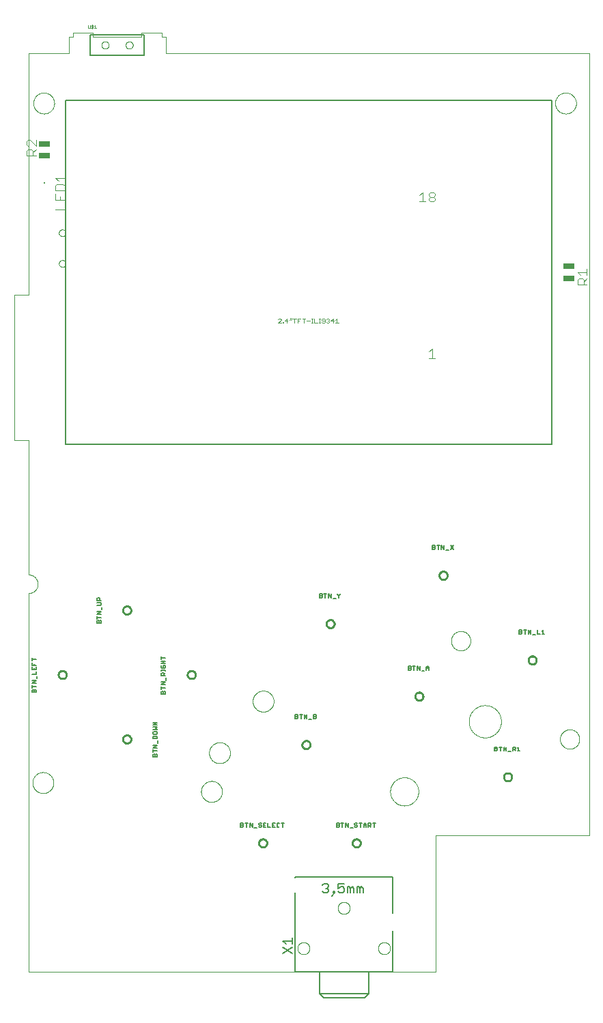
<source format=gto>
G75*
%MOIN*%
%OFA0B0*%
%FSLAX25Y25*%
%IPPOS*%
%LPD*%
%AMOC8*
5,1,8,0,0,1.08239X$1,22.5*
%
%ADD10C,0.00000*%
%ADD11C,0.00039*%
%ADD12R,0.02756X0.00394*%
%ADD13R,0.05512X0.00394*%
%ADD14R,0.05906X0.00394*%
%ADD15R,0.02362X0.00394*%
%ADD16R,0.00787X0.00394*%
%ADD17R,0.01181X0.00394*%
%ADD18R,0.00394X0.00394*%
%ADD19R,0.01575X0.00394*%
%ADD20R,0.01969X0.00394*%
%ADD21R,0.03150X0.00394*%
%ADD22R,0.05118X0.00394*%
%ADD23R,0.31102X0.00394*%
%ADD24R,0.18504X0.00394*%
%ADD25R,0.03543X0.00394*%
%ADD26R,0.30709X0.00394*%
%ADD27R,0.18898X0.00394*%
%ADD28R,0.04331X0.00394*%
%ADD29R,0.06299X0.00394*%
%ADD30R,0.03937X0.00394*%
%ADD31R,0.08661X0.00394*%
%ADD32R,0.06693X0.00394*%
%ADD33R,0.09843X0.00394*%
%ADD34R,0.12205X0.00394*%
%ADD35R,0.11417X0.00394*%
%ADD36R,0.04724X0.00394*%
%ADD37R,0.07087X0.00394*%
%ADD38R,0.07874X0.00394*%
%ADD39R,0.07480X0.00394*%
%ADD40R,0.08268X0.00394*%
%ADD41R,0.10630X0.00394*%
%ADD42R,0.12598X0.00394*%
%ADD43R,0.17717X0.00394*%
%ADD44R,0.16535X0.00394*%
%ADD45R,0.14961X0.00394*%
%ADD46R,0.13386X0.00394*%
%ADD47R,0.11024X0.00394*%
%ADD48R,0.11811X0.00394*%
%ADD49R,0.13780X0.00394*%
%ADD50R,0.15748X0.00394*%
%ADD51R,0.17323X0.00394*%
%ADD52R,0.20079X0.00394*%
%ADD53R,0.21260X0.00394*%
%ADD54R,0.22441X0.00394*%
%ADD55R,0.23228X0.00394*%
%ADD56R,0.24409X0.00394*%
%ADD57R,0.25197X0.00394*%
%ADD58R,0.25984X0.00394*%
%ADD59R,0.26772X0.00394*%
%ADD60R,0.27559X0.00394*%
%ADD61R,0.28346X0.00394*%
%ADD62R,0.29134X0.00394*%
%ADD63R,0.29528X0.00394*%
%ADD64R,0.29921X0.00394*%
%ADD65R,0.31890X0.00394*%
%ADD66R,0.32283X0.00394*%
%ADD67R,0.32677X0.00394*%
%ADD68R,0.33071X0.00394*%
%ADD69R,0.33465X0.00394*%
%ADD70R,0.33858X0.00394*%
%ADD71R,0.34252X0.00394*%
%ADD72R,0.34646X0.00394*%
%ADD73R,0.35039X0.00394*%
%ADD74R,0.35433X0.00394*%
%ADD75R,0.35827X0.00394*%
%ADD76R,0.36220X0.00394*%
%ADD77R,0.36614X0.00394*%
%ADD78R,0.37008X0.00394*%
%ADD79R,0.09449X0.00394*%
%ADD80R,0.37402X0.00394*%
%ADD81R,0.14173X0.00394*%
%ADD82R,0.23622X0.00394*%
%ADD83R,0.30315X0.00394*%
%ADD84R,0.31496X0.00394*%
%ADD85R,0.24803X0.00394*%
%ADD86R,0.27165X0.00394*%
%ADD87R,0.28740X0.00394*%
%ADD88R,0.27953X0.00394*%
%ADD89R,0.14567X0.00394*%
%ADD90R,0.26378X0.00394*%
%ADD91R,0.25591X0.00394*%
%ADD92R,0.24016X0.00394*%
%ADD93R,0.22835X0.00394*%
%ADD94R,0.12992X0.00394*%
%ADD95R,0.22047X0.00394*%
%ADD96R,0.20472X0.00394*%
%ADD97R,0.19685X0.00394*%
%ADD98R,0.18110X0.00394*%
%ADD99R,0.10236X0.00394*%
%ADD100R,0.09055X0.00394*%
%ADD101R,0.16142X0.00394*%
%ADD102R,0.19291X0.00394*%
%ADD103R,0.21654X0.00394*%
%ADD104R,0.78740X0.00394*%
%ADD105R,0.80315X0.00394*%
%ADD106R,0.81102X0.00394*%
%ADD107R,0.82283X0.00394*%
%ADD108R,0.82677X0.00394*%
%ADD109R,0.83465X0.00394*%
%ADD110R,0.83858X0.00394*%
%ADD111R,0.84252X0.00394*%
%ADD112R,0.84646X0.00394*%
%ADD113R,0.85039X0.00394*%
%ADD114R,0.15354X0.00394*%
%ADD115R,0.52756X0.00394*%
%ADD116R,0.53150X0.00394*%
%ADD117R,0.83071X0.00394*%
%ADD118R,0.81496X0.00394*%
%ADD119R,0.80709X0.00394*%
%ADD120R,0.79134X0.00394*%
%ADD121R,0.76772X0.00394*%
%ADD122R,0.20866X0.00394*%
%ADD123R,0.64173X0.00394*%
%ADD124R,0.44488X0.00394*%
%ADD125R,0.16929X0.00394*%
%ADD126C,0.00400*%
%ADD127R,0.05512X0.02559*%
%ADD128C,0.00500*%
%ADD129C,0.00200*%
%ADD130C,0.01000*%
%ADD131R,0.00787X0.00787*%
%ADD132C,0.00800*%
%ADD133C,0.00100*%
%ADD134C,0.00600*%
D10*
X0029320Y0017142D02*
X0029320Y0202181D01*
X0029453Y0202183D01*
X0029586Y0202189D01*
X0029718Y0202199D01*
X0029851Y0202212D01*
X0029982Y0202230D01*
X0030114Y0202251D01*
X0030244Y0202276D01*
X0030374Y0202305D01*
X0030503Y0202338D01*
X0030630Y0202375D01*
X0030757Y0202415D01*
X0030883Y0202459D01*
X0031007Y0202507D01*
X0031129Y0202558D01*
X0031250Y0202613D01*
X0031370Y0202672D01*
X0031487Y0202733D01*
X0031603Y0202799D01*
X0031717Y0202867D01*
X0031829Y0202939D01*
X0031938Y0203015D01*
X0032046Y0203093D01*
X0032151Y0203175D01*
X0032253Y0203259D01*
X0032353Y0203347D01*
X0032451Y0203437D01*
X0032545Y0203531D01*
X0032637Y0203627D01*
X0032726Y0203726D01*
X0032812Y0203827D01*
X0032895Y0203931D01*
X0032975Y0204037D01*
X0033052Y0204145D01*
X0033126Y0204256D01*
X0033196Y0204369D01*
X0033263Y0204483D01*
X0033327Y0204600D01*
X0033387Y0204719D01*
X0033444Y0204839D01*
X0033497Y0204961D01*
X0033546Y0205084D01*
X0033592Y0205209D01*
X0033635Y0205335D01*
X0033673Y0205462D01*
X0033708Y0205591D01*
X0033739Y0205720D01*
X0033766Y0205850D01*
X0033789Y0205981D01*
X0033809Y0206112D01*
X0033824Y0206245D01*
X0033836Y0206377D01*
X0033844Y0206510D01*
X0033848Y0206643D01*
X0033848Y0206775D01*
X0033844Y0206908D01*
X0033836Y0207041D01*
X0033824Y0207173D01*
X0033809Y0207306D01*
X0033789Y0207437D01*
X0033766Y0207568D01*
X0033739Y0207698D01*
X0033708Y0207827D01*
X0033673Y0207956D01*
X0033635Y0208083D01*
X0033592Y0208209D01*
X0033546Y0208334D01*
X0033497Y0208457D01*
X0033444Y0208579D01*
X0033387Y0208699D01*
X0033327Y0208818D01*
X0033263Y0208935D01*
X0033196Y0209049D01*
X0033126Y0209162D01*
X0033052Y0209273D01*
X0032975Y0209381D01*
X0032895Y0209487D01*
X0032812Y0209591D01*
X0032726Y0209692D01*
X0032637Y0209791D01*
X0032545Y0209887D01*
X0032451Y0209981D01*
X0032353Y0210071D01*
X0032253Y0210159D01*
X0032151Y0210243D01*
X0032046Y0210325D01*
X0031938Y0210403D01*
X0031829Y0210479D01*
X0031717Y0210551D01*
X0031603Y0210619D01*
X0031487Y0210685D01*
X0031370Y0210746D01*
X0031250Y0210805D01*
X0031129Y0210860D01*
X0031007Y0210911D01*
X0030883Y0210959D01*
X0030757Y0211003D01*
X0030630Y0211043D01*
X0030503Y0211080D01*
X0030374Y0211113D01*
X0030244Y0211142D01*
X0030114Y0211167D01*
X0029982Y0211188D01*
X0029851Y0211206D01*
X0029718Y0211219D01*
X0029586Y0211229D01*
X0029453Y0211235D01*
X0029320Y0211237D01*
X0029320Y0211236D02*
X0029320Y0276984D01*
X0022430Y0276984D01*
X0022430Y0347850D01*
X0029320Y0347850D01*
X0029320Y0465961D01*
X0049005Y0465961D01*
X0049005Y0473835D01*
X0050974Y0473835D01*
X0050974Y0475803D01*
X0060816Y0475803D01*
X0060816Y0473835D01*
X0084438Y0473835D01*
X0084438Y0475803D01*
X0094281Y0475803D01*
X0094281Y0473835D01*
X0096249Y0473835D01*
X0096249Y0465961D01*
X0302942Y0465961D01*
X0302942Y0083874D01*
X0228139Y0083874D01*
X0228139Y0017142D01*
X0029320Y0017142D01*
X0075383Y0130921D02*
X0075385Y0131009D01*
X0075391Y0131097D01*
X0075401Y0131185D01*
X0075415Y0131273D01*
X0075432Y0131359D01*
X0075454Y0131445D01*
X0075479Y0131529D01*
X0075509Y0131613D01*
X0075541Y0131695D01*
X0075578Y0131775D01*
X0075618Y0131854D01*
X0075662Y0131931D01*
X0075709Y0132006D01*
X0075759Y0132078D01*
X0075813Y0132149D01*
X0075869Y0132216D01*
X0075929Y0132282D01*
X0075991Y0132344D01*
X0076057Y0132404D01*
X0076124Y0132460D01*
X0076195Y0132514D01*
X0076267Y0132564D01*
X0076342Y0132611D01*
X0076419Y0132655D01*
X0076498Y0132695D01*
X0076578Y0132732D01*
X0076660Y0132764D01*
X0076744Y0132794D01*
X0076828Y0132819D01*
X0076914Y0132841D01*
X0077000Y0132858D01*
X0077088Y0132872D01*
X0077176Y0132882D01*
X0077264Y0132888D01*
X0077352Y0132890D01*
X0077440Y0132888D01*
X0077528Y0132882D01*
X0077616Y0132872D01*
X0077704Y0132858D01*
X0077790Y0132841D01*
X0077876Y0132819D01*
X0077960Y0132794D01*
X0078044Y0132764D01*
X0078126Y0132732D01*
X0078206Y0132695D01*
X0078285Y0132655D01*
X0078362Y0132611D01*
X0078437Y0132564D01*
X0078509Y0132514D01*
X0078580Y0132460D01*
X0078647Y0132404D01*
X0078713Y0132344D01*
X0078775Y0132282D01*
X0078835Y0132216D01*
X0078891Y0132149D01*
X0078945Y0132078D01*
X0078995Y0132006D01*
X0079042Y0131931D01*
X0079086Y0131854D01*
X0079126Y0131775D01*
X0079163Y0131695D01*
X0079195Y0131613D01*
X0079225Y0131529D01*
X0079250Y0131445D01*
X0079272Y0131359D01*
X0079289Y0131273D01*
X0079303Y0131185D01*
X0079313Y0131097D01*
X0079319Y0131009D01*
X0079321Y0130921D01*
X0079319Y0130833D01*
X0079313Y0130745D01*
X0079303Y0130657D01*
X0079289Y0130569D01*
X0079272Y0130483D01*
X0079250Y0130397D01*
X0079225Y0130313D01*
X0079195Y0130229D01*
X0079163Y0130147D01*
X0079126Y0130067D01*
X0079086Y0129988D01*
X0079042Y0129911D01*
X0078995Y0129836D01*
X0078945Y0129764D01*
X0078891Y0129693D01*
X0078835Y0129626D01*
X0078775Y0129560D01*
X0078713Y0129498D01*
X0078647Y0129438D01*
X0078580Y0129382D01*
X0078509Y0129328D01*
X0078437Y0129278D01*
X0078362Y0129231D01*
X0078285Y0129187D01*
X0078206Y0129147D01*
X0078126Y0129110D01*
X0078044Y0129078D01*
X0077960Y0129048D01*
X0077876Y0129023D01*
X0077790Y0129001D01*
X0077704Y0128984D01*
X0077616Y0128970D01*
X0077528Y0128960D01*
X0077440Y0128954D01*
X0077352Y0128952D01*
X0077264Y0128954D01*
X0077176Y0128960D01*
X0077088Y0128970D01*
X0077000Y0128984D01*
X0076914Y0129001D01*
X0076828Y0129023D01*
X0076744Y0129048D01*
X0076660Y0129078D01*
X0076578Y0129110D01*
X0076498Y0129147D01*
X0076419Y0129187D01*
X0076342Y0129231D01*
X0076267Y0129278D01*
X0076195Y0129328D01*
X0076124Y0129382D01*
X0076057Y0129438D01*
X0075991Y0129498D01*
X0075929Y0129560D01*
X0075869Y0129626D01*
X0075813Y0129693D01*
X0075759Y0129764D01*
X0075709Y0129836D01*
X0075662Y0129911D01*
X0075618Y0129988D01*
X0075578Y0130067D01*
X0075541Y0130147D01*
X0075509Y0130229D01*
X0075479Y0130313D01*
X0075454Y0130397D01*
X0075432Y0130483D01*
X0075415Y0130569D01*
X0075401Y0130657D01*
X0075391Y0130745D01*
X0075385Y0130833D01*
X0075383Y0130921D01*
X0043887Y0162417D02*
X0043889Y0162505D01*
X0043895Y0162593D01*
X0043905Y0162681D01*
X0043919Y0162769D01*
X0043936Y0162855D01*
X0043958Y0162941D01*
X0043983Y0163025D01*
X0044013Y0163109D01*
X0044045Y0163191D01*
X0044082Y0163271D01*
X0044122Y0163350D01*
X0044166Y0163427D01*
X0044213Y0163502D01*
X0044263Y0163574D01*
X0044317Y0163645D01*
X0044373Y0163712D01*
X0044433Y0163778D01*
X0044495Y0163840D01*
X0044561Y0163900D01*
X0044628Y0163956D01*
X0044699Y0164010D01*
X0044771Y0164060D01*
X0044846Y0164107D01*
X0044923Y0164151D01*
X0045002Y0164191D01*
X0045082Y0164228D01*
X0045164Y0164260D01*
X0045248Y0164290D01*
X0045332Y0164315D01*
X0045418Y0164337D01*
X0045504Y0164354D01*
X0045592Y0164368D01*
X0045680Y0164378D01*
X0045768Y0164384D01*
X0045856Y0164386D01*
X0045944Y0164384D01*
X0046032Y0164378D01*
X0046120Y0164368D01*
X0046208Y0164354D01*
X0046294Y0164337D01*
X0046380Y0164315D01*
X0046464Y0164290D01*
X0046548Y0164260D01*
X0046630Y0164228D01*
X0046710Y0164191D01*
X0046789Y0164151D01*
X0046866Y0164107D01*
X0046941Y0164060D01*
X0047013Y0164010D01*
X0047084Y0163956D01*
X0047151Y0163900D01*
X0047217Y0163840D01*
X0047279Y0163778D01*
X0047339Y0163712D01*
X0047395Y0163645D01*
X0047449Y0163574D01*
X0047499Y0163502D01*
X0047546Y0163427D01*
X0047590Y0163350D01*
X0047630Y0163271D01*
X0047667Y0163191D01*
X0047699Y0163109D01*
X0047729Y0163025D01*
X0047754Y0162941D01*
X0047776Y0162855D01*
X0047793Y0162769D01*
X0047807Y0162681D01*
X0047817Y0162593D01*
X0047823Y0162505D01*
X0047825Y0162417D01*
X0047823Y0162329D01*
X0047817Y0162241D01*
X0047807Y0162153D01*
X0047793Y0162065D01*
X0047776Y0161979D01*
X0047754Y0161893D01*
X0047729Y0161809D01*
X0047699Y0161725D01*
X0047667Y0161643D01*
X0047630Y0161563D01*
X0047590Y0161484D01*
X0047546Y0161407D01*
X0047499Y0161332D01*
X0047449Y0161260D01*
X0047395Y0161189D01*
X0047339Y0161122D01*
X0047279Y0161056D01*
X0047217Y0160994D01*
X0047151Y0160934D01*
X0047084Y0160878D01*
X0047013Y0160824D01*
X0046941Y0160774D01*
X0046866Y0160727D01*
X0046789Y0160683D01*
X0046710Y0160643D01*
X0046630Y0160606D01*
X0046548Y0160574D01*
X0046464Y0160544D01*
X0046380Y0160519D01*
X0046294Y0160497D01*
X0046208Y0160480D01*
X0046120Y0160466D01*
X0046032Y0160456D01*
X0045944Y0160450D01*
X0045856Y0160448D01*
X0045768Y0160450D01*
X0045680Y0160456D01*
X0045592Y0160466D01*
X0045504Y0160480D01*
X0045418Y0160497D01*
X0045332Y0160519D01*
X0045248Y0160544D01*
X0045164Y0160574D01*
X0045082Y0160606D01*
X0045002Y0160643D01*
X0044923Y0160683D01*
X0044846Y0160727D01*
X0044771Y0160774D01*
X0044699Y0160824D01*
X0044628Y0160878D01*
X0044561Y0160934D01*
X0044495Y0160994D01*
X0044433Y0161056D01*
X0044373Y0161122D01*
X0044317Y0161189D01*
X0044263Y0161260D01*
X0044213Y0161332D01*
X0044166Y0161407D01*
X0044122Y0161484D01*
X0044082Y0161563D01*
X0044045Y0161643D01*
X0044013Y0161725D01*
X0043983Y0161809D01*
X0043958Y0161893D01*
X0043936Y0161979D01*
X0043919Y0162065D01*
X0043905Y0162153D01*
X0043895Y0162241D01*
X0043889Y0162329D01*
X0043887Y0162417D01*
X0075383Y0193913D02*
X0075385Y0194001D01*
X0075391Y0194089D01*
X0075401Y0194177D01*
X0075415Y0194265D01*
X0075432Y0194351D01*
X0075454Y0194437D01*
X0075479Y0194521D01*
X0075509Y0194605D01*
X0075541Y0194687D01*
X0075578Y0194767D01*
X0075618Y0194846D01*
X0075662Y0194923D01*
X0075709Y0194998D01*
X0075759Y0195070D01*
X0075813Y0195141D01*
X0075869Y0195208D01*
X0075929Y0195274D01*
X0075991Y0195336D01*
X0076057Y0195396D01*
X0076124Y0195452D01*
X0076195Y0195506D01*
X0076267Y0195556D01*
X0076342Y0195603D01*
X0076419Y0195647D01*
X0076498Y0195687D01*
X0076578Y0195724D01*
X0076660Y0195756D01*
X0076744Y0195786D01*
X0076828Y0195811D01*
X0076914Y0195833D01*
X0077000Y0195850D01*
X0077088Y0195864D01*
X0077176Y0195874D01*
X0077264Y0195880D01*
X0077352Y0195882D01*
X0077440Y0195880D01*
X0077528Y0195874D01*
X0077616Y0195864D01*
X0077704Y0195850D01*
X0077790Y0195833D01*
X0077876Y0195811D01*
X0077960Y0195786D01*
X0078044Y0195756D01*
X0078126Y0195724D01*
X0078206Y0195687D01*
X0078285Y0195647D01*
X0078362Y0195603D01*
X0078437Y0195556D01*
X0078509Y0195506D01*
X0078580Y0195452D01*
X0078647Y0195396D01*
X0078713Y0195336D01*
X0078775Y0195274D01*
X0078835Y0195208D01*
X0078891Y0195141D01*
X0078945Y0195070D01*
X0078995Y0194998D01*
X0079042Y0194923D01*
X0079086Y0194846D01*
X0079126Y0194767D01*
X0079163Y0194687D01*
X0079195Y0194605D01*
X0079225Y0194521D01*
X0079250Y0194437D01*
X0079272Y0194351D01*
X0079289Y0194265D01*
X0079303Y0194177D01*
X0079313Y0194089D01*
X0079319Y0194001D01*
X0079321Y0193913D01*
X0079319Y0193825D01*
X0079313Y0193737D01*
X0079303Y0193649D01*
X0079289Y0193561D01*
X0079272Y0193475D01*
X0079250Y0193389D01*
X0079225Y0193305D01*
X0079195Y0193221D01*
X0079163Y0193139D01*
X0079126Y0193059D01*
X0079086Y0192980D01*
X0079042Y0192903D01*
X0078995Y0192828D01*
X0078945Y0192756D01*
X0078891Y0192685D01*
X0078835Y0192618D01*
X0078775Y0192552D01*
X0078713Y0192490D01*
X0078647Y0192430D01*
X0078580Y0192374D01*
X0078509Y0192320D01*
X0078437Y0192270D01*
X0078362Y0192223D01*
X0078285Y0192179D01*
X0078206Y0192139D01*
X0078126Y0192102D01*
X0078044Y0192070D01*
X0077960Y0192040D01*
X0077876Y0192015D01*
X0077790Y0191993D01*
X0077704Y0191976D01*
X0077616Y0191962D01*
X0077528Y0191952D01*
X0077440Y0191946D01*
X0077352Y0191944D01*
X0077264Y0191946D01*
X0077176Y0191952D01*
X0077088Y0191962D01*
X0077000Y0191976D01*
X0076914Y0191993D01*
X0076828Y0192015D01*
X0076744Y0192040D01*
X0076660Y0192070D01*
X0076578Y0192102D01*
X0076498Y0192139D01*
X0076419Y0192179D01*
X0076342Y0192223D01*
X0076267Y0192270D01*
X0076195Y0192320D01*
X0076124Y0192374D01*
X0076057Y0192430D01*
X0075991Y0192490D01*
X0075929Y0192552D01*
X0075869Y0192618D01*
X0075813Y0192685D01*
X0075759Y0192756D01*
X0075709Y0192828D01*
X0075662Y0192903D01*
X0075618Y0192980D01*
X0075578Y0193059D01*
X0075541Y0193139D01*
X0075509Y0193221D01*
X0075479Y0193305D01*
X0075454Y0193389D01*
X0075432Y0193475D01*
X0075415Y0193561D01*
X0075401Y0193649D01*
X0075391Y0193737D01*
X0075385Y0193825D01*
X0075383Y0193913D01*
X0106879Y0162417D02*
X0106881Y0162505D01*
X0106887Y0162593D01*
X0106897Y0162681D01*
X0106911Y0162769D01*
X0106928Y0162855D01*
X0106950Y0162941D01*
X0106975Y0163025D01*
X0107005Y0163109D01*
X0107037Y0163191D01*
X0107074Y0163271D01*
X0107114Y0163350D01*
X0107158Y0163427D01*
X0107205Y0163502D01*
X0107255Y0163574D01*
X0107309Y0163645D01*
X0107365Y0163712D01*
X0107425Y0163778D01*
X0107487Y0163840D01*
X0107553Y0163900D01*
X0107620Y0163956D01*
X0107691Y0164010D01*
X0107763Y0164060D01*
X0107838Y0164107D01*
X0107915Y0164151D01*
X0107994Y0164191D01*
X0108074Y0164228D01*
X0108156Y0164260D01*
X0108240Y0164290D01*
X0108324Y0164315D01*
X0108410Y0164337D01*
X0108496Y0164354D01*
X0108584Y0164368D01*
X0108672Y0164378D01*
X0108760Y0164384D01*
X0108848Y0164386D01*
X0108936Y0164384D01*
X0109024Y0164378D01*
X0109112Y0164368D01*
X0109200Y0164354D01*
X0109286Y0164337D01*
X0109372Y0164315D01*
X0109456Y0164290D01*
X0109540Y0164260D01*
X0109622Y0164228D01*
X0109702Y0164191D01*
X0109781Y0164151D01*
X0109858Y0164107D01*
X0109933Y0164060D01*
X0110005Y0164010D01*
X0110076Y0163956D01*
X0110143Y0163900D01*
X0110209Y0163840D01*
X0110271Y0163778D01*
X0110331Y0163712D01*
X0110387Y0163645D01*
X0110441Y0163574D01*
X0110491Y0163502D01*
X0110538Y0163427D01*
X0110582Y0163350D01*
X0110622Y0163271D01*
X0110659Y0163191D01*
X0110691Y0163109D01*
X0110721Y0163025D01*
X0110746Y0162941D01*
X0110768Y0162855D01*
X0110785Y0162769D01*
X0110799Y0162681D01*
X0110809Y0162593D01*
X0110815Y0162505D01*
X0110817Y0162417D01*
X0110815Y0162329D01*
X0110809Y0162241D01*
X0110799Y0162153D01*
X0110785Y0162065D01*
X0110768Y0161979D01*
X0110746Y0161893D01*
X0110721Y0161809D01*
X0110691Y0161725D01*
X0110659Y0161643D01*
X0110622Y0161563D01*
X0110582Y0161484D01*
X0110538Y0161407D01*
X0110491Y0161332D01*
X0110441Y0161260D01*
X0110387Y0161189D01*
X0110331Y0161122D01*
X0110271Y0161056D01*
X0110209Y0160994D01*
X0110143Y0160934D01*
X0110076Y0160878D01*
X0110005Y0160824D01*
X0109933Y0160774D01*
X0109858Y0160727D01*
X0109781Y0160683D01*
X0109702Y0160643D01*
X0109622Y0160606D01*
X0109540Y0160574D01*
X0109456Y0160544D01*
X0109372Y0160519D01*
X0109286Y0160497D01*
X0109200Y0160480D01*
X0109112Y0160466D01*
X0109024Y0160456D01*
X0108936Y0160450D01*
X0108848Y0160448D01*
X0108760Y0160450D01*
X0108672Y0160456D01*
X0108584Y0160466D01*
X0108496Y0160480D01*
X0108410Y0160497D01*
X0108324Y0160519D01*
X0108240Y0160544D01*
X0108156Y0160574D01*
X0108074Y0160606D01*
X0107994Y0160643D01*
X0107915Y0160683D01*
X0107838Y0160727D01*
X0107763Y0160774D01*
X0107691Y0160824D01*
X0107620Y0160878D01*
X0107553Y0160934D01*
X0107487Y0160994D01*
X0107425Y0161056D01*
X0107365Y0161122D01*
X0107309Y0161189D01*
X0107255Y0161260D01*
X0107205Y0161332D01*
X0107158Y0161407D01*
X0107114Y0161484D01*
X0107074Y0161563D01*
X0107037Y0161643D01*
X0107005Y0161725D01*
X0106975Y0161809D01*
X0106950Y0161893D01*
X0106928Y0161979D01*
X0106911Y0162065D01*
X0106897Y0162153D01*
X0106887Y0162241D01*
X0106881Y0162329D01*
X0106879Y0162417D01*
X0141741Y0080173D02*
X0141743Y0080261D01*
X0141749Y0080349D01*
X0141759Y0080437D01*
X0141773Y0080525D01*
X0141790Y0080611D01*
X0141812Y0080697D01*
X0141837Y0080781D01*
X0141867Y0080865D01*
X0141899Y0080947D01*
X0141936Y0081027D01*
X0141976Y0081106D01*
X0142020Y0081183D01*
X0142067Y0081258D01*
X0142117Y0081330D01*
X0142171Y0081401D01*
X0142227Y0081468D01*
X0142287Y0081534D01*
X0142349Y0081596D01*
X0142415Y0081656D01*
X0142482Y0081712D01*
X0142553Y0081766D01*
X0142625Y0081816D01*
X0142700Y0081863D01*
X0142777Y0081907D01*
X0142856Y0081947D01*
X0142936Y0081984D01*
X0143018Y0082016D01*
X0143102Y0082046D01*
X0143186Y0082071D01*
X0143272Y0082093D01*
X0143358Y0082110D01*
X0143446Y0082124D01*
X0143534Y0082134D01*
X0143622Y0082140D01*
X0143710Y0082142D01*
X0143798Y0082140D01*
X0143886Y0082134D01*
X0143974Y0082124D01*
X0144062Y0082110D01*
X0144148Y0082093D01*
X0144234Y0082071D01*
X0144318Y0082046D01*
X0144402Y0082016D01*
X0144484Y0081984D01*
X0144564Y0081947D01*
X0144643Y0081907D01*
X0144720Y0081863D01*
X0144795Y0081816D01*
X0144867Y0081766D01*
X0144938Y0081712D01*
X0145005Y0081656D01*
X0145071Y0081596D01*
X0145133Y0081534D01*
X0145193Y0081468D01*
X0145249Y0081401D01*
X0145303Y0081330D01*
X0145353Y0081258D01*
X0145400Y0081183D01*
X0145444Y0081106D01*
X0145484Y0081027D01*
X0145521Y0080947D01*
X0145553Y0080865D01*
X0145583Y0080781D01*
X0145608Y0080697D01*
X0145630Y0080611D01*
X0145647Y0080525D01*
X0145661Y0080437D01*
X0145671Y0080349D01*
X0145677Y0080261D01*
X0145679Y0080173D01*
X0145677Y0080085D01*
X0145671Y0079997D01*
X0145661Y0079909D01*
X0145647Y0079821D01*
X0145630Y0079735D01*
X0145608Y0079649D01*
X0145583Y0079565D01*
X0145553Y0079481D01*
X0145521Y0079399D01*
X0145484Y0079319D01*
X0145444Y0079240D01*
X0145400Y0079163D01*
X0145353Y0079088D01*
X0145303Y0079016D01*
X0145249Y0078945D01*
X0145193Y0078878D01*
X0145133Y0078812D01*
X0145071Y0078750D01*
X0145005Y0078690D01*
X0144938Y0078634D01*
X0144867Y0078580D01*
X0144795Y0078530D01*
X0144720Y0078483D01*
X0144643Y0078439D01*
X0144564Y0078399D01*
X0144484Y0078362D01*
X0144402Y0078330D01*
X0144318Y0078300D01*
X0144234Y0078275D01*
X0144148Y0078253D01*
X0144062Y0078236D01*
X0143974Y0078222D01*
X0143886Y0078212D01*
X0143798Y0078206D01*
X0143710Y0078204D01*
X0143622Y0078206D01*
X0143534Y0078212D01*
X0143446Y0078222D01*
X0143358Y0078236D01*
X0143272Y0078253D01*
X0143186Y0078275D01*
X0143102Y0078300D01*
X0143018Y0078330D01*
X0142936Y0078362D01*
X0142856Y0078399D01*
X0142777Y0078439D01*
X0142700Y0078483D01*
X0142625Y0078530D01*
X0142553Y0078580D01*
X0142482Y0078634D01*
X0142415Y0078690D01*
X0142349Y0078750D01*
X0142287Y0078812D01*
X0142227Y0078878D01*
X0142171Y0078945D01*
X0142117Y0079016D01*
X0142067Y0079088D01*
X0142020Y0079163D01*
X0141976Y0079240D01*
X0141936Y0079319D01*
X0141899Y0079399D01*
X0141867Y0079481D01*
X0141837Y0079565D01*
X0141812Y0079649D01*
X0141790Y0079735D01*
X0141773Y0079821D01*
X0141759Y0079909D01*
X0141749Y0079997D01*
X0141743Y0080085D01*
X0141741Y0080173D01*
X0162863Y0128205D02*
X0162865Y0128293D01*
X0162871Y0128381D01*
X0162881Y0128469D01*
X0162895Y0128557D01*
X0162912Y0128643D01*
X0162934Y0128729D01*
X0162959Y0128813D01*
X0162989Y0128897D01*
X0163021Y0128979D01*
X0163058Y0129059D01*
X0163098Y0129138D01*
X0163142Y0129215D01*
X0163189Y0129290D01*
X0163239Y0129362D01*
X0163293Y0129433D01*
X0163349Y0129500D01*
X0163409Y0129566D01*
X0163471Y0129628D01*
X0163537Y0129688D01*
X0163604Y0129744D01*
X0163675Y0129798D01*
X0163747Y0129848D01*
X0163822Y0129895D01*
X0163899Y0129939D01*
X0163978Y0129979D01*
X0164058Y0130016D01*
X0164140Y0130048D01*
X0164224Y0130078D01*
X0164308Y0130103D01*
X0164394Y0130125D01*
X0164480Y0130142D01*
X0164568Y0130156D01*
X0164656Y0130166D01*
X0164744Y0130172D01*
X0164832Y0130174D01*
X0164920Y0130172D01*
X0165008Y0130166D01*
X0165096Y0130156D01*
X0165184Y0130142D01*
X0165270Y0130125D01*
X0165356Y0130103D01*
X0165440Y0130078D01*
X0165524Y0130048D01*
X0165606Y0130016D01*
X0165686Y0129979D01*
X0165765Y0129939D01*
X0165842Y0129895D01*
X0165917Y0129848D01*
X0165989Y0129798D01*
X0166060Y0129744D01*
X0166127Y0129688D01*
X0166193Y0129628D01*
X0166255Y0129566D01*
X0166315Y0129500D01*
X0166371Y0129433D01*
X0166425Y0129362D01*
X0166475Y0129290D01*
X0166522Y0129215D01*
X0166566Y0129138D01*
X0166606Y0129059D01*
X0166643Y0128979D01*
X0166675Y0128897D01*
X0166705Y0128813D01*
X0166730Y0128729D01*
X0166752Y0128643D01*
X0166769Y0128557D01*
X0166783Y0128469D01*
X0166793Y0128381D01*
X0166799Y0128293D01*
X0166801Y0128205D01*
X0166799Y0128117D01*
X0166793Y0128029D01*
X0166783Y0127941D01*
X0166769Y0127853D01*
X0166752Y0127767D01*
X0166730Y0127681D01*
X0166705Y0127597D01*
X0166675Y0127513D01*
X0166643Y0127431D01*
X0166606Y0127351D01*
X0166566Y0127272D01*
X0166522Y0127195D01*
X0166475Y0127120D01*
X0166425Y0127048D01*
X0166371Y0126977D01*
X0166315Y0126910D01*
X0166255Y0126844D01*
X0166193Y0126782D01*
X0166127Y0126722D01*
X0166060Y0126666D01*
X0165989Y0126612D01*
X0165917Y0126562D01*
X0165842Y0126515D01*
X0165765Y0126471D01*
X0165686Y0126431D01*
X0165606Y0126394D01*
X0165524Y0126362D01*
X0165440Y0126332D01*
X0165356Y0126307D01*
X0165270Y0126285D01*
X0165184Y0126268D01*
X0165096Y0126254D01*
X0165008Y0126244D01*
X0164920Y0126238D01*
X0164832Y0126236D01*
X0164744Y0126238D01*
X0164656Y0126244D01*
X0164568Y0126254D01*
X0164480Y0126268D01*
X0164394Y0126285D01*
X0164308Y0126307D01*
X0164224Y0126332D01*
X0164140Y0126362D01*
X0164058Y0126394D01*
X0163978Y0126431D01*
X0163899Y0126471D01*
X0163822Y0126515D01*
X0163747Y0126562D01*
X0163675Y0126612D01*
X0163604Y0126666D01*
X0163537Y0126722D01*
X0163471Y0126782D01*
X0163409Y0126844D01*
X0163349Y0126910D01*
X0163293Y0126977D01*
X0163239Y0127048D01*
X0163189Y0127120D01*
X0163142Y0127195D01*
X0163098Y0127272D01*
X0163058Y0127351D01*
X0163021Y0127431D01*
X0162989Y0127513D01*
X0162959Y0127597D01*
X0162934Y0127681D01*
X0162912Y0127767D01*
X0162895Y0127853D01*
X0162881Y0127941D01*
X0162871Y0128029D01*
X0162865Y0128117D01*
X0162863Y0128205D01*
X0187410Y0080173D02*
X0187412Y0080261D01*
X0187418Y0080349D01*
X0187428Y0080437D01*
X0187442Y0080525D01*
X0187459Y0080611D01*
X0187481Y0080697D01*
X0187506Y0080781D01*
X0187536Y0080865D01*
X0187568Y0080947D01*
X0187605Y0081027D01*
X0187645Y0081106D01*
X0187689Y0081183D01*
X0187736Y0081258D01*
X0187786Y0081330D01*
X0187840Y0081401D01*
X0187896Y0081468D01*
X0187956Y0081534D01*
X0188018Y0081596D01*
X0188084Y0081656D01*
X0188151Y0081712D01*
X0188222Y0081766D01*
X0188294Y0081816D01*
X0188369Y0081863D01*
X0188446Y0081907D01*
X0188525Y0081947D01*
X0188605Y0081984D01*
X0188687Y0082016D01*
X0188771Y0082046D01*
X0188855Y0082071D01*
X0188941Y0082093D01*
X0189027Y0082110D01*
X0189115Y0082124D01*
X0189203Y0082134D01*
X0189291Y0082140D01*
X0189379Y0082142D01*
X0189467Y0082140D01*
X0189555Y0082134D01*
X0189643Y0082124D01*
X0189731Y0082110D01*
X0189817Y0082093D01*
X0189903Y0082071D01*
X0189987Y0082046D01*
X0190071Y0082016D01*
X0190153Y0081984D01*
X0190233Y0081947D01*
X0190312Y0081907D01*
X0190389Y0081863D01*
X0190464Y0081816D01*
X0190536Y0081766D01*
X0190607Y0081712D01*
X0190674Y0081656D01*
X0190740Y0081596D01*
X0190802Y0081534D01*
X0190862Y0081468D01*
X0190918Y0081401D01*
X0190972Y0081330D01*
X0191022Y0081258D01*
X0191069Y0081183D01*
X0191113Y0081106D01*
X0191153Y0081027D01*
X0191190Y0080947D01*
X0191222Y0080865D01*
X0191252Y0080781D01*
X0191277Y0080697D01*
X0191299Y0080611D01*
X0191316Y0080525D01*
X0191330Y0080437D01*
X0191340Y0080349D01*
X0191346Y0080261D01*
X0191348Y0080173D01*
X0191346Y0080085D01*
X0191340Y0079997D01*
X0191330Y0079909D01*
X0191316Y0079821D01*
X0191299Y0079735D01*
X0191277Y0079649D01*
X0191252Y0079565D01*
X0191222Y0079481D01*
X0191190Y0079399D01*
X0191153Y0079319D01*
X0191113Y0079240D01*
X0191069Y0079163D01*
X0191022Y0079088D01*
X0190972Y0079016D01*
X0190918Y0078945D01*
X0190862Y0078878D01*
X0190802Y0078812D01*
X0190740Y0078750D01*
X0190674Y0078690D01*
X0190607Y0078634D01*
X0190536Y0078580D01*
X0190464Y0078530D01*
X0190389Y0078483D01*
X0190312Y0078439D01*
X0190233Y0078399D01*
X0190153Y0078362D01*
X0190071Y0078330D01*
X0189987Y0078300D01*
X0189903Y0078275D01*
X0189817Y0078253D01*
X0189731Y0078236D01*
X0189643Y0078222D01*
X0189555Y0078212D01*
X0189467Y0078206D01*
X0189379Y0078204D01*
X0189291Y0078206D01*
X0189203Y0078212D01*
X0189115Y0078222D01*
X0189027Y0078236D01*
X0188941Y0078253D01*
X0188855Y0078275D01*
X0188771Y0078300D01*
X0188687Y0078330D01*
X0188605Y0078362D01*
X0188525Y0078399D01*
X0188446Y0078439D01*
X0188369Y0078483D01*
X0188294Y0078530D01*
X0188222Y0078580D01*
X0188151Y0078634D01*
X0188084Y0078690D01*
X0188018Y0078750D01*
X0187956Y0078812D01*
X0187896Y0078878D01*
X0187840Y0078945D01*
X0187786Y0079016D01*
X0187736Y0079088D01*
X0187689Y0079163D01*
X0187645Y0079240D01*
X0187605Y0079319D01*
X0187568Y0079399D01*
X0187536Y0079481D01*
X0187506Y0079565D01*
X0187481Y0079649D01*
X0187459Y0079735D01*
X0187442Y0079821D01*
X0187428Y0079909D01*
X0187418Y0079997D01*
X0187412Y0080085D01*
X0187410Y0080173D01*
X0180304Y0048441D02*
X0180306Y0048549D01*
X0180312Y0048658D01*
X0180322Y0048766D01*
X0180336Y0048873D01*
X0180354Y0048980D01*
X0180375Y0049087D01*
X0180401Y0049192D01*
X0180431Y0049297D01*
X0180464Y0049400D01*
X0180501Y0049502D01*
X0180542Y0049602D01*
X0180586Y0049701D01*
X0180635Y0049799D01*
X0180686Y0049894D01*
X0180741Y0049987D01*
X0180800Y0050079D01*
X0180862Y0050168D01*
X0180927Y0050255D01*
X0180995Y0050339D01*
X0181066Y0050421D01*
X0181140Y0050500D01*
X0181217Y0050576D01*
X0181297Y0050650D01*
X0181380Y0050720D01*
X0181465Y0050788D01*
X0181552Y0050852D01*
X0181642Y0050913D01*
X0181734Y0050971D01*
X0181828Y0051025D01*
X0181924Y0051076D01*
X0182021Y0051123D01*
X0182121Y0051167D01*
X0182222Y0051207D01*
X0182324Y0051243D01*
X0182427Y0051275D01*
X0182532Y0051304D01*
X0182638Y0051328D01*
X0182744Y0051349D01*
X0182851Y0051366D01*
X0182959Y0051379D01*
X0183067Y0051388D01*
X0183176Y0051393D01*
X0183284Y0051394D01*
X0183393Y0051391D01*
X0183501Y0051384D01*
X0183609Y0051373D01*
X0183716Y0051358D01*
X0183823Y0051339D01*
X0183929Y0051316D01*
X0184034Y0051290D01*
X0184139Y0051259D01*
X0184241Y0051225D01*
X0184343Y0051187D01*
X0184443Y0051145D01*
X0184542Y0051100D01*
X0184639Y0051051D01*
X0184733Y0050998D01*
X0184826Y0050942D01*
X0184917Y0050883D01*
X0185006Y0050820D01*
X0185092Y0050755D01*
X0185176Y0050686D01*
X0185257Y0050614D01*
X0185335Y0050539D01*
X0185411Y0050461D01*
X0185484Y0050380D01*
X0185554Y0050297D01*
X0185620Y0050212D01*
X0185684Y0050124D01*
X0185744Y0050033D01*
X0185801Y0049941D01*
X0185854Y0049846D01*
X0185904Y0049750D01*
X0185950Y0049652D01*
X0185993Y0049552D01*
X0186032Y0049451D01*
X0186067Y0049348D01*
X0186099Y0049245D01*
X0186126Y0049140D01*
X0186150Y0049034D01*
X0186170Y0048927D01*
X0186186Y0048820D01*
X0186198Y0048712D01*
X0186206Y0048604D01*
X0186210Y0048495D01*
X0186210Y0048387D01*
X0186206Y0048278D01*
X0186198Y0048170D01*
X0186186Y0048062D01*
X0186170Y0047955D01*
X0186150Y0047848D01*
X0186126Y0047742D01*
X0186099Y0047637D01*
X0186067Y0047534D01*
X0186032Y0047431D01*
X0185993Y0047330D01*
X0185950Y0047230D01*
X0185904Y0047132D01*
X0185854Y0047036D01*
X0185801Y0046941D01*
X0185744Y0046849D01*
X0185684Y0046758D01*
X0185620Y0046670D01*
X0185554Y0046585D01*
X0185484Y0046502D01*
X0185411Y0046421D01*
X0185335Y0046343D01*
X0185257Y0046268D01*
X0185176Y0046196D01*
X0185092Y0046127D01*
X0185006Y0046062D01*
X0184917Y0045999D01*
X0184826Y0045940D01*
X0184734Y0045884D01*
X0184639Y0045831D01*
X0184542Y0045782D01*
X0184443Y0045737D01*
X0184343Y0045695D01*
X0184241Y0045657D01*
X0184139Y0045623D01*
X0184034Y0045592D01*
X0183929Y0045566D01*
X0183823Y0045543D01*
X0183716Y0045524D01*
X0183609Y0045509D01*
X0183501Y0045498D01*
X0183393Y0045491D01*
X0183284Y0045488D01*
X0183176Y0045489D01*
X0183067Y0045494D01*
X0182959Y0045503D01*
X0182851Y0045516D01*
X0182744Y0045533D01*
X0182638Y0045554D01*
X0182532Y0045578D01*
X0182427Y0045607D01*
X0182324Y0045639D01*
X0182222Y0045675D01*
X0182121Y0045715D01*
X0182021Y0045759D01*
X0181924Y0045806D01*
X0181828Y0045857D01*
X0181734Y0045911D01*
X0181642Y0045969D01*
X0181552Y0046030D01*
X0181465Y0046094D01*
X0181380Y0046162D01*
X0181297Y0046232D01*
X0181217Y0046306D01*
X0181140Y0046382D01*
X0181066Y0046461D01*
X0180995Y0046543D01*
X0180927Y0046627D01*
X0180862Y0046714D01*
X0180800Y0046803D01*
X0180741Y0046895D01*
X0180686Y0046988D01*
X0180635Y0047083D01*
X0180586Y0047181D01*
X0180542Y0047280D01*
X0180501Y0047380D01*
X0180464Y0047482D01*
X0180431Y0047585D01*
X0180401Y0047690D01*
X0180375Y0047795D01*
X0180354Y0047902D01*
X0180336Y0048009D01*
X0180322Y0048116D01*
X0180312Y0048224D01*
X0180306Y0048333D01*
X0180304Y0048441D01*
X0160619Y0028756D02*
X0160621Y0028864D01*
X0160627Y0028973D01*
X0160637Y0029081D01*
X0160651Y0029188D01*
X0160669Y0029295D01*
X0160690Y0029402D01*
X0160716Y0029507D01*
X0160746Y0029612D01*
X0160779Y0029715D01*
X0160816Y0029817D01*
X0160857Y0029917D01*
X0160901Y0030016D01*
X0160950Y0030114D01*
X0161001Y0030209D01*
X0161056Y0030302D01*
X0161115Y0030394D01*
X0161177Y0030483D01*
X0161242Y0030570D01*
X0161310Y0030654D01*
X0161381Y0030736D01*
X0161455Y0030815D01*
X0161532Y0030891D01*
X0161612Y0030965D01*
X0161695Y0031035D01*
X0161780Y0031103D01*
X0161867Y0031167D01*
X0161957Y0031228D01*
X0162049Y0031286D01*
X0162143Y0031340D01*
X0162239Y0031391D01*
X0162336Y0031438D01*
X0162436Y0031482D01*
X0162537Y0031522D01*
X0162639Y0031558D01*
X0162742Y0031590D01*
X0162847Y0031619D01*
X0162953Y0031643D01*
X0163059Y0031664D01*
X0163166Y0031681D01*
X0163274Y0031694D01*
X0163382Y0031703D01*
X0163491Y0031708D01*
X0163599Y0031709D01*
X0163708Y0031706D01*
X0163816Y0031699D01*
X0163924Y0031688D01*
X0164031Y0031673D01*
X0164138Y0031654D01*
X0164244Y0031631D01*
X0164349Y0031605D01*
X0164454Y0031574D01*
X0164556Y0031540D01*
X0164658Y0031502D01*
X0164758Y0031460D01*
X0164857Y0031415D01*
X0164954Y0031366D01*
X0165048Y0031313D01*
X0165141Y0031257D01*
X0165232Y0031198D01*
X0165321Y0031135D01*
X0165407Y0031070D01*
X0165491Y0031001D01*
X0165572Y0030929D01*
X0165650Y0030854D01*
X0165726Y0030776D01*
X0165799Y0030695D01*
X0165869Y0030612D01*
X0165935Y0030527D01*
X0165999Y0030439D01*
X0166059Y0030348D01*
X0166116Y0030256D01*
X0166169Y0030161D01*
X0166219Y0030065D01*
X0166265Y0029967D01*
X0166308Y0029867D01*
X0166347Y0029766D01*
X0166382Y0029663D01*
X0166414Y0029560D01*
X0166441Y0029455D01*
X0166465Y0029349D01*
X0166485Y0029242D01*
X0166501Y0029135D01*
X0166513Y0029027D01*
X0166521Y0028919D01*
X0166525Y0028810D01*
X0166525Y0028702D01*
X0166521Y0028593D01*
X0166513Y0028485D01*
X0166501Y0028377D01*
X0166485Y0028270D01*
X0166465Y0028163D01*
X0166441Y0028057D01*
X0166414Y0027952D01*
X0166382Y0027849D01*
X0166347Y0027746D01*
X0166308Y0027645D01*
X0166265Y0027545D01*
X0166219Y0027447D01*
X0166169Y0027351D01*
X0166116Y0027256D01*
X0166059Y0027164D01*
X0165999Y0027073D01*
X0165935Y0026985D01*
X0165869Y0026900D01*
X0165799Y0026817D01*
X0165726Y0026736D01*
X0165650Y0026658D01*
X0165572Y0026583D01*
X0165491Y0026511D01*
X0165407Y0026442D01*
X0165321Y0026377D01*
X0165232Y0026314D01*
X0165141Y0026255D01*
X0165049Y0026199D01*
X0164954Y0026146D01*
X0164857Y0026097D01*
X0164758Y0026052D01*
X0164658Y0026010D01*
X0164556Y0025972D01*
X0164454Y0025938D01*
X0164349Y0025907D01*
X0164244Y0025881D01*
X0164138Y0025858D01*
X0164031Y0025839D01*
X0163924Y0025824D01*
X0163816Y0025813D01*
X0163708Y0025806D01*
X0163599Y0025803D01*
X0163491Y0025804D01*
X0163382Y0025809D01*
X0163274Y0025818D01*
X0163166Y0025831D01*
X0163059Y0025848D01*
X0162953Y0025869D01*
X0162847Y0025893D01*
X0162742Y0025922D01*
X0162639Y0025954D01*
X0162537Y0025990D01*
X0162436Y0026030D01*
X0162336Y0026074D01*
X0162239Y0026121D01*
X0162143Y0026172D01*
X0162049Y0026226D01*
X0161957Y0026284D01*
X0161867Y0026345D01*
X0161780Y0026409D01*
X0161695Y0026477D01*
X0161612Y0026547D01*
X0161532Y0026621D01*
X0161455Y0026697D01*
X0161381Y0026776D01*
X0161310Y0026858D01*
X0161242Y0026942D01*
X0161177Y0027029D01*
X0161115Y0027118D01*
X0161056Y0027210D01*
X0161001Y0027303D01*
X0160950Y0027398D01*
X0160901Y0027496D01*
X0160857Y0027595D01*
X0160816Y0027695D01*
X0160779Y0027797D01*
X0160746Y0027900D01*
X0160716Y0028005D01*
X0160690Y0028110D01*
X0160669Y0028217D01*
X0160651Y0028324D01*
X0160637Y0028431D01*
X0160627Y0028539D01*
X0160621Y0028648D01*
X0160619Y0028756D01*
X0199989Y0028756D02*
X0199991Y0028864D01*
X0199997Y0028973D01*
X0200007Y0029081D01*
X0200021Y0029188D01*
X0200039Y0029295D01*
X0200060Y0029402D01*
X0200086Y0029507D01*
X0200116Y0029612D01*
X0200149Y0029715D01*
X0200186Y0029817D01*
X0200227Y0029917D01*
X0200271Y0030016D01*
X0200320Y0030114D01*
X0200371Y0030209D01*
X0200426Y0030302D01*
X0200485Y0030394D01*
X0200547Y0030483D01*
X0200612Y0030570D01*
X0200680Y0030654D01*
X0200751Y0030736D01*
X0200825Y0030815D01*
X0200902Y0030891D01*
X0200982Y0030965D01*
X0201065Y0031035D01*
X0201150Y0031103D01*
X0201237Y0031167D01*
X0201327Y0031228D01*
X0201419Y0031286D01*
X0201513Y0031340D01*
X0201609Y0031391D01*
X0201706Y0031438D01*
X0201806Y0031482D01*
X0201907Y0031522D01*
X0202009Y0031558D01*
X0202112Y0031590D01*
X0202217Y0031619D01*
X0202323Y0031643D01*
X0202429Y0031664D01*
X0202536Y0031681D01*
X0202644Y0031694D01*
X0202752Y0031703D01*
X0202861Y0031708D01*
X0202969Y0031709D01*
X0203078Y0031706D01*
X0203186Y0031699D01*
X0203294Y0031688D01*
X0203401Y0031673D01*
X0203508Y0031654D01*
X0203614Y0031631D01*
X0203719Y0031605D01*
X0203824Y0031574D01*
X0203926Y0031540D01*
X0204028Y0031502D01*
X0204128Y0031460D01*
X0204227Y0031415D01*
X0204324Y0031366D01*
X0204418Y0031313D01*
X0204511Y0031257D01*
X0204602Y0031198D01*
X0204691Y0031135D01*
X0204777Y0031070D01*
X0204861Y0031001D01*
X0204942Y0030929D01*
X0205020Y0030854D01*
X0205096Y0030776D01*
X0205169Y0030695D01*
X0205239Y0030612D01*
X0205305Y0030527D01*
X0205369Y0030439D01*
X0205429Y0030348D01*
X0205486Y0030256D01*
X0205539Y0030161D01*
X0205589Y0030065D01*
X0205635Y0029967D01*
X0205678Y0029867D01*
X0205717Y0029766D01*
X0205752Y0029663D01*
X0205784Y0029560D01*
X0205811Y0029455D01*
X0205835Y0029349D01*
X0205855Y0029242D01*
X0205871Y0029135D01*
X0205883Y0029027D01*
X0205891Y0028919D01*
X0205895Y0028810D01*
X0205895Y0028702D01*
X0205891Y0028593D01*
X0205883Y0028485D01*
X0205871Y0028377D01*
X0205855Y0028270D01*
X0205835Y0028163D01*
X0205811Y0028057D01*
X0205784Y0027952D01*
X0205752Y0027849D01*
X0205717Y0027746D01*
X0205678Y0027645D01*
X0205635Y0027545D01*
X0205589Y0027447D01*
X0205539Y0027351D01*
X0205486Y0027256D01*
X0205429Y0027164D01*
X0205369Y0027073D01*
X0205305Y0026985D01*
X0205239Y0026900D01*
X0205169Y0026817D01*
X0205096Y0026736D01*
X0205020Y0026658D01*
X0204942Y0026583D01*
X0204861Y0026511D01*
X0204777Y0026442D01*
X0204691Y0026377D01*
X0204602Y0026314D01*
X0204511Y0026255D01*
X0204419Y0026199D01*
X0204324Y0026146D01*
X0204227Y0026097D01*
X0204128Y0026052D01*
X0204028Y0026010D01*
X0203926Y0025972D01*
X0203824Y0025938D01*
X0203719Y0025907D01*
X0203614Y0025881D01*
X0203508Y0025858D01*
X0203401Y0025839D01*
X0203294Y0025824D01*
X0203186Y0025813D01*
X0203078Y0025806D01*
X0202969Y0025803D01*
X0202861Y0025804D01*
X0202752Y0025809D01*
X0202644Y0025818D01*
X0202536Y0025831D01*
X0202429Y0025848D01*
X0202323Y0025869D01*
X0202217Y0025893D01*
X0202112Y0025922D01*
X0202009Y0025954D01*
X0201907Y0025990D01*
X0201806Y0026030D01*
X0201706Y0026074D01*
X0201609Y0026121D01*
X0201513Y0026172D01*
X0201419Y0026226D01*
X0201327Y0026284D01*
X0201237Y0026345D01*
X0201150Y0026409D01*
X0201065Y0026477D01*
X0200982Y0026547D01*
X0200902Y0026621D01*
X0200825Y0026697D01*
X0200751Y0026776D01*
X0200680Y0026858D01*
X0200612Y0026942D01*
X0200547Y0027029D01*
X0200485Y0027118D01*
X0200426Y0027210D01*
X0200371Y0027303D01*
X0200320Y0027398D01*
X0200271Y0027496D01*
X0200227Y0027595D01*
X0200186Y0027695D01*
X0200149Y0027797D01*
X0200116Y0027900D01*
X0200086Y0028005D01*
X0200060Y0028110D01*
X0200039Y0028217D01*
X0200021Y0028324D01*
X0200007Y0028431D01*
X0199997Y0028539D01*
X0199991Y0028648D01*
X0199989Y0028756D01*
X0261288Y0112457D02*
X0261290Y0112545D01*
X0261296Y0112633D01*
X0261306Y0112721D01*
X0261320Y0112809D01*
X0261337Y0112895D01*
X0261359Y0112981D01*
X0261384Y0113065D01*
X0261414Y0113149D01*
X0261446Y0113231D01*
X0261483Y0113311D01*
X0261523Y0113390D01*
X0261567Y0113467D01*
X0261614Y0113542D01*
X0261664Y0113614D01*
X0261718Y0113685D01*
X0261774Y0113752D01*
X0261834Y0113818D01*
X0261896Y0113880D01*
X0261962Y0113940D01*
X0262029Y0113996D01*
X0262100Y0114050D01*
X0262172Y0114100D01*
X0262247Y0114147D01*
X0262324Y0114191D01*
X0262403Y0114231D01*
X0262483Y0114268D01*
X0262565Y0114300D01*
X0262649Y0114330D01*
X0262733Y0114355D01*
X0262819Y0114377D01*
X0262905Y0114394D01*
X0262993Y0114408D01*
X0263081Y0114418D01*
X0263169Y0114424D01*
X0263257Y0114426D01*
X0263345Y0114424D01*
X0263433Y0114418D01*
X0263521Y0114408D01*
X0263609Y0114394D01*
X0263695Y0114377D01*
X0263781Y0114355D01*
X0263865Y0114330D01*
X0263949Y0114300D01*
X0264031Y0114268D01*
X0264111Y0114231D01*
X0264190Y0114191D01*
X0264267Y0114147D01*
X0264342Y0114100D01*
X0264414Y0114050D01*
X0264485Y0113996D01*
X0264552Y0113940D01*
X0264618Y0113880D01*
X0264680Y0113818D01*
X0264740Y0113752D01*
X0264796Y0113685D01*
X0264850Y0113614D01*
X0264900Y0113542D01*
X0264947Y0113467D01*
X0264991Y0113390D01*
X0265031Y0113311D01*
X0265068Y0113231D01*
X0265100Y0113149D01*
X0265130Y0113065D01*
X0265155Y0112981D01*
X0265177Y0112895D01*
X0265194Y0112809D01*
X0265208Y0112721D01*
X0265218Y0112633D01*
X0265224Y0112545D01*
X0265226Y0112457D01*
X0265224Y0112369D01*
X0265218Y0112281D01*
X0265208Y0112193D01*
X0265194Y0112105D01*
X0265177Y0112019D01*
X0265155Y0111933D01*
X0265130Y0111849D01*
X0265100Y0111765D01*
X0265068Y0111683D01*
X0265031Y0111603D01*
X0264991Y0111524D01*
X0264947Y0111447D01*
X0264900Y0111372D01*
X0264850Y0111300D01*
X0264796Y0111229D01*
X0264740Y0111162D01*
X0264680Y0111096D01*
X0264618Y0111034D01*
X0264552Y0110974D01*
X0264485Y0110918D01*
X0264414Y0110864D01*
X0264342Y0110814D01*
X0264267Y0110767D01*
X0264190Y0110723D01*
X0264111Y0110683D01*
X0264031Y0110646D01*
X0263949Y0110614D01*
X0263865Y0110584D01*
X0263781Y0110559D01*
X0263695Y0110537D01*
X0263609Y0110520D01*
X0263521Y0110506D01*
X0263433Y0110496D01*
X0263345Y0110490D01*
X0263257Y0110488D01*
X0263169Y0110490D01*
X0263081Y0110496D01*
X0262993Y0110506D01*
X0262905Y0110520D01*
X0262819Y0110537D01*
X0262733Y0110559D01*
X0262649Y0110584D01*
X0262565Y0110614D01*
X0262483Y0110646D01*
X0262403Y0110683D01*
X0262324Y0110723D01*
X0262247Y0110767D01*
X0262172Y0110814D01*
X0262100Y0110864D01*
X0262029Y0110918D01*
X0261962Y0110974D01*
X0261896Y0111034D01*
X0261834Y0111096D01*
X0261774Y0111162D01*
X0261718Y0111229D01*
X0261664Y0111300D01*
X0261614Y0111372D01*
X0261567Y0111447D01*
X0261523Y0111524D01*
X0261483Y0111603D01*
X0261446Y0111683D01*
X0261414Y0111765D01*
X0261384Y0111849D01*
X0261359Y0111933D01*
X0261337Y0112019D01*
X0261320Y0112105D01*
X0261306Y0112193D01*
X0261296Y0112281D01*
X0261290Y0112369D01*
X0261288Y0112457D01*
X0273296Y0169504D02*
X0273298Y0169592D01*
X0273304Y0169680D01*
X0273314Y0169768D01*
X0273328Y0169856D01*
X0273345Y0169942D01*
X0273367Y0170028D01*
X0273392Y0170112D01*
X0273422Y0170196D01*
X0273454Y0170278D01*
X0273491Y0170358D01*
X0273531Y0170437D01*
X0273575Y0170514D01*
X0273622Y0170589D01*
X0273672Y0170661D01*
X0273726Y0170732D01*
X0273782Y0170799D01*
X0273842Y0170865D01*
X0273904Y0170927D01*
X0273970Y0170987D01*
X0274037Y0171043D01*
X0274108Y0171097D01*
X0274180Y0171147D01*
X0274255Y0171194D01*
X0274332Y0171238D01*
X0274411Y0171278D01*
X0274491Y0171315D01*
X0274573Y0171347D01*
X0274657Y0171377D01*
X0274741Y0171402D01*
X0274827Y0171424D01*
X0274913Y0171441D01*
X0275001Y0171455D01*
X0275089Y0171465D01*
X0275177Y0171471D01*
X0275265Y0171473D01*
X0275353Y0171471D01*
X0275441Y0171465D01*
X0275529Y0171455D01*
X0275617Y0171441D01*
X0275703Y0171424D01*
X0275789Y0171402D01*
X0275873Y0171377D01*
X0275957Y0171347D01*
X0276039Y0171315D01*
X0276119Y0171278D01*
X0276198Y0171238D01*
X0276275Y0171194D01*
X0276350Y0171147D01*
X0276422Y0171097D01*
X0276493Y0171043D01*
X0276560Y0170987D01*
X0276626Y0170927D01*
X0276688Y0170865D01*
X0276748Y0170799D01*
X0276804Y0170732D01*
X0276858Y0170661D01*
X0276908Y0170589D01*
X0276955Y0170514D01*
X0276999Y0170437D01*
X0277039Y0170358D01*
X0277076Y0170278D01*
X0277108Y0170196D01*
X0277138Y0170112D01*
X0277163Y0170028D01*
X0277185Y0169942D01*
X0277202Y0169856D01*
X0277216Y0169768D01*
X0277226Y0169680D01*
X0277232Y0169592D01*
X0277234Y0169504D01*
X0277232Y0169416D01*
X0277226Y0169328D01*
X0277216Y0169240D01*
X0277202Y0169152D01*
X0277185Y0169066D01*
X0277163Y0168980D01*
X0277138Y0168896D01*
X0277108Y0168812D01*
X0277076Y0168730D01*
X0277039Y0168650D01*
X0276999Y0168571D01*
X0276955Y0168494D01*
X0276908Y0168419D01*
X0276858Y0168347D01*
X0276804Y0168276D01*
X0276748Y0168209D01*
X0276688Y0168143D01*
X0276626Y0168081D01*
X0276560Y0168021D01*
X0276493Y0167965D01*
X0276422Y0167911D01*
X0276350Y0167861D01*
X0276275Y0167814D01*
X0276198Y0167770D01*
X0276119Y0167730D01*
X0276039Y0167693D01*
X0275957Y0167661D01*
X0275873Y0167631D01*
X0275789Y0167606D01*
X0275703Y0167584D01*
X0275617Y0167567D01*
X0275529Y0167553D01*
X0275441Y0167543D01*
X0275353Y0167537D01*
X0275265Y0167535D01*
X0275177Y0167537D01*
X0275089Y0167543D01*
X0275001Y0167553D01*
X0274913Y0167567D01*
X0274827Y0167584D01*
X0274741Y0167606D01*
X0274657Y0167631D01*
X0274573Y0167661D01*
X0274491Y0167693D01*
X0274411Y0167730D01*
X0274332Y0167770D01*
X0274255Y0167814D01*
X0274180Y0167861D01*
X0274108Y0167911D01*
X0274037Y0167965D01*
X0273970Y0168021D01*
X0273904Y0168081D01*
X0273842Y0168143D01*
X0273782Y0168209D01*
X0273726Y0168276D01*
X0273672Y0168347D01*
X0273622Y0168419D01*
X0273575Y0168494D01*
X0273531Y0168571D01*
X0273491Y0168650D01*
X0273454Y0168730D01*
X0273422Y0168812D01*
X0273392Y0168896D01*
X0273367Y0168980D01*
X0273345Y0169066D01*
X0273328Y0169152D01*
X0273314Y0169240D01*
X0273304Y0169328D01*
X0273298Y0169416D01*
X0273296Y0169504D01*
X0229792Y0210882D02*
X0229794Y0210970D01*
X0229800Y0211058D01*
X0229810Y0211146D01*
X0229824Y0211234D01*
X0229841Y0211320D01*
X0229863Y0211406D01*
X0229888Y0211490D01*
X0229918Y0211574D01*
X0229950Y0211656D01*
X0229987Y0211736D01*
X0230027Y0211815D01*
X0230071Y0211892D01*
X0230118Y0211967D01*
X0230168Y0212039D01*
X0230222Y0212110D01*
X0230278Y0212177D01*
X0230338Y0212243D01*
X0230400Y0212305D01*
X0230466Y0212365D01*
X0230533Y0212421D01*
X0230604Y0212475D01*
X0230676Y0212525D01*
X0230751Y0212572D01*
X0230828Y0212616D01*
X0230907Y0212656D01*
X0230987Y0212693D01*
X0231069Y0212725D01*
X0231153Y0212755D01*
X0231237Y0212780D01*
X0231323Y0212802D01*
X0231409Y0212819D01*
X0231497Y0212833D01*
X0231585Y0212843D01*
X0231673Y0212849D01*
X0231761Y0212851D01*
X0231849Y0212849D01*
X0231937Y0212843D01*
X0232025Y0212833D01*
X0232113Y0212819D01*
X0232199Y0212802D01*
X0232285Y0212780D01*
X0232369Y0212755D01*
X0232453Y0212725D01*
X0232535Y0212693D01*
X0232615Y0212656D01*
X0232694Y0212616D01*
X0232771Y0212572D01*
X0232846Y0212525D01*
X0232918Y0212475D01*
X0232989Y0212421D01*
X0233056Y0212365D01*
X0233122Y0212305D01*
X0233184Y0212243D01*
X0233244Y0212177D01*
X0233300Y0212110D01*
X0233354Y0212039D01*
X0233404Y0211967D01*
X0233451Y0211892D01*
X0233495Y0211815D01*
X0233535Y0211736D01*
X0233572Y0211656D01*
X0233604Y0211574D01*
X0233634Y0211490D01*
X0233659Y0211406D01*
X0233681Y0211320D01*
X0233698Y0211234D01*
X0233712Y0211146D01*
X0233722Y0211058D01*
X0233728Y0210970D01*
X0233730Y0210882D01*
X0233728Y0210794D01*
X0233722Y0210706D01*
X0233712Y0210618D01*
X0233698Y0210530D01*
X0233681Y0210444D01*
X0233659Y0210358D01*
X0233634Y0210274D01*
X0233604Y0210190D01*
X0233572Y0210108D01*
X0233535Y0210028D01*
X0233495Y0209949D01*
X0233451Y0209872D01*
X0233404Y0209797D01*
X0233354Y0209725D01*
X0233300Y0209654D01*
X0233244Y0209587D01*
X0233184Y0209521D01*
X0233122Y0209459D01*
X0233056Y0209399D01*
X0232989Y0209343D01*
X0232918Y0209289D01*
X0232846Y0209239D01*
X0232771Y0209192D01*
X0232694Y0209148D01*
X0232615Y0209108D01*
X0232535Y0209071D01*
X0232453Y0209039D01*
X0232369Y0209009D01*
X0232285Y0208984D01*
X0232199Y0208962D01*
X0232113Y0208945D01*
X0232025Y0208931D01*
X0231937Y0208921D01*
X0231849Y0208915D01*
X0231761Y0208913D01*
X0231673Y0208915D01*
X0231585Y0208921D01*
X0231497Y0208931D01*
X0231409Y0208945D01*
X0231323Y0208962D01*
X0231237Y0208984D01*
X0231153Y0209009D01*
X0231069Y0209039D01*
X0230987Y0209071D01*
X0230907Y0209108D01*
X0230828Y0209148D01*
X0230751Y0209192D01*
X0230676Y0209239D01*
X0230604Y0209289D01*
X0230533Y0209343D01*
X0230466Y0209399D01*
X0230400Y0209459D01*
X0230338Y0209521D01*
X0230278Y0209587D01*
X0230222Y0209654D01*
X0230168Y0209725D01*
X0230118Y0209797D01*
X0230071Y0209872D01*
X0230027Y0209949D01*
X0229987Y0210028D01*
X0229950Y0210108D01*
X0229918Y0210190D01*
X0229888Y0210274D01*
X0229863Y0210358D01*
X0229841Y0210444D01*
X0229824Y0210530D01*
X0229810Y0210618D01*
X0229800Y0210706D01*
X0229794Y0210794D01*
X0229792Y0210882D01*
X0217981Y0151827D02*
X0217983Y0151915D01*
X0217989Y0152003D01*
X0217999Y0152091D01*
X0218013Y0152179D01*
X0218030Y0152265D01*
X0218052Y0152351D01*
X0218077Y0152435D01*
X0218107Y0152519D01*
X0218139Y0152601D01*
X0218176Y0152681D01*
X0218216Y0152760D01*
X0218260Y0152837D01*
X0218307Y0152912D01*
X0218357Y0152984D01*
X0218411Y0153055D01*
X0218467Y0153122D01*
X0218527Y0153188D01*
X0218589Y0153250D01*
X0218655Y0153310D01*
X0218722Y0153366D01*
X0218793Y0153420D01*
X0218865Y0153470D01*
X0218940Y0153517D01*
X0219017Y0153561D01*
X0219096Y0153601D01*
X0219176Y0153638D01*
X0219258Y0153670D01*
X0219342Y0153700D01*
X0219426Y0153725D01*
X0219512Y0153747D01*
X0219598Y0153764D01*
X0219686Y0153778D01*
X0219774Y0153788D01*
X0219862Y0153794D01*
X0219950Y0153796D01*
X0220038Y0153794D01*
X0220126Y0153788D01*
X0220214Y0153778D01*
X0220302Y0153764D01*
X0220388Y0153747D01*
X0220474Y0153725D01*
X0220558Y0153700D01*
X0220642Y0153670D01*
X0220724Y0153638D01*
X0220804Y0153601D01*
X0220883Y0153561D01*
X0220960Y0153517D01*
X0221035Y0153470D01*
X0221107Y0153420D01*
X0221178Y0153366D01*
X0221245Y0153310D01*
X0221311Y0153250D01*
X0221373Y0153188D01*
X0221433Y0153122D01*
X0221489Y0153055D01*
X0221543Y0152984D01*
X0221593Y0152912D01*
X0221640Y0152837D01*
X0221684Y0152760D01*
X0221724Y0152681D01*
X0221761Y0152601D01*
X0221793Y0152519D01*
X0221823Y0152435D01*
X0221848Y0152351D01*
X0221870Y0152265D01*
X0221887Y0152179D01*
X0221901Y0152091D01*
X0221911Y0152003D01*
X0221917Y0151915D01*
X0221919Y0151827D01*
X0221917Y0151739D01*
X0221911Y0151651D01*
X0221901Y0151563D01*
X0221887Y0151475D01*
X0221870Y0151389D01*
X0221848Y0151303D01*
X0221823Y0151219D01*
X0221793Y0151135D01*
X0221761Y0151053D01*
X0221724Y0150973D01*
X0221684Y0150894D01*
X0221640Y0150817D01*
X0221593Y0150742D01*
X0221543Y0150670D01*
X0221489Y0150599D01*
X0221433Y0150532D01*
X0221373Y0150466D01*
X0221311Y0150404D01*
X0221245Y0150344D01*
X0221178Y0150288D01*
X0221107Y0150234D01*
X0221035Y0150184D01*
X0220960Y0150137D01*
X0220883Y0150093D01*
X0220804Y0150053D01*
X0220724Y0150016D01*
X0220642Y0149984D01*
X0220558Y0149954D01*
X0220474Y0149929D01*
X0220388Y0149907D01*
X0220302Y0149890D01*
X0220214Y0149876D01*
X0220126Y0149866D01*
X0220038Y0149860D01*
X0219950Y0149858D01*
X0219862Y0149860D01*
X0219774Y0149866D01*
X0219686Y0149876D01*
X0219598Y0149890D01*
X0219512Y0149907D01*
X0219426Y0149929D01*
X0219342Y0149954D01*
X0219258Y0149984D01*
X0219176Y0150016D01*
X0219096Y0150053D01*
X0219017Y0150093D01*
X0218940Y0150137D01*
X0218865Y0150184D01*
X0218793Y0150234D01*
X0218722Y0150288D01*
X0218655Y0150344D01*
X0218589Y0150404D01*
X0218527Y0150466D01*
X0218467Y0150532D01*
X0218411Y0150599D01*
X0218357Y0150670D01*
X0218307Y0150742D01*
X0218260Y0150817D01*
X0218216Y0150894D01*
X0218176Y0150973D01*
X0218139Y0151053D01*
X0218107Y0151135D01*
X0218077Y0151219D01*
X0218052Y0151303D01*
X0218030Y0151389D01*
X0218013Y0151475D01*
X0217999Y0151563D01*
X0217989Y0151651D01*
X0217983Y0151739D01*
X0217981Y0151827D01*
X0174674Y0187260D02*
X0174676Y0187348D01*
X0174682Y0187436D01*
X0174692Y0187524D01*
X0174706Y0187612D01*
X0174723Y0187698D01*
X0174745Y0187784D01*
X0174770Y0187868D01*
X0174800Y0187952D01*
X0174832Y0188034D01*
X0174869Y0188114D01*
X0174909Y0188193D01*
X0174953Y0188270D01*
X0175000Y0188345D01*
X0175050Y0188417D01*
X0175104Y0188488D01*
X0175160Y0188555D01*
X0175220Y0188621D01*
X0175282Y0188683D01*
X0175348Y0188743D01*
X0175415Y0188799D01*
X0175486Y0188853D01*
X0175558Y0188903D01*
X0175633Y0188950D01*
X0175710Y0188994D01*
X0175789Y0189034D01*
X0175869Y0189071D01*
X0175951Y0189103D01*
X0176035Y0189133D01*
X0176119Y0189158D01*
X0176205Y0189180D01*
X0176291Y0189197D01*
X0176379Y0189211D01*
X0176467Y0189221D01*
X0176555Y0189227D01*
X0176643Y0189229D01*
X0176731Y0189227D01*
X0176819Y0189221D01*
X0176907Y0189211D01*
X0176995Y0189197D01*
X0177081Y0189180D01*
X0177167Y0189158D01*
X0177251Y0189133D01*
X0177335Y0189103D01*
X0177417Y0189071D01*
X0177497Y0189034D01*
X0177576Y0188994D01*
X0177653Y0188950D01*
X0177728Y0188903D01*
X0177800Y0188853D01*
X0177871Y0188799D01*
X0177938Y0188743D01*
X0178004Y0188683D01*
X0178066Y0188621D01*
X0178126Y0188555D01*
X0178182Y0188488D01*
X0178236Y0188417D01*
X0178286Y0188345D01*
X0178333Y0188270D01*
X0178377Y0188193D01*
X0178417Y0188114D01*
X0178454Y0188034D01*
X0178486Y0187952D01*
X0178516Y0187868D01*
X0178541Y0187784D01*
X0178563Y0187698D01*
X0178580Y0187612D01*
X0178594Y0187524D01*
X0178604Y0187436D01*
X0178610Y0187348D01*
X0178612Y0187260D01*
X0178610Y0187172D01*
X0178604Y0187084D01*
X0178594Y0186996D01*
X0178580Y0186908D01*
X0178563Y0186822D01*
X0178541Y0186736D01*
X0178516Y0186652D01*
X0178486Y0186568D01*
X0178454Y0186486D01*
X0178417Y0186406D01*
X0178377Y0186327D01*
X0178333Y0186250D01*
X0178286Y0186175D01*
X0178236Y0186103D01*
X0178182Y0186032D01*
X0178126Y0185965D01*
X0178066Y0185899D01*
X0178004Y0185837D01*
X0177938Y0185777D01*
X0177871Y0185721D01*
X0177800Y0185667D01*
X0177728Y0185617D01*
X0177653Y0185570D01*
X0177576Y0185526D01*
X0177497Y0185486D01*
X0177417Y0185449D01*
X0177335Y0185417D01*
X0177251Y0185387D01*
X0177167Y0185362D01*
X0177081Y0185340D01*
X0176995Y0185323D01*
X0176907Y0185309D01*
X0176819Y0185299D01*
X0176731Y0185293D01*
X0176643Y0185291D01*
X0176555Y0185293D01*
X0176467Y0185299D01*
X0176379Y0185309D01*
X0176291Y0185323D01*
X0176205Y0185340D01*
X0176119Y0185362D01*
X0176035Y0185387D01*
X0175951Y0185417D01*
X0175869Y0185449D01*
X0175789Y0185486D01*
X0175710Y0185526D01*
X0175633Y0185570D01*
X0175558Y0185617D01*
X0175486Y0185667D01*
X0175415Y0185721D01*
X0175348Y0185777D01*
X0175282Y0185837D01*
X0175220Y0185899D01*
X0175160Y0185965D01*
X0175104Y0186032D01*
X0175050Y0186103D01*
X0175000Y0186175D01*
X0174953Y0186250D01*
X0174909Y0186327D01*
X0174869Y0186406D01*
X0174832Y0186486D01*
X0174800Y0186568D01*
X0174770Y0186652D01*
X0174745Y0186736D01*
X0174723Y0186822D01*
X0174706Y0186908D01*
X0174692Y0186996D01*
X0174682Y0187084D01*
X0174676Y0187172D01*
X0174674Y0187260D01*
X0044183Y0363205D02*
X0044185Y0363286D01*
X0044191Y0363368D01*
X0044201Y0363449D01*
X0044215Y0363529D01*
X0044232Y0363608D01*
X0044254Y0363687D01*
X0044279Y0363764D01*
X0044308Y0363841D01*
X0044341Y0363915D01*
X0044378Y0363988D01*
X0044417Y0364059D01*
X0044461Y0364128D01*
X0044507Y0364195D01*
X0044557Y0364259D01*
X0044610Y0364321D01*
X0044666Y0364381D01*
X0044724Y0364437D01*
X0044786Y0364491D01*
X0044850Y0364542D01*
X0044916Y0364589D01*
X0044984Y0364633D01*
X0045055Y0364674D01*
X0045127Y0364711D01*
X0045202Y0364745D01*
X0045277Y0364775D01*
X0045355Y0364801D01*
X0045433Y0364824D01*
X0045512Y0364842D01*
X0045592Y0364857D01*
X0045673Y0364868D01*
X0045754Y0364875D01*
X0045836Y0364878D01*
X0045917Y0364877D01*
X0045998Y0364872D01*
X0046079Y0364863D01*
X0046160Y0364850D01*
X0046240Y0364833D01*
X0046318Y0364813D01*
X0046396Y0364788D01*
X0046473Y0364760D01*
X0046548Y0364728D01*
X0046621Y0364693D01*
X0046692Y0364654D01*
X0046762Y0364611D01*
X0046829Y0364566D01*
X0046895Y0364517D01*
X0046957Y0364465D01*
X0047017Y0364409D01*
X0047074Y0364351D01*
X0047129Y0364291D01*
X0047180Y0364227D01*
X0047228Y0364162D01*
X0047273Y0364094D01*
X0047315Y0364024D01*
X0047353Y0363952D01*
X0047388Y0363878D01*
X0047419Y0363803D01*
X0047446Y0363726D01*
X0047469Y0363648D01*
X0047489Y0363569D01*
X0047505Y0363489D01*
X0047517Y0363408D01*
X0047525Y0363327D01*
X0047529Y0363246D01*
X0047529Y0363164D01*
X0047525Y0363083D01*
X0047517Y0363002D01*
X0047505Y0362921D01*
X0047489Y0362841D01*
X0047469Y0362762D01*
X0047446Y0362684D01*
X0047419Y0362607D01*
X0047388Y0362532D01*
X0047353Y0362458D01*
X0047315Y0362386D01*
X0047273Y0362316D01*
X0047228Y0362248D01*
X0047180Y0362183D01*
X0047129Y0362119D01*
X0047074Y0362059D01*
X0047017Y0362001D01*
X0046957Y0361945D01*
X0046895Y0361893D01*
X0046829Y0361844D01*
X0046762Y0361799D01*
X0046693Y0361756D01*
X0046621Y0361717D01*
X0046548Y0361682D01*
X0046473Y0361650D01*
X0046396Y0361622D01*
X0046318Y0361597D01*
X0046240Y0361577D01*
X0046160Y0361560D01*
X0046079Y0361547D01*
X0045998Y0361538D01*
X0045917Y0361533D01*
X0045836Y0361532D01*
X0045754Y0361535D01*
X0045673Y0361542D01*
X0045592Y0361553D01*
X0045512Y0361568D01*
X0045433Y0361586D01*
X0045355Y0361609D01*
X0045277Y0361635D01*
X0045202Y0361665D01*
X0045127Y0361699D01*
X0045055Y0361736D01*
X0044984Y0361777D01*
X0044916Y0361821D01*
X0044850Y0361868D01*
X0044786Y0361919D01*
X0044724Y0361973D01*
X0044666Y0362029D01*
X0044610Y0362089D01*
X0044557Y0362151D01*
X0044507Y0362215D01*
X0044461Y0362282D01*
X0044417Y0362351D01*
X0044378Y0362422D01*
X0044341Y0362495D01*
X0044308Y0362569D01*
X0044279Y0362646D01*
X0044254Y0362723D01*
X0044232Y0362802D01*
X0044215Y0362881D01*
X0044201Y0362961D01*
X0044191Y0363042D01*
X0044185Y0363124D01*
X0044183Y0363205D01*
X0044183Y0378165D02*
X0044185Y0378246D01*
X0044191Y0378328D01*
X0044201Y0378409D01*
X0044215Y0378489D01*
X0044232Y0378568D01*
X0044254Y0378647D01*
X0044279Y0378724D01*
X0044308Y0378801D01*
X0044341Y0378875D01*
X0044378Y0378948D01*
X0044417Y0379019D01*
X0044461Y0379088D01*
X0044507Y0379155D01*
X0044557Y0379219D01*
X0044610Y0379281D01*
X0044666Y0379341D01*
X0044724Y0379397D01*
X0044786Y0379451D01*
X0044850Y0379502D01*
X0044916Y0379549D01*
X0044984Y0379593D01*
X0045055Y0379634D01*
X0045127Y0379671D01*
X0045202Y0379705D01*
X0045277Y0379735D01*
X0045355Y0379761D01*
X0045433Y0379784D01*
X0045512Y0379802D01*
X0045592Y0379817D01*
X0045673Y0379828D01*
X0045754Y0379835D01*
X0045836Y0379838D01*
X0045917Y0379837D01*
X0045998Y0379832D01*
X0046079Y0379823D01*
X0046160Y0379810D01*
X0046240Y0379793D01*
X0046318Y0379773D01*
X0046396Y0379748D01*
X0046473Y0379720D01*
X0046548Y0379688D01*
X0046621Y0379653D01*
X0046692Y0379614D01*
X0046762Y0379571D01*
X0046829Y0379526D01*
X0046895Y0379477D01*
X0046957Y0379425D01*
X0047017Y0379369D01*
X0047074Y0379311D01*
X0047129Y0379251D01*
X0047180Y0379187D01*
X0047228Y0379122D01*
X0047273Y0379054D01*
X0047315Y0378984D01*
X0047353Y0378912D01*
X0047388Y0378838D01*
X0047419Y0378763D01*
X0047446Y0378686D01*
X0047469Y0378608D01*
X0047489Y0378529D01*
X0047505Y0378449D01*
X0047517Y0378368D01*
X0047525Y0378287D01*
X0047529Y0378206D01*
X0047529Y0378124D01*
X0047525Y0378043D01*
X0047517Y0377962D01*
X0047505Y0377881D01*
X0047489Y0377801D01*
X0047469Y0377722D01*
X0047446Y0377644D01*
X0047419Y0377567D01*
X0047388Y0377492D01*
X0047353Y0377418D01*
X0047315Y0377346D01*
X0047273Y0377276D01*
X0047228Y0377208D01*
X0047180Y0377143D01*
X0047129Y0377079D01*
X0047074Y0377019D01*
X0047017Y0376961D01*
X0046957Y0376905D01*
X0046895Y0376853D01*
X0046829Y0376804D01*
X0046762Y0376759D01*
X0046693Y0376716D01*
X0046621Y0376677D01*
X0046548Y0376642D01*
X0046473Y0376610D01*
X0046396Y0376582D01*
X0046318Y0376557D01*
X0046240Y0376537D01*
X0046160Y0376520D01*
X0046079Y0376507D01*
X0045998Y0376498D01*
X0045917Y0376493D01*
X0045836Y0376492D01*
X0045754Y0376495D01*
X0045673Y0376502D01*
X0045592Y0376513D01*
X0045512Y0376528D01*
X0045433Y0376546D01*
X0045355Y0376569D01*
X0045277Y0376595D01*
X0045202Y0376625D01*
X0045127Y0376659D01*
X0045055Y0376696D01*
X0044984Y0376737D01*
X0044916Y0376781D01*
X0044850Y0376828D01*
X0044786Y0376879D01*
X0044724Y0376933D01*
X0044666Y0376989D01*
X0044610Y0377049D01*
X0044557Y0377111D01*
X0044507Y0377175D01*
X0044461Y0377242D01*
X0044417Y0377311D01*
X0044378Y0377382D01*
X0044341Y0377455D01*
X0044308Y0377529D01*
X0044279Y0377606D01*
X0044254Y0377683D01*
X0044232Y0377762D01*
X0044215Y0377841D01*
X0044201Y0377921D01*
X0044191Y0378002D01*
X0044185Y0378084D01*
X0044183Y0378165D01*
X0064950Y0469898D02*
X0064952Y0469982D01*
X0064958Y0470065D01*
X0064968Y0470148D01*
X0064982Y0470231D01*
X0064999Y0470313D01*
X0065021Y0470394D01*
X0065046Y0470473D01*
X0065075Y0470552D01*
X0065108Y0470629D01*
X0065144Y0470704D01*
X0065184Y0470778D01*
X0065227Y0470850D01*
X0065274Y0470919D01*
X0065324Y0470986D01*
X0065377Y0471051D01*
X0065433Y0471113D01*
X0065491Y0471173D01*
X0065553Y0471230D01*
X0065617Y0471283D01*
X0065684Y0471334D01*
X0065753Y0471381D01*
X0065824Y0471426D01*
X0065897Y0471466D01*
X0065972Y0471503D01*
X0066049Y0471537D01*
X0066127Y0471567D01*
X0066206Y0471593D01*
X0066287Y0471616D01*
X0066369Y0471634D01*
X0066451Y0471649D01*
X0066534Y0471660D01*
X0066617Y0471667D01*
X0066701Y0471670D01*
X0066785Y0471669D01*
X0066868Y0471664D01*
X0066952Y0471655D01*
X0067034Y0471642D01*
X0067116Y0471626D01*
X0067197Y0471605D01*
X0067278Y0471581D01*
X0067356Y0471553D01*
X0067434Y0471521D01*
X0067510Y0471485D01*
X0067584Y0471446D01*
X0067656Y0471404D01*
X0067726Y0471358D01*
X0067794Y0471309D01*
X0067859Y0471257D01*
X0067922Y0471202D01*
X0067982Y0471144D01*
X0068040Y0471083D01*
X0068094Y0471019D01*
X0068146Y0470953D01*
X0068194Y0470885D01*
X0068239Y0470814D01*
X0068280Y0470741D01*
X0068319Y0470667D01*
X0068353Y0470591D01*
X0068384Y0470513D01*
X0068411Y0470434D01*
X0068435Y0470353D01*
X0068454Y0470272D01*
X0068470Y0470190D01*
X0068482Y0470107D01*
X0068490Y0470023D01*
X0068494Y0469940D01*
X0068494Y0469856D01*
X0068490Y0469773D01*
X0068482Y0469689D01*
X0068470Y0469606D01*
X0068454Y0469524D01*
X0068435Y0469443D01*
X0068411Y0469362D01*
X0068384Y0469283D01*
X0068353Y0469205D01*
X0068319Y0469129D01*
X0068280Y0469055D01*
X0068239Y0468982D01*
X0068194Y0468911D01*
X0068146Y0468843D01*
X0068094Y0468777D01*
X0068040Y0468713D01*
X0067982Y0468652D01*
X0067922Y0468594D01*
X0067859Y0468539D01*
X0067794Y0468487D01*
X0067726Y0468438D01*
X0067656Y0468392D01*
X0067584Y0468350D01*
X0067510Y0468311D01*
X0067434Y0468275D01*
X0067356Y0468243D01*
X0067278Y0468215D01*
X0067197Y0468191D01*
X0067116Y0468170D01*
X0067034Y0468154D01*
X0066952Y0468141D01*
X0066868Y0468132D01*
X0066785Y0468127D01*
X0066701Y0468126D01*
X0066617Y0468129D01*
X0066534Y0468136D01*
X0066451Y0468147D01*
X0066369Y0468162D01*
X0066287Y0468180D01*
X0066206Y0468203D01*
X0066127Y0468229D01*
X0066049Y0468259D01*
X0065972Y0468293D01*
X0065897Y0468330D01*
X0065824Y0468370D01*
X0065753Y0468415D01*
X0065684Y0468462D01*
X0065617Y0468513D01*
X0065553Y0468566D01*
X0065491Y0468623D01*
X0065433Y0468683D01*
X0065377Y0468745D01*
X0065324Y0468810D01*
X0065274Y0468877D01*
X0065227Y0468946D01*
X0065184Y0469018D01*
X0065144Y0469092D01*
X0065108Y0469167D01*
X0065075Y0469244D01*
X0065046Y0469323D01*
X0065021Y0469402D01*
X0064999Y0469483D01*
X0064982Y0469565D01*
X0064968Y0469648D01*
X0064958Y0469731D01*
X0064952Y0469814D01*
X0064950Y0469898D01*
X0076761Y0469898D02*
X0076763Y0469982D01*
X0076769Y0470065D01*
X0076779Y0470148D01*
X0076793Y0470231D01*
X0076810Y0470313D01*
X0076832Y0470394D01*
X0076857Y0470473D01*
X0076886Y0470552D01*
X0076919Y0470629D01*
X0076955Y0470704D01*
X0076995Y0470778D01*
X0077038Y0470850D01*
X0077085Y0470919D01*
X0077135Y0470986D01*
X0077188Y0471051D01*
X0077244Y0471113D01*
X0077302Y0471173D01*
X0077364Y0471230D01*
X0077428Y0471283D01*
X0077495Y0471334D01*
X0077564Y0471381D01*
X0077635Y0471426D01*
X0077708Y0471466D01*
X0077783Y0471503D01*
X0077860Y0471537D01*
X0077938Y0471567D01*
X0078017Y0471593D01*
X0078098Y0471616D01*
X0078180Y0471634D01*
X0078262Y0471649D01*
X0078345Y0471660D01*
X0078428Y0471667D01*
X0078512Y0471670D01*
X0078596Y0471669D01*
X0078679Y0471664D01*
X0078763Y0471655D01*
X0078845Y0471642D01*
X0078927Y0471626D01*
X0079008Y0471605D01*
X0079089Y0471581D01*
X0079167Y0471553D01*
X0079245Y0471521D01*
X0079321Y0471485D01*
X0079395Y0471446D01*
X0079467Y0471404D01*
X0079537Y0471358D01*
X0079605Y0471309D01*
X0079670Y0471257D01*
X0079733Y0471202D01*
X0079793Y0471144D01*
X0079851Y0471083D01*
X0079905Y0471019D01*
X0079957Y0470953D01*
X0080005Y0470885D01*
X0080050Y0470814D01*
X0080091Y0470741D01*
X0080130Y0470667D01*
X0080164Y0470591D01*
X0080195Y0470513D01*
X0080222Y0470434D01*
X0080246Y0470353D01*
X0080265Y0470272D01*
X0080281Y0470190D01*
X0080293Y0470107D01*
X0080301Y0470023D01*
X0080305Y0469940D01*
X0080305Y0469856D01*
X0080301Y0469773D01*
X0080293Y0469689D01*
X0080281Y0469606D01*
X0080265Y0469524D01*
X0080246Y0469443D01*
X0080222Y0469362D01*
X0080195Y0469283D01*
X0080164Y0469205D01*
X0080130Y0469129D01*
X0080091Y0469055D01*
X0080050Y0468982D01*
X0080005Y0468911D01*
X0079957Y0468843D01*
X0079905Y0468777D01*
X0079851Y0468713D01*
X0079793Y0468652D01*
X0079733Y0468594D01*
X0079670Y0468539D01*
X0079605Y0468487D01*
X0079537Y0468438D01*
X0079467Y0468392D01*
X0079395Y0468350D01*
X0079321Y0468311D01*
X0079245Y0468275D01*
X0079167Y0468243D01*
X0079089Y0468215D01*
X0079008Y0468191D01*
X0078927Y0468170D01*
X0078845Y0468154D01*
X0078763Y0468141D01*
X0078679Y0468132D01*
X0078596Y0468127D01*
X0078512Y0468126D01*
X0078428Y0468129D01*
X0078345Y0468136D01*
X0078262Y0468147D01*
X0078180Y0468162D01*
X0078098Y0468180D01*
X0078017Y0468203D01*
X0077938Y0468229D01*
X0077860Y0468259D01*
X0077783Y0468293D01*
X0077708Y0468330D01*
X0077635Y0468370D01*
X0077564Y0468415D01*
X0077495Y0468462D01*
X0077428Y0468513D01*
X0077364Y0468566D01*
X0077302Y0468623D01*
X0077244Y0468683D01*
X0077188Y0468745D01*
X0077135Y0468810D01*
X0077085Y0468877D01*
X0077038Y0468946D01*
X0076995Y0469018D01*
X0076955Y0469092D01*
X0076919Y0469167D01*
X0076886Y0469244D01*
X0076857Y0469323D01*
X0076832Y0469402D01*
X0076810Y0469483D01*
X0076793Y0469565D01*
X0076779Y0469648D01*
X0076769Y0469731D01*
X0076763Y0469814D01*
X0076761Y0469898D01*
D11*
X0031683Y0441551D02*
X0031685Y0441694D01*
X0031691Y0441837D01*
X0031701Y0441979D01*
X0031715Y0442121D01*
X0031733Y0442263D01*
X0031755Y0442405D01*
X0031780Y0442545D01*
X0031810Y0442685D01*
X0031844Y0442824D01*
X0031881Y0442962D01*
X0031923Y0443099D01*
X0031968Y0443234D01*
X0032017Y0443368D01*
X0032069Y0443501D01*
X0032125Y0443633D01*
X0032185Y0443762D01*
X0032249Y0443890D01*
X0032316Y0444017D01*
X0032387Y0444141D01*
X0032461Y0444263D01*
X0032538Y0444383D01*
X0032619Y0444501D01*
X0032703Y0444617D01*
X0032790Y0444730D01*
X0032880Y0444841D01*
X0032974Y0444949D01*
X0033070Y0445055D01*
X0033169Y0445157D01*
X0033272Y0445257D01*
X0033376Y0445354D01*
X0033484Y0445449D01*
X0033594Y0445540D01*
X0033707Y0445628D01*
X0033822Y0445712D01*
X0033939Y0445794D01*
X0034059Y0445872D01*
X0034180Y0445947D01*
X0034304Y0446019D01*
X0034430Y0446087D01*
X0034557Y0446151D01*
X0034687Y0446212D01*
X0034818Y0446269D01*
X0034950Y0446323D01*
X0035084Y0446372D01*
X0035219Y0446419D01*
X0035356Y0446461D01*
X0035494Y0446499D01*
X0035632Y0446534D01*
X0035772Y0446564D01*
X0035912Y0446591D01*
X0036053Y0446614D01*
X0036195Y0446633D01*
X0036337Y0446648D01*
X0036480Y0446659D01*
X0036622Y0446666D01*
X0036765Y0446669D01*
X0036908Y0446668D01*
X0037051Y0446663D01*
X0037194Y0446654D01*
X0037336Y0446641D01*
X0037478Y0446624D01*
X0037619Y0446603D01*
X0037760Y0446578D01*
X0037900Y0446550D01*
X0038039Y0446517D01*
X0038177Y0446480D01*
X0038314Y0446440D01*
X0038450Y0446396D01*
X0038585Y0446348D01*
X0038718Y0446296D01*
X0038850Y0446241D01*
X0038980Y0446182D01*
X0039109Y0446119D01*
X0039235Y0446053D01*
X0039360Y0445983D01*
X0039483Y0445910D01*
X0039603Y0445834D01*
X0039722Y0445754D01*
X0039838Y0445670D01*
X0039952Y0445584D01*
X0040063Y0445494D01*
X0040172Y0445402D01*
X0040278Y0445306D01*
X0040382Y0445208D01*
X0040483Y0445106D01*
X0040580Y0445002D01*
X0040675Y0444895D01*
X0040767Y0444786D01*
X0040856Y0444674D01*
X0040942Y0444559D01*
X0041024Y0444443D01*
X0041103Y0444323D01*
X0041179Y0444202D01*
X0041251Y0444079D01*
X0041320Y0443954D01*
X0041385Y0443827D01*
X0041447Y0443698D01*
X0041505Y0443567D01*
X0041560Y0443435D01*
X0041610Y0443301D01*
X0041657Y0443166D01*
X0041701Y0443030D01*
X0041740Y0442893D01*
X0041775Y0442754D01*
X0041807Y0442615D01*
X0041835Y0442475D01*
X0041859Y0442334D01*
X0041879Y0442192D01*
X0041895Y0442050D01*
X0041907Y0441908D01*
X0041915Y0441765D01*
X0041919Y0441622D01*
X0041919Y0441480D01*
X0041915Y0441337D01*
X0041907Y0441194D01*
X0041895Y0441052D01*
X0041879Y0440910D01*
X0041859Y0440768D01*
X0041835Y0440627D01*
X0041807Y0440487D01*
X0041775Y0440348D01*
X0041740Y0440209D01*
X0041701Y0440072D01*
X0041657Y0439936D01*
X0041610Y0439801D01*
X0041560Y0439667D01*
X0041505Y0439535D01*
X0041447Y0439404D01*
X0041385Y0439275D01*
X0041320Y0439148D01*
X0041251Y0439023D01*
X0041179Y0438900D01*
X0041103Y0438779D01*
X0041024Y0438659D01*
X0040942Y0438543D01*
X0040856Y0438428D01*
X0040767Y0438316D01*
X0040675Y0438207D01*
X0040580Y0438100D01*
X0040483Y0437996D01*
X0040382Y0437894D01*
X0040278Y0437796D01*
X0040172Y0437700D01*
X0040063Y0437608D01*
X0039952Y0437518D01*
X0039838Y0437432D01*
X0039722Y0437348D01*
X0039603Y0437268D01*
X0039483Y0437192D01*
X0039360Y0437119D01*
X0039235Y0437049D01*
X0039109Y0436983D01*
X0038980Y0436920D01*
X0038850Y0436861D01*
X0038718Y0436806D01*
X0038585Y0436754D01*
X0038450Y0436706D01*
X0038314Y0436662D01*
X0038177Y0436622D01*
X0038039Y0436585D01*
X0037900Y0436552D01*
X0037760Y0436524D01*
X0037619Y0436499D01*
X0037478Y0436478D01*
X0037336Y0436461D01*
X0037194Y0436448D01*
X0037051Y0436439D01*
X0036908Y0436434D01*
X0036765Y0436433D01*
X0036622Y0436436D01*
X0036480Y0436443D01*
X0036337Y0436454D01*
X0036195Y0436469D01*
X0036053Y0436488D01*
X0035912Y0436511D01*
X0035772Y0436538D01*
X0035632Y0436568D01*
X0035494Y0436603D01*
X0035356Y0436641D01*
X0035219Y0436683D01*
X0035084Y0436730D01*
X0034950Y0436779D01*
X0034818Y0436833D01*
X0034687Y0436890D01*
X0034557Y0436951D01*
X0034430Y0437015D01*
X0034304Y0437083D01*
X0034180Y0437155D01*
X0034059Y0437230D01*
X0033939Y0437308D01*
X0033822Y0437390D01*
X0033707Y0437474D01*
X0033594Y0437562D01*
X0033484Y0437653D01*
X0033376Y0437748D01*
X0033272Y0437845D01*
X0033169Y0437945D01*
X0033070Y0438047D01*
X0032974Y0438153D01*
X0032880Y0438261D01*
X0032790Y0438372D01*
X0032703Y0438485D01*
X0032619Y0438601D01*
X0032538Y0438719D01*
X0032461Y0438839D01*
X0032387Y0438961D01*
X0032316Y0439085D01*
X0032249Y0439212D01*
X0032185Y0439340D01*
X0032125Y0439469D01*
X0032069Y0439601D01*
X0032017Y0439734D01*
X0031968Y0439868D01*
X0031923Y0440003D01*
X0031881Y0440140D01*
X0031844Y0440278D01*
X0031810Y0440417D01*
X0031780Y0440557D01*
X0031755Y0440697D01*
X0031733Y0440839D01*
X0031715Y0440981D01*
X0031701Y0441123D01*
X0031691Y0441265D01*
X0031685Y0441408D01*
X0031683Y0441551D01*
X0138769Y0149425D02*
X0138771Y0149568D01*
X0138777Y0149711D01*
X0138787Y0149853D01*
X0138801Y0149995D01*
X0138819Y0150137D01*
X0138841Y0150279D01*
X0138866Y0150419D01*
X0138896Y0150559D01*
X0138930Y0150698D01*
X0138967Y0150836D01*
X0139009Y0150973D01*
X0139054Y0151108D01*
X0139103Y0151242D01*
X0139155Y0151375D01*
X0139211Y0151507D01*
X0139271Y0151636D01*
X0139335Y0151764D01*
X0139402Y0151891D01*
X0139473Y0152015D01*
X0139547Y0152137D01*
X0139624Y0152257D01*
X0139705Y0152375D01*
X0139789Y0152491D01*
X0139876Y0152604D01*
X0139966Y0152715D01*
X0140060Y0152823D01*
X0140156Y0152929D01*
X0140255Y0153031D01*
X0140358Y0153131D01*
X0140462Y0153228D01*
X0140570Y0153323D01*
X0140680Y0153414D01*
X0140793Y0153502D01*
X0140908Y0153586D01*
X0141025Y0153668D01*
X0141145Y0153746D01*
X0141266Y0153821D01*
X0141390Y0153893D01*
X0141516Y0153961D01*
X0141643Y0154025D01*
X0141773Y0154086D01*
X0141904Y0154143D01*
X0142036Y0154197D01*
X0142170Y0154246D01*
X0142305Y0154293D01*
X0142442Y0154335D01*
X0142580Y0154373D01*
X0142718Y0154408D01*
X0142858Y0154438D01*
X0142998Y0154465D01*
X0143139Y0154488D01*
X0143281Y0154507D01*
X0143423Y0154522D01*
X0143566Y0154533D01*
X0143708Y0154540D01*
X0143851Y0154543D01*
X0143994Y0154542D01*
X0144137Y0154537D01*
X0144280Y0154528D01*
X0144422Y0154515D01*
X0144564Y0154498D01*
X0144705Y0154477D01*
X0144846Y0154452D01*
X0144986Y0154424D01*
X0145125Y0154391D01*
X0145263Y0154354D01*
X0145400Y0154314D01*
X0145536Y0154270D01*
X0145671Y0154222D01*
X0145804Y0154170D01*
X0145936Y0154115D01*
X0146066Y0154056D01*
X0146195Y0153993D01*
X0146321Y0153927D01*
X0146446Y0153857D01*
X0146569Y0153784D01*
X0146689Y0153708D01*
X0146808Y0153628D01*
X0146924Y0153544D01*
X0147038Y0153458D01*
X0147149Y0153368D01*
X0147258Y0153276D01*
X0147364Y0153180D01*
X0147468Y0153082D01*
X0147569Y0152980D01*
X0147666Y0152876D01*
X0147761Y0152769D01*
X0147853Y0152660D01*
X0147942Y0152548D01*
X0148028Y0152433D01*
X0148110Y0152317D01*
X0148189Y0152197D01*
X0148265Y0152076D01*
X0148337Y0151953D01*
X0148406Y0151828D01*
X0148471Y0151701D01*
X0148533Y0151572D01*
X0148591Y0151441D01*
X0148646Y0151309D01*
X0148696Y0151175D01*
X0148743Y0151040D01*
X0148787Y0150904D01*
X0148826Y0150767D01*
X0148861Y0150628D01*
X0148893Y0150489D01*
X0148921Y0150349D01*
X0148945Y0150208D01*
X0148965Y0150066D01*
X0148981Y0149924D01*
X0148993Y0149782D01*
X0149001Y0149639D01*
X0149005Y0149496D01*
X0149005Y0149354D01*
X0149001Y0149211D01*
X0148993Y0149068D01*
X0148981Y0148926D01*
X0148965Y0148784D01*
X0148945Y0148642D01*
X0148921Y0148501D01*
X0148893Y0148361D01*
X0148861Y0148222D01*
X0148826Y0148083D01*
X0148787Y0147946D01*
X0148743Y0147810D01*
X0148696Y0147675D01*
X0148646Y0147541D01*
X0148591Y0147409D01*
X0148533Y0147278D01*
X0148471Y0147149D01*
X0148406Y0147022D01*
X0148337Y0146897D01*
X0148265Y0146774D01*
X0148189Y0146653D01*
X0148110Y0146533D01*
X0148028Y0146417D01*
X0147942Y0146302D01*
X0147853Y0146190D01*
X0147761Y0146081D01*
X0147666Y0145974D01*
X0147569Y0145870D01*
X0147468Y0145768D01*
X0147364Y0145670D01*
X0147258Y0145574D01*
X0147149Y0145482D01*
X0147038Y0145392D01*
X0146924Y0145306D01*
X0146808Y0145222D01*
X0146689Y0145142D01*
X0146569Y0145066D01*
X0146446Y0144993D01*
X0146321Y0144923D01*
X0146195Y0144857D01*
X0146066Y0144794D01*
X0145936Y0144735D01*
X0145804Y0144680D01*
X0145671Y0144628D01*
X0145536Y0144580D01*
X0145400Y0144536D01*
X0145263Y0144496D01*
X0145125Y0144459D01*
X0144986Y0144426D01*
X0144846Y0144398D01*
X0144705Y0144373D01*
X0144564Y0144352D01*
X0144422Y0144335D01*
X0144280Y0144322D01*
X0144137Y0144313D01*
X0143994Y0144308D01*
X0143851Y0144307D01*
X0143708Y0144310D01*
X0143566Y0144317D01*
X0143423Y0144328D01*
X0143281Y0144343D01*
X0143139Y0144362D01*
X0142998Y0144385D01*
X0142858Y0144412D01*
X0142718Y0144442D01*
X0142580Y0144477D01*
X0142442Y0144515D01*
X0142305Y0144557D01*
X0142170Y0144604D01*
X0142036Y0144653D01*
X0141904Y0144707D01*
X0141773Y0144764D01*
X0141643Y0144825D01*
X0141516Y0144889D01*
X0141390Y0144957D01*
X0141266Y0145029D01*
X0141145Y0145104D01*
X0141025Y0145182D01*
X0140908Y0145264D01*
X0140793Y0145348D01*
X0140680Y0145436D01*
X0140570Y0145527D01*
X0140462Y0145622D01*
X0140358Y0145719D01*
X0140255Y0145819D01*
X0140156Y0145921D01*
X0140060Y0146027D01*
X0139966Y0146135D01*
X0139876Y0146246D01*
X0139789Y0146359D01*
X0139705Y0146475D01*
X0139624Y0146593D01*
X0139547Y0146713D01*
X0139473Y0146835D01*
X0139402Y0146959D01*
X0139335Y0147086D01*
X0139271Y0147214D01*
X0139211Y0147343D01*
X0139155Y0147475D01*
X0139103Y0147608D01*
X0139054Y0147742D01*
X0139009Y0147877D01*
X0138967Y0148014D01*
X0138930Y0148152D01*
X0138896Y0148291D01*
X0138866Y0148431D01*
X0138841Y0148571D01*
X0138819Y0148713D01*
X0138801Y0148855D01*
X0138787Y0148997D01*
X0138777Y0149139D01*
X0138771Y0149282D01*
X0138769Y0149425D01*
X0117509Y0124228D02*
X0117511Y0124371D01*
X0117517Y0124514D01*
X0117527Y0124656D01*
X0117541Y0124798D01*
X0117559Y0124940D01*
X0117581Y0125082D01*
X0117606Y0125222D01*
X0117636Y0125362D01*
X0117670Y0125501D01*
X0117707Y0125639D01*
X0117749Y0125776D01*
X0117794Y0125911D01*
X0117843Y0126045D01*
X0117895Y0126178D01*
X0117951Y0126310D01*
X0118011Y0126439D01*
X0118075Y0126567D01*
X0118142Y0126694D01*
X0118213Y0126818D01*
X0118287Y0126940D01*
X0118364Y0127060D01*
X0118445Y0127178D01*
X0118529Y0127294D01*
X0118616Y0127407D01*
X0118706Y0127518D01*
X0118800Y0127626D01*
X0118896Y0127732D01*
X0118995Y0127834D01*
X0119098Y0127934D01*
X0119202Y0128031D01*
X0119310Y0128126D01*
X0119420Y0128217D01*
X0119533Y0128305D01*
X0119648Y0128389D01*
X0119765Y0128471D01*
X0119885Y0128549D01*
X0120006Y0128624D01*
X0120130Y0128696D01*
X0120256Y0128764D01*
X0120383Y0128828D01*
X0120513Y0128889D01*
X0120644Y0128946D01*
X0120776Y0129000D01*
X0120910Y0129049D01*
X0121045Y0129096D01*
X0121182Y0129138D01*
X0121320Y0129176D01*
X0121458Y0129211D01*
X0121598Y0129241D01*
X0121738Y0129268D01*
X0121879Y0129291D01*
X0122021Y0129310D01*
X0122163Y0129325D01*
X0122306Y0129336D01*
X0122448Y0129343D01*
X0122591Y0129346D01*
X0122734Y0129345D01*
X0122877Y0129340D01*
X0123020Y0129331D01*
X0123162Y0129318D01*
X0123304Y0129301D01*
X0123445Y0129280D01*
X0123586Y0129255D01*
X0123726Y0129227D01*
X0123865Y0129194D01*
X0124003Y0129157D01*
X0124140Y0129117D01*
X0124276Y0129073D01*
X0124411Y0129025D01*
X0124544Y0128973D01*
X0124676Y0128918D01*
X0124806Y0128859D01*
X0124935Y0128796D01*
X0125061Y0128730D01*
X0125186Y0128660D01*
X0125309Y0128587D01*
X0125429Y0128511D01*
X0125548Y0128431D01*
X0125664Y0128347D01*
X0125778Y0128261D01*
X0125889Y0128171D01*
X0125998Y0128079D01*
X0126104Y0127983D01*
X0126208Y0127885D01*
X0126309Y0127783D01*
X0126406Y0127679D01*
X0126501Y0127572D01*
X0126593Y0127463D01*
X0126682Y0127351D01*
X0126768Y0127236D01*
X0126850Y0127120D01*
X0126929Y0127000D01*
X0127005Y0126879D01*
X0127077Y0126756D01*
X0127146Y0126631D01*
X0127211Y0126504D01*
X0127273Y0126375D01*
X0127331Y0126244D01*
X0127386Y0126112D01*
X0127436Y0125978D01*
X0127483Y0125843D01*
X0127527Y0125707D01*
X0127566Y0125570D01*
X0127601Y0125431D01*
X0127633Y0125292D01*
X0127661Y0125152D01*
X0127685Y0125011D01*
X0127705Y0124869D01*
X0127721Y0124727D01*
X0127733Y0124585D01*
X0127741Y0124442D01*
X0127745Y0124299D01*
X0127745Y0124157D01*
X0127741Y0124014D01*
X0127733Y0123871D01*
X0127721Y0123729D01*
X0127705Y0123587D01*
X0127685Y0123445D01*
X0127661Y0123304D01*
X0127633Y0123164D01*
X0127601Y0123025D01*
X0127566Y0122886D01*
X0127527Y0122749D01*
X0127483Y0122613D01*
X0127436Y0122478D01*
X0127386Y0122344D01*
X0127331Y0122212D01*
X0127273Y0122081D01*
X0127211Y0121952D01*
X0127146Y0121825D01*
X0127077Y0121700D01*
X0127005Y0121577D01*
X0126929Y0121456D01*
X0126850Y0121336D01*
X0126768Y0121220D01*
X0126682Y0121105D01*
X0126593Y0120993D01*
X0126501Y0120884D01*
X0126406Y0120777D01*
X0126309Y0120673D01*
X0126208Y0120571D01*
X0126104Y0120473D01*
X0125998Y0120377D01*
X0125889Y0120285D01*
X0125778Y0120195D01*
X0125664Y0120109D01*
X0125548Y0120025D01*
X0125429Y0119945D01*
X0125309Y0119869D01*
X0125186Y0119796D01*
X0125061Y0119726D01*
X0124935Y0119660D01*
X0124806Y0119597D01*
X0124676Y0119538D01*
X0124544Y0119483D01*
X0124411Y0119431D01*
X0124276Y0119383D01*
X0124140Y0119339D01*
X0124003Y0119299D01*
X0123865Y0119262D01*
X0123726Y0119229D01*
X0123586Y0119201D01*
X0123445Y0119176D01*
X0123304Y0119155D01*
X0123162Y0119138D01*
X0123020Y0119125D01*
X0122877Y0119116D01*
X0122734Y0119111D01*
X0122591Y0119110D01*
X0122448Y0119113D01*
X0122306Y0119120D01*
X0122163Y0119131D01*
X0122021Y0119146D01*
X0121879Y0119165D01*
X0121738Y0119188D01*
X0121598Y0119215D01*
X0121458Y0119245D01*
X0121320Y0119280D01*
X0121182Y0119318D01*
X0121045Y0119360D01*
X0120910Y0119407D01*
X0120776Y0119456D01*
X0120644Y0119510D01*
X0120513Y0119567D01*
X0120383Y0119628D01*
X0120256Y0119692D01*
X0120130Y0119760D01*
X0120006Y0119832D01*
X0119885Y0119907D01*
X0119765Y0119985D01*
X0119648Y0120067D01*
X0119533Y0120151D01*
X0119420Y0120239D01*
X0119310Y0120330D01*
X0119202Y0120425D01*
X0119098Y0120522D01*
X0118995Y0120622D01*
X0118896Y0120724D01*
X0118800Y0120830D01*
X0118706Y0120938D01*
X0118616Y0121049D01*
X0118529Y0121162D01*
X0118445Y0121278D01*
X0118364Y0121396D01*
X0118287Y0121516D01*
X0118213Y0121638D01*
X0118142Y0121762D01*
X0118075Y0121889D01*
X0118011Y0122017D01*
X0117951Y0122146D01*
X0117895Y0122278D01*
X0117843Y0122411D01*
X0117794Y0122545D01*
X0117749Y0122680D01*
X0117707Y0122817D01*
X0117670Y0122955D01*
X0117636Y0123094D01*
X0117606Y0123234D01*
X0117581Y0123374D01*
X0117559Y0123516D01*
X0117541Y0123658D01*
X0117527Y0123800D01*
X0117517Y0123942D01*
X0117511Y0124085D01*
X0117509Y0124228D01*
X0113572Y0105331D02*
X0113574Y0105474D01*
X0113580Y0105617D01*
X0113590Y0105759D01*
X0113604Y0105901D01*
X0113622Y0106043D01*
X0113644Y0106185D01*
X0113669Y0106325D01*
X0113699Y0106465D01*
X0113733Y0106604D01*
X0113770Y0106742D01*
X0113812Y0106879D01*
X0113857Y0107014D01*
X0113906Y0107148D01*
X0113958Y0107281D01*
X0114014Y0107413D01*
X0114074Y0107542D01*
X0114138Y0107670D01*
X0114205Y0107797D01*
X0114276Y0107921D01*
X0114350Y0108043D01*
X0114427Y0108163D01*
X0114508Y0108281D01*
X0114592Y0108397D01*
X0114679Y0108510D01*
X0114769Y0108621D01*
X0114863Y0108729D01*
X0114959Y0108835D01*
X0115058Y0108937D01*
X0115161Y0109037D01*
X0115265Y0109134D01*
X0115373Y0109229D01*
X0115483Y0109320D01*
X0115596Y0109408D01*
X0115711Y0109492D01*
X0115828Y0109574D01*
X0115948Y0109652D01*
X0116069Y0109727D01*
X0116193Y0109799D01*
X0116319Y0109867D01*
X0116446Y0109931D01*
X0116576Y0109992D01*
X0116707Y0110049D01*
X0116839Y0110103D01*
X0116973Y0110152D01*
X0117108Y0110199D01*
X0117245Y0110241D01*
X0117383Y0110279D01*
X0117521Y0110314D01*
X0117661Y0110344D01*
X0117801Y0110371D01*
X0117942Y0110394D01*
X0118084Y0110413D01*
X0118226Y0110428D01*
X0118369Y0110439D01*
X0118511Y0110446D01*
X0118654Y0110449D01*
X0118797Y0110448D01*
X0118940Y0110443D01*
X0119083Y0110434D01*
X0119225Y0110421D01*
X0119367Y0110404D01*
X0119508Y0110383D01*
X0119649Y0110358D01*
X0119789Y0110330D01*
X0119928Y0110297D01*
X0120066Y0110260D01*
X0120203Y0110220D01*
X0120339Y0110176D01*
X0120474Y0110128D01*
X0120607Y0110076D01*
X0120739Y0110021D01*
X0120869Y0109962D01*
X0120998Y0109899D01*
X0121124Y0109833D01*
X0121249Y0109763D01*
X0121372Y0109690D01*
X0121492Y0109614D01*
X0121611Y0109534D01*
X0121727Y0109450D01*
X0121841Y0109364D01*
X0121952Y0109274D01*
X0122061Y0109182D01*
X0122167Y0109086D01*
X0122271Y0108988D01*
X0122372Y0108886D01*
X0122469Y0108782D01*
X0122564Y0108675D01*
X0122656Y0108566D01*
X0122745Y0108454D01*
X0122831Y0108339D01*
X0122913Y0108223D01*
X0122992Y0108103D01*
X0123068Y0107982D01*
X0123140Y0107859D01*
X0123209Y0107734D01*
X0123274Y0107607D01*
X0123336Y0107478D01*
X0123394Y0107347D01*
X0123449Y0107215D01*
X0123499Y0107081D01*
X0123546Y0106946D01*
X0123590Y0106810D01*
X0123629Y0106673D01*
X0123664Y0106534D01*
X0123696Y0106395D01*
X0123724Y0106255D01*
X0123748Y0106114D01*
X0123768Y0105972D01*
X0123784Y0105830D01*
X0123796Y0105688D01*
X0123804Y0105545D01*
X0123808Y0105402D01*
X0123808Y0105260D01*
X0123804Y0105117D01*
X0123796Y0104974D01*
X0123784Y0104832D01*
X0123768Y0104690D01*
X0123748Y0104548D01*
X0123724Y0104407D01*
X0123696Y0104267D01*
X0123664Y0104128D01*
X0123629Y0103989D01*
X0123590Y0103852D01*
X0123546Y0103716D01*
X0123499Y0103581D01*
X0123449Y0103447D01*
X0123394Y0103315D01*
X0123336Y0103184D01*
X0123274Y0103055D01*
X0123209Y0102928D01*
X0123140Y0102803D01*
X0123068Y0102680D01*
X0122992Y0102559D01*
X0122913Y0102439D01*
X0122831Y0102323D01*
X0122745Y0102208D01*
X0122656Y0102096D01*
X0122564Y0101987D01*
X0122469Y0101880D01*
X0122372Y0101776D01*
X0122271Y0101674D01*
X0122167Y0101576D01*
X0122061Y0101480D01*
X0121952Y0101388D01*
X0121841Y0101298D01*
X0121727Y0101212D01*
X0121611Y0101128D01*
X0121492Y0101048D01*
X0121372Y0100972D01*
X0121249Y0100899D01*
X0121124Y0100829D01*
X0120998Y0100763D01*
X0120869Y0100700D01*
X0120739Y0100641D01*
X0120607Y0100586D01*
X0120474Y0100534D01*
X0120339Y0100486D01*
X0120203Y0100442D01*
X0120066Y0100402D01*
X0119928Y0100365D01*
X0119789Y0100332D01*
X0119649Y0100304D01*
X0119508Y0100279D01*
X0119367Y0100258D01*
X0119225Y0100241D01*
X0119083Y0100228D01*
X0118940Y0100219D01*
X0118797Y0100214D01*
X0118654Y0100213D01*
X0118511Y0100216D01*
X0118369Y0100223D01*
X0118226Y0100234D01*
X0118084Y0100249D01*
X0117942Y0100268D01*
X0117801Y0100291D01*
X0117661Y0100318D01*
X0117521Y0100348D01*
X0117383Y0100383D01*
X0117245Y0100421D01*
X0117108Y0100463D01*
X0116973Y0100510D01*
X0116839Y0100559D01*
X0116707Y0100613D01*
X0116576Y0100670D01*
X0116446Y0100731D01*
X0116319Y0100795D01*
X0116193Y0100863D01*
X0116069Y0100935D01*
X0115948Y0101010D01*
X0115828Y0101088D01*
X0115711Y0101170D01*
X0115596Y0101254D01*
X0115483Y0101342D01*
X0115373Y0101433D01*
X0115265Y0101528D01*
X0115161Y0101625D01*
X0115058Y0101725D01*
X0114959Y0101827D01*
X0114863Y0101933D01*
X0114769Y0102041D01*
X0114679Y0102152D01*
X0114592Y0102265D01*
X0114508Y0102381D01*
X0114427Y0102499D01*
X0114350Y0102619D01*
X0114276Y0102741D01*
X0114205Y0102865D01*
X0114138Y0102992D01*
X0114074Y0103120D01*
X0114014Y0103249D01*
X0113958Y0103381D01*
X0113906Y0103514D01*
X0113857Y0103648D01*
X0113812Y0103783D01*
X0113770Y0103920D01*
X0113733Y0104058D01*
X0113699Y0104197D01*
X0113669Y0104337D01*
X0113644Y0104477D01*
X0113622Y0104619D01*
X0113604Y0104761D01*
X0113590Y0104903D01*
X0113580Y0105045D01*
X0113574Y0105188D01*
X0113572Y0105331D01*
X0031289Y0109661D02*
X0031291Y0109804D01*
X0031297Y0109947D01*
X0031307Y0110089D01*
X0031321Y0110231D01*
X0031339Y0110373D01*
X0031361Y0110515D01*
X0031386Y0110655D01*
X0031416Y0110795D01*
X0031450Y0110934D01*
X0031487Y0111072D01*
X0031529Y0111209D01*
X0031574Y0111344D01*
X0031623Y0111478D01*
X0031675Y0111611D01*
X0031731Y0111743D01*
X0031791Y0111872D01*
X0031855Y0112000D01*
X0031922Y0112127D01*
X0031993Y0112251D01*
X0032067Y0112373D01*
X0032144Y0112493D01*
X0032225Y0112611D01*
X0032309Y0112727D01*
X0032396Y0112840D01*
X0032486Y0112951D01*
X0032580Y0113059D01*
X0032676Y0113165D01*
X0032775Y0113267D01*
X0032878Y0113367D01*
X0032982Y0113464D01*
X0033090Y0113559D01*
X0033200Y0113650D01*
X0033313Y0113738D01*
X0033428Y0113822D01*
X0033545Y0113904D01*
X0033665Y0113982D01*
X0033786Y0114057D01*
X0033910Y0114129D01*
X0034036Y0114197D01*
X0034163Y0114261D01*
X0034293Y0114322D01*
X0034424Y0114379D01*
X0034556Y0114433D01*
X0034690Y0114482D01*
X0034825Y0114529D01*
X0034962Y0114571D01*
X0035100Y0114609D01*
X0035238Y0114644D01*
X0035378Y0114674D01*
X0035518Y0114701D01*
X0035659Y0114724D01*
X0035801Y0114743D01*
X0035943Y0114758D01*
X0036086Y0114769D01*
X0036228Y0114776D01*
X0036371Y0114779D01*
X0036514Y0114778D01*
X0036657Y0114773D01*
X0036800Y0114764D01*
X0036942Y0114751D01*
X0037084Y0114734D01*
X0037225Y0114713D01*
X0037366Y0114688D01*
X0037506Y0114660D01*
X0037645Y0114627D01*
X0037783Y0114590D01*
X0037920Y0114550D01*
X0038056Y0114506D01*
X0038191Y0114458D01*
X0038324Y0114406D01*
X0038456Y0114351D01*
X0038586Y0114292D01*
X0038715Y0114229D01*
X0038841Y0114163D01*
X0038966Y0114093D01*
X0039089Y0114020D01*
X0039209Y0113944D01*
X0039328Y0113864D01*
X0039444Y0113780D01*
X0039558Y0113694D01*
X0039669Y0113604D01*
X0039778Y0113512D01*
X0039884Y0113416D01*
X0039988Y0113318D01*
X0040089Y0113216D01*
X0040186Y0113112D01*
X0040281Y0113005D01*
X0040373Y0112896D01*
X0040462Y0112784D01*
X0040548Y0112669D01*
X0040630Y0112553D01*
X0040709Y0112433D01*
X0040785Y0112312D01*
X0040857Y0112189D01*
X0040926Y0112064D01*
X0040991Y0111937D01*
X0041053Y0111808D01*
X0041111Y0111677D01*
X0041166Y0111545D01*
X0041216Y0111411D01*
X0041263Y0111276D01*
X0041307Y0111140D01*
X0041346Y0111003D01*
X0041381Y0110864D01*
X0041413Y0110725D01*
X0041441Y0110585D01*
X0041465Y0110444D01*
X0041485Y0110302D01*
X0041501Y0110160D01*
X0041513Y0110018D01*
X0041521Y0109875D01*
X0041525Y0109732D01*
X0041525Y0109590D01*
X0041521Y0109447D01*
X0041513Y0109304D01*
X0041501Y0109162D01*
X0041485Y0109020D01*
X0041465Y0108878D01*
X0041441Y0108737D01*
X0041413Y0108597D01*
X0041381Y0108458D01*
X0041346Y0108319D01*
X0041307Y0108182D01*
X0041263Y0108046D01*
X0041216Y0107911D01*
X0041166Y0107777D01*
X0041111Y0107645D01*
X0041053Y0107514D01*
X0040991Y0107385D01*
X0040926Y0107258D01*
X0040857Y0107133D01*
X0040785Y0107010D01*
X0040709Y0106889D01*
X0040630Y0106769D01*
X0040548Y0106653D01*
X0040462Y0106538D01*
X0040373Y0106426D01*
X0040281Y0106317D01*
X0040186Y0106210D01*
X0040089Y0106106D01*
X0039988Y0106004D01*
X0039884Y0105906D01*
X0039778Y0105810D01*
X0039669Y0105718D01*
X0039558Y0105628D01*
X0039444Y0105542D01*
X0039328Y0105458D01*
X0039209Y0105378D01*
X0039089Y0105302D01*
X0038966Y0105229D01*
X0038841Y0105159D01*
X0038715Y0105093D01*
X0038586Y0105030D01*
X0038456Y0104971D01*
X0038324Y0104916D01*
X0038191Y0104864D01*
X0038056Y0104816D01*
X0037920Y0104772D01*
X0037783Y0104732D01*
X0037645Y0104695D01*
X0037506Y0104662D01*
X0037366Y0104634D01*
X0037225Y0104609D01*
X0037084Y0104588D01*
X0036942Y0104571D01*
X0036800Y0104558D01*
X0036657Y0104549D01*
X0036514Y0104544D01*
X0036371Y0104543D01*
X0036228Y0104546D01*
X0036086Y0104553D01*
X0035943Y0104564D01*
X0035801Y0104579D01*
X0035659Y0104598D01*
X0035518Y0104621D01*
X0035378Y0104648D01*
X0035238Y0104678D01*
X0035100Y0104713D01*
X0034962Y0104751D01*
X0034825Y0104793D01*
X0034690Y0104840D01*
X0034556Y0104889D01*
X0034424Y0104943D01*
X0034293Y0105000D01*
X0034163Y0105061D01*
X0034036Y0105125D01*
X0033910Y0105193D01*
X0033786Y0105265D01*
X0033665Y0105340D01*
X0033545Y0105418D01*
X0033428Y0105500D01*
X0033313Y0105584D01*
X0033200Y0105672D01*
X0033090Y0105763D01*
X0032982Y0105858D01*
X0032878Y0105955D01*
X0032775Y0106055D01*
X0032676Y0106157D01*
X0032580Y0106263D01*
X0032486Y0106371D01*
X0032396Y0106482D01*
X0032309Y0106595D01*
X0032225Y0106711D01*
X0032144Y0106829D01*
X0032067Y0106949D01*
X0031993Y0107071D01*
X0031922Y0107195D01*
X0031855Y0107322D01*
X0031791Y0107450D01*
X0031731Y0107579D01*
X0031675Y0107711D01*
X0031623Y0107844D01*
X0031574Y0107978D01*
X0031529Y0108113D01*
X0031487Y0108250D01*
X0031450Y0108388D01*
X0031416Y0108527D01*
X0031386Y0108667D01*
X0031361Y0108807D01*
X0031339Y0108949D01*
X0031321Y0109091D01*
X0031307Y0109233D01*
X0031297Y0109375D01*
X0031291Y0109518D01*
X0031289Y0109661D01*
X0205895Y0105331D02*
X0205897Y0105500D01*
X0205903Y0105669D01*
X0205914Y0105838D01*
X0205928Y0106006D01*
X0205947Y0106174D01*
X0205970Y0106342D01*
X0205996Y0106509D01*
X0206027Y0106675D01*
X0206062Y0106841D01*
X0206101Y0107005D01*
X0206145Y0107169D01*
X0206192Y0107331D01*
X0206243Y0107492D01*
X0206298Y0107652D01*
X0206357Y0107811D01*
X0206419Y0107968D01*
X0206486Y0108123D01*
X0206557Y0108277D01*
X0206631Y0108429D01*
X0206709Y0108579D01*
X0206790Y0108727D01*
X0206875Y0108873D01*
X0206964Y0109017D01*
X0207056Y0109159D01*
X0207152Y0109298D01*
X0207251Y0109435D01*
X0207353Y0109570D01*
X0207459Y0109702D01*
X0207568Y0109831D01*
X0207680Y0109958D01*
X0207795Y0110082D01*
X0207913Y0110203D01*
X0208034Y0110321D01*
X0208158Y0110436D01*
X0208285Y0110548D01*
X0208414Y0110657D01*
X0208546Y0110763D01*
X0208681Y0110865D01*
X0208818Y0110964D01*
X0208957Y0111060D01*
X0209099Y0111152D01*
X0209243Y0111241D01*
X0209389Y0111326D01*
X0209537Y0111407D01*
X0209687Y0111485D01*
X0209839Y0111559D01*
X0209993Y0111630D01*
X0210148Y0111697D01*
X0210305Y0111759D01*
X0210464Y0111818D01*
X0210624Y0111873D01*
X0210785Y0111924D01*
X0210947Y0111971D01*
X0211111Y0112015D01*
X0211275Y0112054D01*
X0211441Y0112089D01*
X0211607Y0112120D01*
X0211774Y0112146D01*
X0211942Y0112169D01*
X0212110Y0112188D01*
X0212278Y0112202D01*
X0212447Y0112213D01*
X0212616Y0112219D01*
X0212785Y0112221D01*
X0212954Y0112219D01*
X0213123Y0112213D01*
X0213292Y0112202D01*
X0213460Y0112188D01*
X0213628Y0112169D01*
X0213796Y0112146D01*
X0213963Y0112120D01*
X0214129Y0112089D01*
X0214295Y0112054D01*
X0214459Y0112015D01*
X0214623Y0111971D01*
X0214785Y0111924D01*
X0214946Y0111873D01*
X0215106Y0111818D01*
X0215265Y0111759D01*
X0215422Y0111697D01*
X0215577Y0111630D01*
X0215731Y0111559D01*
X0215883Y0111485D01*
X0216033Y0111407D01*
X0216181Y0111326D01*
X0216327Y0111241D01*
X0216471Y0111152D01*
X0216613Y0111060D01*
X0216752Y0110964D01*
X0216889Y0110865D01*
X0217024Y0110763D01*
X0217156Y0110657D01*
X0217285Y0110548D01*
X0217412Y0110436D01*
X0217536Y0110321D01*
X0217657Y0110203D01*
X0217775Y0110082D01*
X0217890Y0109958D01*
X0218002Y0109831D01*
X0218111Y0109702D01*
X0218217Y0109570D01*
X0218319Y0109435D01*
X0218418Y0109298D01*
X0218514Y0109159D01*
X0218606Y0109017D01*
X0218695Y0108873D01*
X0218780Y0108727D01*
X0218861Y0108579D01*
X0218939Y0108429D01*
X0219013Y0108277D01*
X0219084Y0108123D01*
X0219151Y0107968D01*
X0219213Y0107811D01*
X0219272Y0107652D01*
X0219327Y0107492D01*
X0219378Y0107331D01*
X0219425Y0107169D01*
X0219469Y0107005D01*
X0219508Y0106841D01*
X0219543Y0106675D01*
X0219574Y0106509D01*
X0219600Y0106342D01*
X0219623Y0106174D01*
X0219642Y0106006D01*
X0219656Y0105838D01*
X0219667Y0105669D01*
X0219673Y0105500D01*
X0219675Y0105331D01*
X0219673Y0105162D01*
X0219667Y0104993D01*
X0219656Y0104824D01*
X0219642Y0104656D01*
X0219623Y0104488D01*
X0219600Y0104320D01*
X0219574Y0104153D01*
X0219543Y0103987D01*
X0219508Y0103821D01*
X0219469Y0103657D01*
X0219425Y0103493D01*
X0219378Y0103331D01*
X0219327Y0103170D01*
X0219272Y0103010D01*
X0219213Y0102851D01*
X0219151Y0102694D01*
X0219084Y0102539D01*
X0219013Y0102385D01*
X0218939Y0102233D01*
X0218861Y0102083D01*
X0218780Y0101935D01*
X0218695Y0101789D01*
X0218606Y0101645D01*
X0218514Y0101503D01*
X0218418Y0101364D01*
X0218319Y0101227D01*
X0218217Y0101092D01*
X0218111Y0100960D01*
X0218002Y0100831D01*
X0217890Y0100704D01*
X0217775Y0100580D01*
X0217657Y0100459D01*
X0217536Y0100341D01*
X0217412Y0100226D01*
X0217285Y0100114D01*
X0217156Y0100005D01*
X0217024Y0099899D01*
X0216889Y0099797D01*
X0216752Y0099698D01*
X0216613Y0099602D01*
X0216471Y0099510D01*
X0216327Y0099421D01*
X0216181Y0099336D01*
X0216033Y0099255D01*
X0215883Y0099177D01*
X0215731Y0099103D01*
X0215577Y0099032D01*
X0215422Y0098965D01*
X0215265Y0098903D01*
X0215106Y0098844D01*
X0214946Y0098789D01*
X0214785Y0098738D01*
X0214623Y0098691D01*
X0214459Y0098647D01*
X0214295Y0098608D01*
X0214129Y0098573D01*
X0213963Y0098542D01*
X0213796Y0098516D01*
X0213628Y0098493D01*
X0213460Y0098474D01*
X0213292Y0098460D01*
X0213123Y0098449D01*
X0212954Y0098443D01*
X0212785Y0098441D01*
X0212616Y0098443D01*
X0212447Y0098449D01*
X0212278Y0098460D01*
X0212110Y0098474D01*
X0211942Y0098493D01*
X0211774Y0098516D01*
X0211607Y0098542D01*
X0211441Y0098573D01*
X0211275Y0098608D01*
X0211111Y0098647D01*
X0210947Y0098691D01*
X0210785Y0098738D01*
X0210624Y0098789D01*
X0210464Y0098844D01*
X0210305Y0098903D01*
X0210148Y0098965D01*
X0209993Y0099032D01*
X0209839Y0099103D01*
X0209687Y0099177D01*
X0209537Y0099255D01*
X0209389Y0099336D01*
X0209243Y0099421D01*
X0209099Y0099510D01*
X0208957Y0099602D01*
X0208818Y0099698D01*
X0208681Y0099797D01*
X0208546Y0099899D01*
X0208414Y0100005D01*
X0208285Y0100114D01*
X0208158Y0100226D01*
X0208034Y0100341D01*
X0207913Y0100459D01*
X0207795Y0100580D01*
X0207680Y0100704D01*
X0207568Y0100831D01*
X0207459Y0100960D01*
X0207353Y0101092D01*
X0207251Y0101227D01*
X0207152Y0101364D01*
X0207056Y0101503D01*
X0206964Y0101645D01*
X0206875Y0101789D01*
X0206790Y0101935D01*
X0206709Y0102083D01*
X0206631Y0102233D01*
X0206557Y0102385D01*
X0206486Y0102539D01*
X0206419Y0102694D01*
X0206357Y0102851D01*
X0206298Y0103010D01*
X0206243Y0103170D01*
X0206192Y0103331D01*
X0206145Y0103493D01*
X0206101Y0103657D01*
X0206062Y0103821D01*
X0206027Y0103987D01*
X0205996Y0104153D01*
X0205970Y0104320D01*
X0205947Y0104488D01*
X0205928Y0104656D01*
X0205914Y0104824D01*
X0205903Y0104993D01*
X0205897Y0105162D01*
X0205895Y0105331D01*
X0244281Y0139583D02*
X0244283Y0139776D01*
X0244290Y0139969D01*
X0244302Y0140162D01*
X0244319Y0140355D01*
X0244340Y0140547D01*
X0244366Y0140738D01*
X0244397Y0140929D01*
X0244432Y0141119D01*
X0244472Y0141308D01*
X0244517Y0141496D01*
X0244566Y0141683D01*
X0244620Y0141869D01*
X0244678Y0142053D01*
X0244741Y0142236D01*
X0244809Y0142417D01*
X0244880Y0142596D01*
X0244957Y0142774D01*
X0245037Y0142950D01*
X0245122Y0143123D01*
X0245211Y0143295D01*
X0245304Y0143464D01*
X0245401Y0143631D01*
X0245503Y0143796D01*
X0245608Y0143958D01*
X0245717Y0144117D01*
X0245831Y0144274D01*
X0245948Y0144427D01*
X0246068Y0144578D01*
X0246193Y0144726D01*
X0246321Y0144871D01*
X0246452Y0145012D01*
X0246587Y0145151D01*
X0246726Y0145286D01*
X0246867Y0145417D01*
X0247012Y0145545D01*
X0247160Y0145670D01*
X0247311Y0145790D01*
X0247464Y0145907D01*
X0247621Y0146021D01*
X0247780Y0146130D01*
X0247942Y0146235D01*
X0248107Y0146337D01*
X0248274Y0146434D01*
X0248443Y0146527D01*
X0248615Y0146616D01*
X0248788Y0146701D01*
X0248964Y0146781D01*
X0249142Y0146858D01*
X0249321Y0146929D01*
X0249502Y0146997D01*
X0249685Y0147060D01*
X0249869Y0147118D01*
X0250055Y0147172D01*
X0250242Y0147221D01*
X0250430Y0147266D01*
X0250619Y0147306D01*
X0250809Y0147341D01*
X0251000Y0147372D01*
X0251191Y0147398D01*
X0251383Y0147419D01*
X0251576Y0147436D01*
X0251769Y0147448D01*
X0251962Y0147455D01*
X0252155Y0147457D01*
X0252348Y0147455D01*
X0252541Y0147448D01*
X0252734Y0147436D01*
X0252927Y0147419D01*
X0253119Y0147398D01*
X0253310Y0147372D01*
X0253501Y0147341D01*
X0253691Y0147306D01*
X0253880Y0147266D01*
X0254068Y0147221D01*
X0254255Y0147172D01*
X0254441Y0147118D01*
X0254625Y0147060D01*
X0254808Y0146997D01*
X0254989Y0146929D01*
X0255168Y0146858D01*
X0255346Y0146781D01*
X0255522Y0146701D01*
X0255695Y0146616D01*
X0255867Y0146527D01*
X0256036Y0146434D01*
X0256203Y0146337D01*
X0256368Y0146235D01*
X0256530Y0146130D01*
X0256689Y0146021D01*
X0256846Y0145907D01*
X0256999Y0145790D01*
X0257150Y0145670D01*
X0257298Y0145545D01*
X0257443Y0145417D01*
X0257584Y0145286D01*
X0257723Y0145151D01*
X0257858Y0145012D01*
X0257989Y0144871D01*
X0258117Y0144726D01*
X0258242Y0144578D01*
X0258362Y0144427D01*
X0258479Y0144274D01*
X0258593Y0144117D01*
X0258702Y0143958D01*
X0258807Y0143796D01*
X0258909Y0143631D01*
X0259006Y0143464D01*
X0259099Y0143295D01*
X0259188Y0143123D01*
X0259273Y0142950D01*
X0259353Y0142774D01*
X0259430Y0142596D01*
X0259501Y0142417D01*
X0259569Y0142236D01*
X0259632Y0142053D01*
X0259690Y0141869D01*
X0259744Y0141683D01*
X0259793Y0141496D01*
X0259838Y0141308D01*
X0259878Y0141119D01*
X0259913Y0140929D01*
X0259944Y0140738D01*
X0259970Y0140547D01*
X0259991Y0140355D01*
X0260008Y0140162D01*
X0260020Y0139969D01*
X0260027Y0139776D01*
X0260029Y0139583D01*
X0260027Y0139390D01*
X0260020Y0139197D01*
X0260008Y0139004D01*
X0259991Y0138811D01*
X0259970Y0138619D01*
X0259944Y0138428D01*
X0259913Y0138237D01*
X0259878Y0138047D01*
X0259838Y0137858D01*
X0259793Y0137670D01*
X0259744Y0137483D01*
X0259690Y0137297D01*
X0259632Y0137113D01*
X0259569Y0136930D01*
X0259501Y0136749D01*
X0259430Y0136570D01*
X0259353Y0136392D01*
X0259273Y0136216D01*
X0259188Y0136043D01*
X0259099Y0135871D01*
X0259006Y0135702D01*
X0258909Y0135535D01*
X0258807Y0135370D01*
X0258702Y0135208D01*
X0258593Y0135049D01*
X0258479Y0134892D01*
X0258362Y0134739D01*
X0258242Y0134588D01*
X0258117Y0134440D01*
X0257989Y0134295D01*
X0257858Y0134154D01*
X0257723Y0134015D01*
X0257584Y0133880D01*
X0257443Y0133749D01*
X0257298Y0133621D01*
X0257150Y0133496D01*
X0256999Y0133376D01*
X0256846Y0133259D01*
X0256689Y0133145D01*
X0256530Y0133036D01*
X0256368Y0132931D01*
X0256203Y0132829D01*
X0256036Y0132732D01*
X0255867Y0132639D01*
X0255695Y0132550D01*
X0255522Y0132465D01*
X0255346Y0132385D01*
X0255168Y0132308D01*
X0254989Y0132237D01*
X0254808Y0132169D01*
X0254625Y0132106D01*
X0254441Y0132048D01*
X0254255Y0131994D01*
X0254068Y0131945D01*
X0253880Y0131900D01*
X0253691Y0131860D01*
X0253501Y0131825D01*
X0253310Y0131794D01*
X0253119Y0131768D01*
X0252927Y0131747D01*
X0252734Y0131730D01*
X0252541Y0131718D01*
X0252348Y0131711D01*
X0252155Y0131709D01*
X0251962Y0131711D01*
X0251769Y0131718D01*
X0251576Y0131730D01*
X0251383Y0131747D01*
X0251191Y0131768D01*
X0251000Y0131794D01*
X0250809Y0131825D01*
X0250619Y0131860D01*
X0250430Y0131900D01*
X0250242Y0131945D01*
X0250055Y0131994D01*
X0249869Y0132048D01*
X0249685Y0132106D01*
X0249502Y0132169D01*
X0249321Y0132237D01*
X0249142Y0132308D01*
X0248964Y0132385D01*
X0248788Y0132465D01*
X0248615Y0132550D01*
X0248443Y0132639D01*
X0248274Y0132732D01*
X0248107Y0132829D01*
X0247942Y0132931D01*
X0247780Y0133036D01*
X0247621Y0133145D01*
X0247464Y0133259D01*
X0247311Y0133376D01*
X0247160Y0133496D01*
X0247012Y0133621D01*
X0246867Y0133749D01*
X0246726Y0133880D01*
X0246587Y0134015D01*
X0246452Y0134154D01*
X0246321Y0134295D01*
X0246193Y0134440D01*
X0246068Y0134588D01*
X0245948Y0134739D01*
X0245831Y0134892D01*
X0245717Y0135049D01*
X0245608Y0135208D01*
X0245503Y0135370D01*
X0245401Y0135535D01*
X0245304Y0135702D01*
X0245211Y0135871D01*
X0245122Y0136043D01*
X0245037Y0136216D01*
X0244957Y0136392D01*
X0244880Y0136570D01*
X0244809Y0136749D01*
X0244741Y0136930D01*
X0244678Y0137113D01*
X0244620Y0137297D01*
X0244566Y0137483D01*
X0244517Y0137670D01*
X0244472Y0137858D01*
X0244432Y0138047D01*
X0244397Y0138237D01*
X0244366Y0138428D01*
X0244340Y0138619D01*
X0244319Y0138811D01*
X0244302Y0139004D01*
X0244290Y0139197D01*
X0244283Y0139390D01*
X0244281Y0139583D01*
X0235620Y0178953D02*
X0235622Y0179090D01*
X0235628Y0179228D01*
X0235638Y0179365D01*
X0235652Y0179501D01*
X0235670Y0179638D01*
X0235692Y0179773D01*
X0235718Y0179908D01*
X0235747Y0180042D01*
X0235781Y0180176D01*
X0235818Y0180308D01*
X0235860Y0180439D01*
X0235905Y0180569D01*
X0235954Y0180697D01*
X0236006Y0180824D01*
X0236063Y0180949D01*
X0236122Y0181073D01*
X0236186Y0181195D01*
X0236253Y0181315D01*
X0236323Y0181433D01*
X0236397Y0181549D01*
X0236474Y0181663D01*
X0236555Y0181774D01*
X0236638Y0181883D01*
X0236725Y0181990D01*
X0236815Y0182093D01*
X0236908Y0182195D01*
X0237004Y0182293D01*
X0237102Y0182389D01*
X0237204Y0182482D01*
X0237307Y0182572D01*
X0237414Y0182659D01*
X0237523Y0182742D01*
X0237634Y0182823D01*
X0237748Y0182900D01*
X0237864Y0182974D01*
X0237982Y0183044D01*
X0238102Y0183111D01*
X0238224Y0183175D01*
X0238348Y0183234D01*
X0238473Y0183291D01*
X0238600Y0183343D01*
X0238728Y0183392D01*
X0238858Y0183437D01*
X0238989Y0183479D01*
X0239121Y0183516D01*
X0239255Y0183550D01*
X0239389Y0183579D01*
X0239524Y0183605D01*
X0239659Y0183627D01*
X0239796Y0183645D01*
X0239932Y0183659D01*
X0240069Y0183669D01*
X0240207Y0183675D01*
X0240344Y0183677D01*
X0240481Y0183675D01*
X0240619Y0183669D01*
X0240756Y0183659D01*
X0240892Y0183645D01*
X0241029Y0183627D01*
X0241164Y0183605D01*
X0241299Y0183579D01*
X0241433Y0183550D01*
X0241567Y0183516D01*
X0241699Y0183479D01*
X0241830Y0183437D01*
X0241960Y0183392D01*
X0242088Y0183343D01*
X0242215Y0183291D01*
X0242340Y0183234D01*
X0242464Y0183175D01*
X0242586Y0183111D01*
X0242706Y0183044D01*
X0242824Y0182974D01*
X0242940Y0182900D01*
X0243054Y0182823D01*
X0243165Y0182742D01*
X0243274Y0182659D01*
X0243381Y0182572D01*
X0243484Y0182482D01*
X0243586Y0182389D01*
X0243684Y0182293D01*
X0243780Y0182195D01*
X0243873Y0182093D01*
X0243963Y0181990D01*
X0244050Y0181883D01*
X0244133Y0181774D01*
X0244214Y0181663D01*
X0244291Y0181549D01*
X0244365Y0181433D01*
X0244435Y0181315D01*
X0244502Y0181195D01*
X0244566Y0181073D01*
X0244625Y0180949D01*
X0244682Y0180824D01*
X0244734Y0180697D01*
X0244783Y0180569D01*
X0244828Y0180439D01*
X0244870Y0180308D01*
X0244907Y0180176D01*
X0244941Y0180042D01*
X0244970Y0179908D01*
X0244996Y0179773D01*
X0245018Y0179638D01*
X0245036Y0179501D01*
X0245050Y0179365D01*
X0245060Y0179228D01*
X0245066Y0179090D01*
X0245068Y0178953D01*
X0245066Y0178816D01*
X0245060Y0178678D01*
X0245050Y0178541D01*
X0245036Y0178405D01*
X0245018Y0178268D01*
X0244996Y0178133D01*
X0244970Y0177998D01*
X0244941Y0177864D01*
X0244907Y0177730D01*
X0244870Y0177598D01*
X0244828Y0177467D01*
X0244783Y0177337D01*
X0244734Y0177209D01*
X0244682Y0177082D01*
X0244625Y0176957D01*
X0244566Y0176833D01*
X0244502Y0176711D01*
X0244435Y0176591D01*
X0244365Y0176473D01*
X0244291Y0176357D01*
X0244214Y0176243D01*
X0244133Y0176132D01*
X0244050Y0176023D01*
X0243963Y0175916D01*
X0243873Y0175813D01*
X0243780Y0175711D01*
X0243684Y0175613D01*
X0243586Y0175517D01*
X0243484Y0175424D01*
X0243381Y0175334D01*
X0243274Y0175247D01*
X0243165Y0175164D01*
X0243054Y0175083D01*
X0242940Y0175006D01*
X0242824Y0174932D01*
X0242706Y0174862D01*
X0242586Y0174795D01*
X0242464Y0174731D01*
X0242340Y0174672D01*
X0242215Y0174615D01*
X0242088Y0174563D01*
X0241960Y0174514D01*
X0241830Y0174469D01*
X0241699Y0174427D01*
X0241567Y0174390D01*
X0241433Y0174356D01*
X0241299Y0174327D01*
X0241164Y0174301D01*
X0241029Y0174279D01*
X0240892Y0174261D01*
X0240756Y0174247D01*
X0240619Y0174237D01*
X0240481Y0174231D01*
X0240344Y0174229D01*
X0240207Y0174231D01*
X0240069Y0174237D01*
X0239932Y0174247D01*
X0239796Y0174261D01*
X0239659Y0174279D01*
X0239524Y0174301D01*
X0239389Y0174327D01*
X0239255Y0174356D01*
X0239121Y0174390D01*
X0238989Y0174427D01*
X0238858Y0174469D01*
X0238728Y0174514D01*
X0238600Y0174563D01*
X0238473Y0174615D01*
X0238348Y0174672D01*
X0238224Y0174731D01*
X0238102Y0174795D01*
X0237982Y0174862D01*
X0237864Y0174932D01*
X0237748Y0175006D01*
X0237634Y0175083D01*
X0237523Y0175164D01*
X0237414Y0175247D01*
X0237307Y0175334D01*
X0237204Y0175424D01*
X0237102Y0175517D01*
X0237004Y0175613D01*
X0236908Y0175711D01*
X0236815Y0175813D01*
X0236725Y0175916D01*
X0236638Y0176023D01*
X0236555Y0176132D01*
X0236474Y0176243D01*
X0236397Y0176357D01*
X0236323Y0176473D01*
X0236253Y0176591D01*
X0236186Y0176711D01*
X0236122Y0176833D01*
X0236063Y0176957D01*
X0236006Y0177082D01*
X0235954Y0177209D01*
X0235905Y0177337D01*
X0235860Y0177467D01*
X0235818Y0177598D01*
X0235781Y0177730D01*
X0235747Y0177864D01*
X0235718Y0177998D01*
X0235692Y0178133D01*
X0235670Y0178268D01*
X0235652Y0178405D01*
X0235638Y0178541D01*
X0235628Y0178678D01*
X0235622Y0178816D01*
X0235620Y0178953D01*
X0288769Y0130921D02*
X0288771Y0131058D01*
X0288777Y0131196D01*
X0288787Y0131333D01*
X0288801Y0131469D01*
X0288819Y0131606D01*
X0288841Y0131741D01*
X0288867Y0131876D01*
X0288896Y0132010D01*
X0288930Y0132144D01*
X0288967Y0132276D01*
X0289009Y0132407D01*
X0289054Y0132537D01*
X0289103Y0132665D01*
X0289155Y0132792D01*
X0289212Y0132917D01*
X0289271Y0133041D01*
X0289335Y0133163D01*
X0289402Y0133283D01*
X0289472Y0133401D01*
X0289546Y0133517D01*
X0289623Y0133631D01*
X0289704Y0133742D01*
X0289787Y0133851D01*
X0289874Y0133958D01*
X0289964Y0134061D01*
X0290057Y0134163D01*
X0290153Y0134261D01*
X0290251Y0134357D01*
X0290353Y0134450D01*
X0290456Y0134540D01*
X0290563Y0134627D01*
X0290672Y0134710D01*
X0290783Y0134791D01*
X0290897Y0134868D01*
X0291013Y0134942D01*
X0291131Y0135012D01*
X0291251Y0135079D01*
X0291373Y0135143D01*
X0291497Y0135202D01*
X0291622Y0135259D01*
X0291749Y0135311D01*
X0291877Y0135360D01*
X0292007Y0135405D01*
X0292138Y0135447D01*
X0292270Y0135484D01*
X0292404Y0135518D01*
X0292538Y0135547D01*
X0292673Y0135573D01*
X0292808Y0135595D01*
X0292945Y0135613D01*
X0293081Y0135627D01*
X0293218Y0135637D01*
X0293356Y0135643D01*
X0293493Y0135645D01*
X0293630Y0135643D01*
X0293768Y0135637D01*
X0293905Y0135627D01*
X0294041Y0135613D01*
X0294178Y0135595D01*
X0294313Y0135573D01*
X0294448Y0135547D01*
X0294582Y0135518D01*
X0294716Y0135484D01*
X0294848Y0135447D01*
X0294979Y0135405D01*
X0295109Y0135360D01*
X0295237Y0135311D01*
X0295364Y0135259D01*
X0295489Y0135202D01*
X0295613Y0135143D01*
X0295735Y0135079D01*
X0295855Y0135012D01*
X0295973Y0134942D01*
X0296089Y0134868D01*
X0296203Y0134791D01*
X0296314Y0134710D01*
X0296423Y0134627D01*
X0296530Y0134540D01*
X0296633Y0134450D01*
X0296735Y0134357D01*
X0296833Y0134261D01*
X0296929Y0134163D01*
X0297022Y0134061D01*
X0297112Y0133958D01*
X0297199Y0133851D01*
X0297282Y0133742D01*
X0297363Y0133631D01*
X0297440Y0133517D01*
X0297514Y0133401D01*
X0297584Y0133283D01*
X0297651Y0133163D01*
X0297715Y0133041D01*
X0297774Y0132917D01*
X0297831Y0132792D01*
X0297883Y0132665D01*
X0297932Y0132537D01*
X0297977Y0132407D01*
X0298019Y0132276D01*
X0298056Y0132144D01*
X0298090Y0132010D01*
X0298119Y0131876D01*
X0298145Y0131741D01*
X0298167Y0131606D01*
X0298185Y0131469D01*
X0298199Y0131333D01*
X0298209Y0131196D01*
X0298215Y0131058D01*
X0298217Y0130921D01*
X0298215Y0130784D01*
X0298209Y0130646D01*
X0298199Y0130509D01*
X0298185Y0130373D01*
X0298167Y0130236D01*
X0298145Y0130101D01*
X0298119Y0129966D01*
X0298090Y0129832D01*
X0298056Y0129698D01*
X0298019Y0129566D01*
X0297977Y0129435D01*
X0297932Y0129305D01*
X0297883Y0129177D01*
X0297831Y0129050D01*
X0297774Y0128925D01*
X0297715Y0128801D01*
X0297651Y0128679D01*
X0297584Y0128559D01*
X0297514Y0128441D01*
X0297440Y0128325D01*
X0297363Y0128211D01*
X0297282Y0128100D01*
X0297199Y0127991D01*
X0297112Y0127884D01*
X0297022Y0127781D01*
X0296929Y0127679D01*
X0296833Y0127581D01*
X0296735Y0127485D01*
X0296633Y0127392D01*
X0296530Y0127302D01*
X0296423Y0127215D01*
X0296314Y0127132D01*
X0296203Y0127051D01*
X0296089Y0126974D01*
X0295973Y0126900D01*
X0295855Y0126830D01*
X0295735Y0126763D01*
X0295613Y0126699D01*
X0295489Y0126640D01*
X0295364Y0126583D01*
X0295237Y0126531D01*
X0295109Y0126482D01*
X0294979Y0126437D01*
X0294848Y0126395D01*
X0294716Y0126358D01*
X0294582Y0126324D01*
X0294448Y0126295D01*
X0294313Y0126269D01*
X0294178Y0126247D01*
X0294041Y0126229D01*
X0293905Y0126215D01*
X0293768Y0126205D01*
X0293630Y0126199D01*
X0293493Y0126197D01*
X0293356Y0126199D01*
X0293218Y0126205D01*
X0293081Y0126215D01*
X0292945Y0126229D01*
X0292808Y0126247D01*
X0292673Y0126269D01*
X0292538Y0126295D01*
X0292404Y0126324D01*
X0292270Y0126358D01*
X0292138Y0126395D01*
X0292007Y0126437D01*
X0291877Y0126482D01*
X0291749Y0126531D01*
X0291622Y0126583D01*
X0291497Y0126640D01*
X0291373Y0126699D01*
X0291251Y0126763D01*
X0291131Y0126830D01*
X0291013Y0126900D01*
X0290897Y0126974D01*
X0290783Y0127051D01*
X0290672Y0127132D01*
X0290563Y0127215D01*
X0290456Y0127302D01*
X0290353Y0127392D01*
X0290251Y0127485D01*
X0290153Y0127581D01*
X0290057Y0127679D01*
X0289964Y0127781D01*
X0289874Y0127884D01*
X0289787Y0127991D01*
X0289704Y0128100D01*
X0289623Y0128211D01*
X0289546Y0128325D01*
X0289472Y0128441D01*
X0289402Y0128559D01*
X0289335Y0128679D01*
X0289271Y0128801D01*
X0289212Y0128925D01*
X0289155Y0129050D01*
X0289103Y0129177D01*
X0289054Y0129305D01*
X0289009Y0129435D01*
X0288967Y0129566D01*
X0288930Y0129698D01*
X0288896Y0129832D01*
X0288867Y0129966D01*
X0288841Y0130101D01*
X0288819Y0130236D01*
X0288801Y0130373D01*
X0288787Y0130509D01*
X0288777Y0130646D01*
X0288771Y0130784D01*
X0288769Y0130921D01*
X0286407Y0441551D02*
X0286409Y0441694D01*
X0286415Y0441837D01*
X0286425Y0441979D01*
X0286439Y0442121D01*
X0286457Y0442263D01*
X0286479Y0442405D01*
X0286504Y0442545D01*
X0286534Y0442685D01*
X0286568Y0442824D01*
X0286605Y0442962D01*
X0286647Y0443099D01*
X0286692Y0443234D01*
X0286741Y0443368D01*
X0286793Y0443501D01*
X0286849Y0443633D01*
X0286909Y0443762D01*
X0286973Y0443890D01*
X0287040Y0444017D01*
X0287111Y0444141D01*
X0287185Y0444263D01*
X0287262Y0444383D01*
X0287343Y0444501D01*
X0287427Y0444617D01*
X0287514Y0444730D01*
X0287604Y0444841D01*
X0287698Y0444949D01*
X0287794Y0445055D01*
X0287893Y0445157D01*
X0287996Y0445257D01*
X0288100Y0445354D01*
X0288208Y0445449D01*
X0288318Y0445540D01*
X0288431Y0445628D01*
X0288546Y0445712D01*
X0288663Y0445794D01*
X0288783Y0445872D01*
X0288904Y0445947D01*
X0289028Y0446019D01*
X0289154Y0446087D01*
X0289281Y0446151D01*
X0289411Y0446212D01*
X0289542Y0446269D01*
X0289674Y0446323D01*
X0289808Y0446372D01*
X0289943Y0446419D01*
X0290080Y0446461D01*
X0290218Y0446499D01*
X0290356Y0446534D01*
X0290496Y0446564D01*
X0290636Y0446591D01*
X0290777Y0446614D01*
X0290919Y0446633D01*
X0291061Y0446648D01*
X0291204Y0446659D01*
X0291346Y0446666D01*
X0291489Y0446669D01*
X0291632Y0446668D01*
X0291775Y0446663D01*
X0291918Y0446654D01*
X0292060Y0446641D01*
X0292202Y0446624D01*
X0292343Y0446603D01*
X0292484Y0446578D01*
X0292624Y0446550D01*
X0292763Y0446517D01*
X0292901Y0446480D01*
X0293038Y0446440D01*
X0293174Y0446396D01*
X0293309Y0446348D01*
X0293442Y0446296D01*
X0293574Y0446241D01*
X0293704Y0446182D01*
X0293833Y0446119D01*
X0293959Y0446053D01*
X0294084Y0445983D01*
X0294207Y0445910D01*
X0294327Y0445834D01*
X0294446Y0445754D01*
X0294562Y0445670D01*
X0294676Y0445584D01*
X0294787Y0445494D01*
X0294896Y0445402D01*
X0295002Y0445306D01*
X0295106Y0445208D01*
X0295207Y0445106D01*
X0295304Y0445002D01*
X0295399Y0444895D01*
X0295491Y0444786D01*
X0295580Y0444674D01*
X0295666Y0444559D01*
X0295748Y0444443D01*
X0295827Y0444323D01*
X0295903Y0444202D01*
X0295975Y0444079D01*
X0296044Y0443954D01*
X0296109Y0443827D01*
X0296171Y0443698D01*
X0296229Y0443567D01*
X0296284Y0443435D01*
X0296334Y0443301D01*
X0296381Y0443166D01*
X0296425Y0443030D01*
X0296464Y0442893D01*
X0296499Y0442754D01*
X0296531Y0442615D01*
X0296559Y0442475D01*
X0296583Y0442334D01*
X0296603Y0442192D01*
X0296619Y0442050D01*
X0296631Y0441908D01*
X0296639Y0441765D01*
X0296643Y0441622D01*
X0296643Y0441480D01*
X0296639Y0441337D01*
X0296631Y0441194D01*
X0296619Y0441052D01*
X0296603Y0440910D01*
X0296583Y0440768D01*
X0296559Y0440627D01*
X0296531Y0440487D01*
X0296499Y0440348D01*
X0296464Y0440209D01*
X0296425Y0440072D01*
X0296381Y0439936D01*
X0296334Y0439801D01*
X0296284Y0439667D01*
X0296229Y0439535D01*
X0296171Y0439404D01*
X0296109Y0439275D01*
X0296044Y0439148D01*
X0295975Y0439023D01*
X0295903Y0438900D01*
X0295827Y0438779D01*
X0295748Y0438659D01*
X0295666Y0438543D01*
X0295580Y0438428D01*
X0295491Y0438316D01*
X0295399Y0438207D01*
X0295304Y0438100D01*
X0295207Y0437996D01*
X0295106Y0437894D01*
X0295002Y0437796D01*
X0294896Y0437700D01*
X0294787Y0437608D01*
X0294676Y0437518D01*
X0294562Y0437432D01*
X0294446Y0437348D01*
X0294327Y0437268D01*
X0294207Y0437192D01*
X0294084Y0437119D01*
X0293959Y0437049D01*
X0293833Y0436983D01*
X0293704Y0436920D01*
X0293574Y0436861D01*
X0293442Y0436806D01*
X0293309Y0436754D01*
X0293174Y0436706D01*
X0293038Y0436662D01*
X0292901Y0436622D01*
X0292763Y0436585D01*
X0292624Y0436552D01*
X0292484Y0436524D01*
X0292343Y0436499D01*
X0292202Y0436478D01*
X0292060Y0436461D01*
X0291918Y0436448D01*
X0291775Y0436439D01*
X0291632Y0436434D01*
X0291489Y0436433D01*
X0291346Y0436436D01*
X0291204Y0436443D01*
X0291061Y0436454D01*
X0290919Y0436469D01*
X0290777Y0436488D01*
X0290636Y0436511D01*
X0290496Y0436538D01*
X0290356Y0436568D01*
X0290218Y0436603D01*
X0290080Y0436641D01*
X0289943Y0436683D01*
X0289808Y0436730D01*
X0289674Y0436779D01*
X0289542Y0436833D01*
X0289411Y0436890D01*
X0289281Y0436951D01*
X0289154Y0437015D01*
X0289028Y0437083D01*
X0288904Y0437155D01*
X0288783Y0437230D01*
X0288663Y0437308D01*
X0288546Y0437390D01*
X0288431Y0437474D01*
X0288318Y0437562D01*
X0288208Y0437653D01*
X0288100Y0437748D01*
X0287996Y0437845D01*
X0287893Y0437945D01*
X0287794Y0438047D01*
X0287698Y0438153D01*
X0287604Y0438261D01*
X0287514Y0438372D01*
X0287427Y0438485D01*
X0287343Y0438601D01*
X0287262Y0438719D01*
X0287185Y0438839D01*
X0287111Y0438961D01*
X0287040Y0439085D01*
X0286973Y0439212D01*
X0286909Y0439340D01*
X0286849Y0439469D01*
X0286793Y0439601D01*
X0286741Y0439734D01*
X0286692Y0439868D01*
X0286647Y0440003D01*
X0286605Y0440140D01*
X0286568Y0440278D01*
X0286534Y0440417D01*
X0286504Y0440557D01*
X0286479Y0440697D01*
X0286457Y0440839D01*
X0286439Y0440981D01*
X0286425Y0441123D01*
X0286415Y0441265D01*
X0286409Y0441408D01*
X0286407Y0441551D01*
D12*
X0282864Y0402575D03*
X0282864Y0332102D03*
X0242706Y0260843D03*
X0243887Y0254543D03*
X0250186Y0241157D03*
X0250186Y0240764D03*
X0250186Y0240370D03*
X0250186Y0239976D03*
X0250186Y0239583D03*
X0250186Y0239189D03*
X0250186Y0238795D03*
X0250186Y0238402D03*
X0250186Y0238008D03*
X0250186Y0237614D03*
X0250186Y0237220D03*
X0250186Y0236827D03*
X0250186Y0236433D03*
X0250186Y0236039D03*
X0273415Y0236039D03*
X0273415Y0235646D03*
X0273415Y0236433D03*
X0273415Y0236827D03*
X0273415Y0237220D03*
X0273415Y0237614D03*
X0273415Y0239189D03*
X0273415Y0239583D03*
X0273415Y0239976D03*
X0273415Y0240370D03*
X0273415Y0240764D03*
X0273415Y0241157D03*
X0273415Y0250606D03*
X0219084Y0241157D03*
X0219084Y0240764D03*
X0219084Y0240370D03*
X0219084Y0239976D03*
X0219084Y0239583D03*
X0219084Y0239189D03*
X0219084Y0238795D03*
X0219084Y0238402D03*
X0219084Y0238008D03*
X0219084Y0237614D03*
X0219084Y0237220D03*
X0219084Y0236827D03*
X0219084Y0236433D03*
X0219084Y0236039D03*
X0219084Y0235646D03*
X0192312Y0235646D03*
X0192312Y0236039D03*
X0192312Y0236433D03*
X0192312Y0236827D03*
X0192312Y0237220D03*
X0192312Y0237614D03*
X0192312Y0238008D03*
X0192312Y0238402D03*
X0192312Y0238795D03*
X0192312Y0239189D03*
X0192312Y0239583D03*
X0192312Y0239976D03*
X0192312Y0240370D03*
X0192312Y0240764D03*
X0192312Y0241157D03*
X0192312Y0241551D03*
X0192312Y0241945D03*
X0192312Y0242339D03*
X0170265Y0240370D03*
X0134438Y0240370D03*
X0134438Y0239976D03*
X0134438Y0239583D03*
X0134438Y0239189D03*
X0134438Y0240764D03*
X0134438Y0241157D03*
X0134438Y0237614D03*
X0134438Y0237220D03*
X0134438Y0236827D03*
X0134438Y0236433D03*
X0134438Y0236039D03*
X0134438Y0235646D03*
X0112391Y0240370D03*
X0111210Y0239976D03*
X0111210Y0237220D03*
X0105698Y0237220D03*
X0105698Y0236827D03*
X0105698Y0236433D03*
X0105698Y0236039D03*
X0105698Y0235646D03*
X0105698Y0237614D03*
X0105698Y0238008D03*
X0105698Y0238402D03*
X0105698Y0238795D03*
X0105698Y0239189D03*
X0105698Y0239583D03*
X0105698Y0239976D03*
X0105698Y0240370D03*
X0105698Y0240764D03*
X0105698Y0241157D03*
X0070265Y0243913D03*
X0070265Y0246669D03*
X0067903Y0247850D03*
X0067903Y0250606D03*
X0063966Y0248244D03*
X0063966Y0245488D03*
X0066328Y0244307D03*
X0066328Y0241551D03*
X0049005Y0315961D03*
X0049005Y0386827D03*
X0052942Y0462024D03*
X0169084Y0052575D03*
X0168690Y0051394D03*
X0168690Y0051000D03*
X0168297Y0050213D03*
X0168297Y0049819D03*
X0168297Y0049425D03*
X0168297Y0049031D03*
X0167903Y0048244D03*
X0167903Y0047850D03*
X0167903Y0047457D03*
X0167903Y0047063D03*
X0167903Y0046669D03*
X0167903Y0046276D03*
X0170265Y0021866D03*
X0170265Y0021472D03*
X0169871Y0017929D03*
X0166722Y0017929D03*
X0163572Y0017929D03*
X0160423Y0017929D03*
X0157273Y0017929D03*
X0157667Y0021866D03*
X0151367Y0021866D03*
X0150974Y0017929D03*
X0145068Y0017929D03*
X0141919Y0017929D03*
X0138769Y0017929D03*
X0139163Y0021472D03*
X0139163Y0021866D03*
X0140344Y0025803D03*
X0140344Y0032890D03*
X0136013Y0043126D03*
X0136013Y0046276D03*
X0132864Y0048638D03*
X0129714Y0048638D03*
X0123415Y0048638D03*
X0123415Y0043520D03*
X0117509Y0036433D03*
X0119084Y0032890D03*
X0121052Y0021866D03*
X0117509Y0017929D03*
X0114360Y0017929D03*
X0111210Y0017929D03*
X0108060Y0017929D03*
X0108454Y0021472D03*
X0108454Y0021866D03*
X0102155Y0021472D03*
X0101761Y0017929D03*
X0092706Y0017929D03*
X0089556Y0017929D03*
X0086407Y0017929D03*
X0083257Y0017929D03*
X0080108Y0017929D03*
X0076958Y0017929D03*
X0077352Y0021472D03*
X0077352Y0021866D03*
X0071052Y0021866D03*
X0071052Y0021472D03*
X0070659Y0017929D03*
X0065147Y0021866D03*
X0061604Y0017929D03*
X0058454Y0017929D03*
X0058848Y0021472D03*
X0058848Y0021866D03*
X0052549Y0021866D03*
X0046643Y0021866D03*
X0046643Y0021472D03*
X0046249Y0017929D03*
X0037194Y0017929D03*
X0034045Y0017929D03*
X0030895Y0017929D03*
X0034438Y0021472D03*
X0079714Y0043520D03*
X0083257Y0048244D03*
X0083651Y0021472D03*
X0089950Y0021472D03*
X0126564Y0017929D03*
X0129714Y0017929D03*
X0126958Y0021472D03*
X0126958Y0021866D03*
X0133257Y0021866D03*
X0145068Y0021866D03*
X0163966Y0021472D03*
X0173021Y0017929D03*
X0176171Y0017929D03*
X0179320Y0017929D03*
X0182470Y0017929D03*
X0188769Y0021866D03*
X0195068Y0021866D03*
X0194675Y0017929D03*
X0200974Y0017929D03*
X0204123Y0017929D03*
X0207273Y0017929D03*
X0210423Y0017929D03*
X0213572Y0017929D03*
X0219871Y0021866D03*
X0226171Y0021866D03*
X0201367Y0021866D03*
X0201367Y0021472D03*
X0198218Y0046276D03*
X0198218Y0046669D03*
X0198218Y0047063D03*
X0198218Y0047457D03*
X0198218Y0047850D03*
X0198218Y0048244D03*
X0198218Y0048638D03*
X0198218Y0049031D03*
X0198218Y0049425D03*
X0197824Y0050606D03*
X0197824Y0051000D03*
X0197430Y0051787D03*
X0197037Y0052969D03*
D13*
X0190934Y0059268D03*
X0175186Y0059268D03*
X0186997Y0017929D03*
X0219281Y0034465D03*
X0218493Y0036039D03*
X0164556Y0109661D03*
X0127942Y0043520D03*
X0122037Y0017929D03*
X0134241Y0017929D03*
X0097234Y0017929D03*
X0075580Y0047850D03*
X0066131Y0017929D03*
X0041722Y0017929D03*
X0050383Y0313205D03*
X0050383Y0384071D03*
X0236210Y0267929D03*
X0251958Y0261236D03*
X0251958Y0260843D03*
X0251958Y0260449D03*
X0251958Y0260055D03*
X0251958Y0259661D03*
X0258257Y0256118D03*
X0261013Y0252181D03*
X0261013Y0260449D03*
X0261013Y0260843D03*
X0261013Y0261236D03*
X0261407Y0262024D03*
X0261407Y0262417D03*
X0261407Y0262811D03*
X0269675Y0262024D03*
X0274005Y0267535D03*
X0277549Y0254937D03*
X0281486Y0334858D03*
X0281486Y0405331D03*
D14*
X0281289Y0405724D03*
X0281289Y0335252D03*
X0278139Y0263205D03*
X0269871Y0262417D03*
X0270265Y0254937D03*
X0260423Y0260055D03*
X0258454Y0255724D03*
X0251761Y0261630D03*
X0251761Y0262024D03*
X0251761Y0262417D03*
X0251761Y0262811D03*
X0251761Y0263205D03*
X0251761Y0263598D03*
X0251761Y0263992D03*
X0251761Y0264386D03*
X0243493Y0263205D03*
X0234832Y0261236D03*
X0226171Y0256118D03*
X0222234Y0260055D03*
X0222627Y0260449D03*
X0223021Y0260843D03*
X0223415Y0261236D03*
X0223808Y0261630D03*
X0221840Y0259661D03*
X0221446Y0259268D03*
X0221052Y0258874D03*
X0220659Y0258480D03*
X0220265Y0258087D03*
X0219871Y0257693D03*
X0219478Y0257299D03*
X0253336Y0241945D03*
X0253336Y0235252D03*
X0253336Y0234858D03*
X0253336Y0234465D03*
X0231682Y0192339D03*
X0219871Y0170291D03*
X0176564Y0168717D03*
X0176564Y0205724D03*
X0124596Y0236827D03*
X0124596Y0237220D03*
X0124596Y0237614D03*
X0102549Y0241945D03*
X0054911Y0244307D03*
X0054911Y0244701D03*
X0054911Y0245094D03*
X0054911Y0245488D03*
X0054911Y0245882D03*
X0050580Y0312811D03*
X0050580Y0383677D03*
X0176171Y0059661D03*
X0195462Y0032890D03*
X0218297Y0017929D03*
X0224596Y0017929D03*
X0224596Y0036039D03*
X0224596Y0041945D03*
X0131289Y0033677D03*
X0131289Y0030921D03*
X0131289Y0027772D03*
X0131289Y0024622D03*
X0050974Y0017929D03*
D15*
X0049989Y0019110D03*
X0054714Y0019504D03*
X0056289Y0019110D03*
X0055501Y0017929D03*
X0062194Y0019110D03*
X0068493Y0019110D03*
X0074005Y0017929D03*
X0074793Y0019110D03*
X0081092Y0019110D03*
X0083454Y0021866D03*
X0087391Y0019110D03*
X0089753Y0021866D03*
X0093297Y0019110D03*
X0099596Y0019110D03*
X0101958Y0021866D03*
X0105108Y0017929D03*
X0105895Y0019110D03*
X0111801Y0019110D03*
X0114556Y0021866D03*
X0118100Y0019110D03*
X0124399Y0019110D03*
X0130304Y0019110D03*
X0136604Y0019110D03*
X0142509Y0019110D03*
X0147234Y0019504D03*
X0148808Y0019110D03*
X0148021Y0017929D03*
X0153533Y0019504D03*
X0155108Y0019110D03*
X0154320Y0017929D03*
X0161407Y0019110D03*
X0163769Y0021866D03*
X0167706Y0019110D03*
X0173612Y0019110D03*
X0176367Y0021866D03*
X0179911Y0019110D03*
X0182667Y0021866D03*
X0184635Y0019504D03*
X0186210Y0019110D03*
X0190934Y0019504D03*
X0192509Y0019110D03*
X0191722Y0017929D03*
X0198021Y0017929D03*
X0198808Y0019110D03*
X0207470Y0021866D03*
X0211013Y0019110D03*
X0213769Y0021866D03*
X0215738Y0019504D03*
X0217312Y0019110D03*
X0222037Y0019504D03*
X0223612Y0019110D03*
X0220856Y0025803D03*
X0220856Y0026197D03*
X0220856Y0026591D03*
X0220856Y0026984D03*
X0220856Y0027378D03*
X0220856Y0027772D03*
X0220856Y0031709D03*
X0220856Y0032102D03*
X0220856Y0032496D03*
X0220856Y0032890D03*
X0220856Y0033283D03*
X0220856Y0033677D03*
X0164556Y0037220D03*
X0164556Y0037614D03*
X0164556Y0038008D03*
X0164556Y0038402D03*
X0164556Y0038795D03*
X0164556Y0039189D03*
X0164556Y0039583D03*
X0164556Y0039976D03*
X0164556Y0040370D03*
X0164556Y0040764D03*
X0164556Y0041157D03*
X0143297Y0032890D03*
X0143297Y0025803D03*
X0137391Y0025803D03*
X0137391Y0032890D03*
X0131486Y0035646D03*
X0132667Y0043520D03*
X0125186Y0032890D03*
X0122037Y0032890D03*
X0122037Y0025803D03*
X0125186Y0025803D03*
X0118887Y0025803D03*
X0092903Y0035252D03*
X0083454Y0043520D03*
X0080304Y0048244D03*
X0044871Y0030921D03*
X0044084Y0019110D03*
X0037785Y0019110D03*
X0034241Y0021866D03*
X0031879Y0019110D03*
X0088178Y0234465D03*
X0088178Y0234858D03*
X0088178Y0235252D03*
X0088178Y0235646D03*
X0088178Y0236039D03*
X0088178Y0236433D03*
X0088178Y0238008D03*
X0088178Y0238402D03*
X0088178Y0238795D03*
X0088178Y0239189D03*
X0088178Y0239583D03*
X0088178Y0239976D03*
X0088178Y0240370D03*
X0088178Y0240764D03*
X0088178Y0241157D03*
X0094084Y0241157D03*
X0094084Y0240764D03*
X0094084Y0240370D03*
X0094084Y0239976D03*
X0094084Y0239583D03*
X0094084Y0239189D03*
X0094084Y0238795D03*
X0094084Y0238402D03*
X0094084Y0238008D03*
X0099596Y0238008D03*
X0099596Y0238402D03*
X0099596Y0238795D03*
X0099596Y0239189D03*
X0099596Y0239583D03*
X0099596Y0239976D03*
X0099596Y0240370D03*
X0099596Y0240764D03*
X0099596Y0241157D03*
X0099596Y0237614D03*
X0099596Y0237220D03*
X0099596Y0236827D03*
X0099596Y0236433D03*
X0099596Y0236039D03*
X0099596Y0235646D03*
X0111407Y0236827D03*
X0111407Y0237614D03*
X0111407Y0238008D03*
X0111407Y0238402D03*
X0111407Y0238795D03*
X0111407Y0239189D03*
X0111407Y0239583D03*
X0112588Y0240764D03*
X0112588Y0241157D03*
X0112588Y0236433D03*
X0112588Y0236039D03*
X0112588Y0235646D03*
X0117312Y0235646D03*
X0117312Y0236039D03*
X0117312Y0236433D03*
X0117312Y0240370D03*
X0117312Y0240764D03*
X0117312Y0241157D03*
X0122824Y0241157D03*
X0122824Y0240764D03*
X0122824Y0240370D03*
X0122824Y0239976D03*
X0122824Y0239583D03*
X0122824Y0239189D03*
X0122824Y0241551D03*
X0122824Y0241945D03*
X0122824Y0242339D03*
X0126367Y0239976D03*
X0126367Y0239583D03*
X0126367Y0239189D03*
X0127549Y0240370D03*
X0127549Y0240764D03*
X0127549Y0241157D03*
X0128730Y0241551D03*
X0128730Y0241945D03*
X0128730Y0242339D03*
X0122824Y0236433D03*
X0122824Y0236039D03*
X0122824Y0235646D03*
X0122824Y0235252D03*
X0122824Y0234858D03*
X0122824Y0234465D03*
X0149596Y0234465D03*
X0149596Y0234858D03*
X0149596Y0235252D03*
X0149596Y0235646D03*
X0149596Y0236039D03*
X0149596Y0236433D03*
X0149596Y0236827D03*
X0149596Y0237220D03*
X0149596Y0237614D03*
X0149596Y0238008D03*
X0149596Y0238402D03*
X0149596Y0238795D03*
X0149596Y0239189D03*
X0149596Y0239583D03*
X0149596Y0239976D03*
X0149596Y0240370D03*
X0149596Y0240764D03*
X0149596Y0241157D03*
X0169281Y0239976D03*
X0169281Y0239583D03*
X0169281Y0239189D03*
X0169281Y0238795D03*
X0169281Y0238402D03*
X0169281Y0238008D03*
X0169281Y0236433D03*
X0169281Y0236039D03*
X0169281Y0235646D03*
X0169281Y0235252D03*
X0169281Y0234858D03*
X0169281Y0234465D03*
X0175186Y0234465D03*
X0175186Y0234858D03*
X0175186Y0235252D03*
X0175186Y0235646D03*
X0175186Y0236039D03*
X0175186Y0236433D03*
X0175186Y0238008D03*
X0175186Y0238402D03*
X0175186Y0238795D03*
X0175186Y0239189D03*
X0175186Y0239583D03*
X0175186Y0239976D03*
X0174005Y0240370D03*
X0174005Y0240764D03*
X0174005Y0241157D03*
X0170462Y0241157D03*
X0170462Y0240764D03*
X0180698Y0240764D03*
X0180698Y0241157D03*
X0180698Y0241551D03*
X0180698Y0241945D03*
X0180698Y0242339D03*
X0180698Y0240370D03*
X0180698Y0239976D03*
X0180698Y0239583D03*
X0180698Y0239189D03*
X0180698Y0238795D03*
X0180698Y0238402D03*
X0180698Y0238008D03*
X0180698Y0237614D03*
X0180698Y0237220D03*
X0180698Y0236827D03*
X0180698Y0236433D03*
X0180698Y0236039D03*
X0180698Y0235646D03*
X0214163Y0261630D03*
X0227155Y0242339D03*
X0227155Y0241945D03*
X0227155Y0241551D03*
X0227155Y0237614D03*
X0227155Y0237220D03*
X0227155Y0236827D03*
X0227155Y0236433D03*
X0227155Y0236039D03*
X0227155Y0235646D03*
X0227155Y0235252D03*
X0227155Y0234858D03*
X0227155Y0234465D03*
X0233060Y0234465D03*
X0233060Y0234858D03*
X0233060Y0235252D03*
X0233060Y0239189D03*
X0233060Y0239583D03*
X0233060Y0239976D03*
X0233060Y0240370D03*
X0233060Y0240764D03*
X0233060Y0241157D03*
X0233060Y0241551D03*
X0233060Y0241945D03*
X0233060Y0242339D03*
X0250383Y0235646D03*
X0256289Y0235646D03*
X0256289Y0236039D03*
X0256289Y0236433D03*
X0256289Y0236827D03*
X0256289Y0237220D03*
X0256289Y0237614D03*
X0256289Y0238008D03*
X0256289Y0238402D03*
X0256289Y0238795D03*
X0256289Y0239189D03*
X0256289Y0239583D03*
X0256289Y0239976D03*
X0256289Y0240370D03*
X0256289Y0240764D03*
X0256289Y0241157D03*
X0261801Y0241551D03*
X0261801Y0241945D03*
X0261801Y0242339D03*
X0261801Y0237614D03*
X0261801Y0237220D03*
X0261801Y0236827D03*
X0261801Y0236433D03*
X0261801Y0236039D03*
X0261801Y0235646D03*
X0261801Y0235252D03*
X0261801Y0234858D03*
X0261801Y0234465D03*
X0267706Y0234465D03*
X0267706Y0234858D03*
X0267706Y0235252D03*
X0267706Y0239189D03*
X0267706Y0239583D03*
X0267706Y0239976D03*
X0267706Y0240370D03*
X0267706Y0240764D03*
X0267706Y0241157D03*
X0267706Y0241551D03*
X0267706Y0241945D03*
X0267706Y0242339D03*
X0260226Y0251000D03*
X0283060Y0331709D03*
X0283060Y0402181D03*
X0086210Y0458874D03*
X0086210Y0462417D03*
X0052745Y0462417D03*
X0052745Y0458874D03*
X0048808Y0387220D03*
X0048808Y0316354D03*
X0055108Y0247457D03*
X0055108Y0247063D03*
X0055108Y0246276D03*
X0055108Y0243913D03*
X0055108Y0243126D03*
X0055108Y0242732D03*
D16*
X0057864Y0238795D03*
X0061801Y0238795D03*
X0064950Y0236827D03*
X0065344Y0236039D03*
X0065738Y0235252D03*
X0066131Y0234858D03*
X0066525Y0234071D03*
X0067706Y0234465D03*
X0067312Y0235252D03*
X0066919Y0236039D03*
X0066525Y0236827D03*
X0066131Y0237220D03*
X0067312Y0238008D03*
X0067706Y0237220D03*
X0068100Y0236433D03*
X0068493Y0235646D03*
X0069675Y0236433D03*
X0070856Y0236827D03*
X0070462Y0237614D03*
X0070068Y0238402D03*
X0069675Y0239189D03*
X0070856Y0239583D03*
X0071249Y0238795D03*
X0071643Y0238008D03*
X0072037Y0237614D03*
X0072037Y0237220D03*
X0073218Y0236433D03*
X0068887Y0237614D03*
X0068493Y0238402D03*
X0048021Y0317929D03*
X0048021Y0318323D03*
X0048021Y0388795D03*
X0089360Y0458874D03*
X0089360Y0459661D03*
X0089360Y0460055D03*
X0089360Y0462417D03*
X0092115Y0462417D03*
X0228730Y0257693D03*
X0242903Y0256512D03*
X0283848Y0330134D03*
X0283848Y0400606D03*
X0140147Y0053756D03*
X0138966Y0053756D03*
X0138966Y0051787D03*
X0137391Y0051000D03*
X0137391Y0050213D03*
X0135816Y0049425D03*
X0135816Y0049031D03*
X0135816Y0048638D03*
X0134241Y0050213D03*
X0134241Y0050606D03*
X0134241Y0051000D03*
X0132667Y0051787D03*
X0132667Y0052181D03*
X0132667Y0052575D03*
X0132667Y0052969D03*
X0132667Y0053362D03*
X0132667Y0053756D03*
X0135816Y0053756D03*
X0135816Y0053362D03*
X0135816Y0052969D03*
X0135816Y0052575D03*
X0135816Y0052181D03*
X0135816Y0051787D03*
X0132667Y0049425D03*
X0132667Y0049031D03*
X0131092Y0050213D03*
X0131092Y0051000D03*
X0128336Y0050213D03*
X0126761Y0051787D03*
X0125186Y0051000D03*
X0125186Y0050213D03*
X0123612Y0049425D03*
X0123612Y0049031D03*
X0122430Y0049031D03*
X0122430Y0049425D03*
X0122430Y0050213D03*
X0122430Y0050606D03*
X0122430Y0051000D03*
X0122430Y0051787D03*
X0122430Y0052181D03*
X0122430Y0052575D03*
X0122430Y0052969D03*
X0122430Y0053362D03*
X0122430Y0053756D03*
X0123612Y0053756D03*
X0123612Y0053362D03*
X0123612Y0052969D03*
X0123612Y0052575D03*
X0123612Y0052181D03*
X0123612Y0051787D03*
X0126761Y0053756D03*
X0129517Y0053756D03*
X0126761Y0048638D03*
X0123612Y0046276D03*
X0123612Y0045882D03*
X0122430Y0045882D03*
X0122430Y0046276D03*
X0122430Y0047457D03*
X0122430Y0047850D03*
X0122430Y0044701D03*
X0122430Y0044307D03*
X0122430Y0043126D03*
X0122430Y0042732D03*
X0123612Y0042732D03*
X0123612Y0043126D03*
X0123612Y0041551D03*
X0123612Y0041157D03*
X0123612Y0040370D03*
X0123612Y0039976D03*
X0123612Y0039583D03*
X0125186Y0038795D03*
X0125186Y0038008D03*
X0123612Y0037220D03*
X0123612Y0036827D03*
X0122037Y0038008D03*
X0122037Y0038402D03*
X0122037Y0038795D03*
X0120462Y0039583D03*
X0120462Y0040370D03*
X0120462Y0040764D03*
X0120462Y0041157D03*
X0120462Y0041551D03*
X0118887Y0038008D03*
X0116525Y0038008D03*
X0120462Y0031315D03*
X0120462Y0030528D03*
X0122037Y0029740D03*
X0122037Y0029346D03*
X0122037Y0028953D03*
X0123612Y0028165D03*
X0123612Y0027772D03*
X0123612Y0027378D03*
X0125186Y0026591D03*
X0126761Y0027378D03*
X0125186Y0028953D03*
X0125186Y0029740D03*
X0123612Y0030528D03*
X0123612Y0030921D03*
X0123612Y0031315D03*
X0125186Y0032102D03*
X0126761Y0031315D03*
X0123612Y0033677D03*
X0123612Y0034071D03*
X0122037Y0035252D03*
X0122037Y0035646D03*
X0122037Y0032496D03*
X0122037Y0032102D03*
X0118887Y0029740D03*
X0118887Y0028953D03*
X0120462Y0028165D03*
X0120462Y0027378D03*
X0122037Y0026591D03*
X0122037Y0026197D03*
X0123612Y0025016D03*
X0123612Y0024622D03*
X0122037Y0023441D03*
X0122037Y0023047D03*
X0122037Y0022654D03*
X0122037Y0022260D03*
X0122037Y0021079D03*
X0122037Y0020685D03*
X0122037Y0020291D03*
X0122037Y0019110D03*
X0122037Y0018717D03*
X0119675Y0019898D03*
X0120068Y0023441D03*
X0115738Y0023441D03*
X0115738Y0023047D03*
X0115738Y0022654D03*
X0115738Y0022260D03*
X0115738Y0021079D03*
X0115738Y0020685D03*
X0115738Y0020291D03*
X0115738Y0019504D03*
X0115738Y0019110D03*
X0115738Y0018717D03*
X0115738Y0018323D03*
X0113375Y0019898D03*
X0113769Y0023835D03*
X0117706Y0027378D03*
X0109438Y0018323D03*
X0107076Y0019504D03*
X0107076Y0019898D03*
X0107470Y0020291D03*
X0107470Y0020685D03*
X0107470Y0021079D03*
X0107470Y0022654D03*
X0107470Y0023047D03*
X0107470Y0023441D03*
X0107470Y0023835D03*
X0103927Y0023835D03*
X0101171Y0023441D03*
X0101171Y0023047D03*
X0101171Y0022654D03*
X0101171Y0021079D03*
X0101171Y0020685D03*
X0101171Y0020291D03*
X0100777Y0019898D03*
X0100777Y0019504D03*
X0100383Y0018323D03*
X0103139Y0018323D03*
X0106682Y0018323D03*
X0097234Y0018717D03*
X0097234Y0019110D03*
X0097234Y0020291D03*
X0097234Y0020685D03*
X0097234Y0021079D03*
X0097234Y0022260D03*
X0097234Y0022654D03*
X0097234Y0023047D03*
X0097234Y0023441D03*
X0096840Y0024228D03*
X0096840Y0024622D03*
X0096840Y0025016D03*
X0096840Y0025409D03*
X0096840Y0025803D03*
X0096840Y0026197D03*
X0096840Y0026591D03*
X0096840Y0026984D03*
X0096840Y0027378D03*
X0096840Y0027772D03*
X0096840Y0028165D03*
X0096840Y0028559D03*
X0096840Y0028953D03*
X0096840Y0029346D03*
X0096840Y0029740D03*
X0096446Y0030921D03*
X0096446Y0031315D03*
X0096446Y0031709D03*
X0096446Y0032102D03*
X0096446Y0032496D03*
X0096446Y0032890D03*
X0096446Y0033283D03*
X0096446Y0033677D03*
X0096446Y0034071D03*
X0096446Y0034465D03*
X0096446Y0034858D03*
X0093690Y0034858D03*
X0093690Y0034465D03*
X0093690Y0034071D03*
X0093690Y0033677D03*
X0093690Y0033283D03*
X0093690Y0032890D03*
X0093690Y0032496D03*
X0093690Y0032102D03*
X0093690Y0031709D03*
X0093690Y0031315D03*
X0093690Y0030921D03*
X0094478Y0029740D03*
X0094478Y0029346D03*
X0094478Y0028953D03*
X0094478Y0028559D03*
X0094478Y0028165D03*
X0094478Y0027772D03*
X0094478Y0027378D03*
X0094478Y0026984D03*
X0094478Y0026591D03*
X0094478Y0026197D03*
X0094478Y0025803D03*
X0094478Y0025409D03*
X0094478Y0025016D03*
X0094478Y0024622D03*
X0094478Y0024228D03*
X0094871Y0023047D03*
X0094871Y0022654D03*
X0094871Y0021472D03*
X0094871Y0021079D03*
X0094871Y0020685D03*
X0094871Y0020291D03*
X0094478Y0019504D03*
X0094084Y0018717D03*
X0094084Y0018323D03*
X0090934Y0018323D03*
X0090934Y0018717D03*
X0090934Y0021079D03*
X0088572Y0019898D03*
X0088178Y0018323D03*
X0084635Y0018323D03*
X0084635Y0018717D03*
X0084635Y0021079D03*
X0082273Y0019898D03*
X0081879Y0018323D03*
X0078336Y0018323D03*
X0078730Y0020685D03*
X0078730Y0021079D03*
X0078730Y0022260D03*
X0078730Y0022654D03*
X0076367Y0022654D03*
X0076367Y0023047D03*
X0076367Y0023441D03*
X0076367Y0021079D03*
X0076367Y0020685D03*
X0076367Y0020291D03*
X0075974Y0019898D03*
X0075974Y0019504D03*
X0075580Y0018717D03*
X0075580Y0018323D03*
X0072037Y0018323D03*
X0069675Y0019504D03*
X0069675Y0019898D03*
X0070068Y0020291D03*
X0070068Y0020685D03*
X0070068Y0021079D03*
X0070068Y0022654D03*
X0070068Y0023047D03*
X0070068Y0023441D03*
X0068887Y0023835D03*
X0069281Y0024622D03*
X0069281Y0025016D03*
X0068100Y0025803D03*
X0068100Y0026197D03*
X0067706Y0026591D03*
X0066919Y0025803D03*
X0066525Y0026591D03*
X0066131Y0026984D03*
X0066131Y0027378D03*
X0066131Y0027772D03*
X0064556Y0028953D03*
X0064163Y0029346D03*
X0061801Y0028953D03*
X0062588Y0027378D03*
X0064163Y0023835D03*
X0066131Y0023047D03*
X0066131Y0022654D03*
X0066131Y0022260D03*
X0066131Y0021079D03*
X0066131Y0020685D03*
X0066131Y0020291D03*
X0066131Y0019110D03*
X0066131Y0018717D03*
X0063769Y0019898D03*
X0060226Y0020291D03*
X0060226Y0020685D03*
X0060226Y0021079D03*
X0060226Y0022260D03*
X0060226Y0022654D03*
X0060226Y0023047D03*
X0060226Y0023441D03*
X0060226Y0023835D03*
X0057864Y0023835D03*
X0057864Y0023441D03*
X0057864Y0023047D03*
X0057864Y0022654D03*
X0057864Y0021079D03*
X0057864Y0020685D03*
X0057864Y0020291D03*
X0057470Y0019898D03*
X0057470Y0019504D03*
X0057076Y0018717D03*
X0057076Y0018323D03*
X0053927Y0018717D03*
X0053927Y0019110D03*
X0053927Y0020291D03*
X0053927Y0020685D03*
X0053927Y0021079D03*
X0053927Y0022260D03*
X0053927Y0022654D03*
X0053927Y0023047D03*
X0051958Y0023835D03*
X0051564Y0023047D03*
X0051564Y0022654D03*
X0051564Y0021472D03*
X0051564Y0021079D03*
X0051564Y0020685D03*
X0051564Y0020291D03*
X0051171Y0019504D03*
X0050777Y0018717D03*
X0050777Y0018323D03*
X0047627Y0018323D03*
X0045265Y0019504D03*
X0045265Y0019898D03*
X0045659Y0020291D03*
X0045659Y0020685D03*
X0045659Y0021079D03*
X0045659Y0022654D03*
X0045659Y0023047D03*
X0045659Y0023441D03*
X0045659Y0023835D03*
X0048021Y0023835D03*
X0048021Y0023441D03*
X0045659Y0026984D03*
X0045659Y0027378D03*
X0045659Y0027772D03*
X0045659Y0028165D03*
X0047627Y0030134D03*
X0041722Y0029740D03*
X0041328Y0029346D03*
X0040934Y0028953D03*
X0040541Y0028559D03*
X0040147Y0028165D03*
X0039753Y0027772D03*
X0039360Y0027378D03*
X0038966Y0026984D03*
X0038572Y0026591D03*
X0038178Y0026197D03*
X0037785Y0025803D03*
X0037391Y0025409D03*
X0036997Y0025016D03*
X0036604Y0024622D03*
X0036210Y0024228D03*
X0035816Y0023835D03*
X0033454Y0023835D03*
X0033454Y0023441D03*
X0035423Y0021079D03*
X0035423Y0018717D03*
X0035423Y0018323D03*
X0032667Y0018323D03*
X0033060Y0019898D03*
X0029911Y0019898D03*
X0029911Y0023441D03*
X0029911Y0023835D03*
X0039360Y0023047D03*
X0039360Y0022654D03*
X0039360Y0021472D03*
X0039360Y0021079D03*
X0039360Y0020685D03*
X0039360Y0020291D03*
X0038966Y0019504D03*
X0038572Y0018717D03*
X0038572Y0018323D03*
X0041722Y0018717D03*
X0041722Y0019110D03*
X0041722Y0020291D03*
X0041722Y0020685D03*
X0041722Y0021079D03*
X0041722Y0022260D03*
X0041722Y0022654D03*
X0041722Y0023047D03*
X0039753Y0023835D03*
X0044871Y0018323D03*
X0051958Y0025803D03*
X0057470Y0024622D03*
X0057864Y0025016D03*
X0060226Y0019110D03*
X0060226Y0018717D03*
X0066525Y0023835D03*
X0069281Y0018717D03*
X0069281Y0018323D03*
X0072430Y0022260D03*
X0072824Y0023835D03*
X0082667Y0023835D03*
X0082667Y0023441D03*
X0088966Y0023441D03*
X0088966Y0023835D03*
X0091328Y0023835D03*
X0078730Y0042732D03*
X0075974Y0043126D03*
X0075974Y0044307D03*
X0076367Y0044701D03*
X0076761Y0045882D03*
X0074793Y0045094D03*
X0072824Y0045094D03*
X0072824Y0044701D03*
X0072824Y0044307D03*
X0072824Y0043913D03*
X0072824Y0043520D03*
X0072824Y0043126D03*
X0072824Y0042732D03*
X0072824Y0045488D03*
X0072824Y0045882D03*
X0072824Y0046276D03*
X0072824Y0046669D03*
X0072824Y0047063D03*
X0072824Y0047457D03*
X0125186Y0041945D03*
X0125186Y0041157D03*
X0126761Y0041551D03*
X0126761Y0039583D03*
X0129517Y0039583D03*
X0131092Y0041157D03*
X0131092Y0041945D03*
X0132667Y0042732D03*
X0132667Y0043126D03*
X0132667Y0041157D03*
X0132667Y0040370D03*
X0132667Y0039976D03*
X0132667Y0039583D03*
X0134241Y0038795D03*
X0134241Y0038402D03*
X0134241Y0038008D03*
X0132667Y0037220D03*
X0132667Y0036827D03*
X0134241Y0035646D03*
X0134241Y0035252D03*
X0135816Y0034071D03*
X0135816Y0033677D03*
X0135816Y0031315D03*
X0135816Y0030921D03*
X0135816Y0030528D03*
X0137391Y0029740D03*
X0137391Y0028953D03*
X0135816Y0028165D03*
X0135816Y0027772D03*
X0135816Y0027378D03*
X0135816Y0025016D03*
X0135816Y0024622D03*
X0134241Y0023441D03*
X0134241Y0023047D03*
X0134241Y0022654D03*
X0134241Y0022260D03*
X0134241Y0021079D03*
X0134241Y0020685D03*
X0134241Y0020291D03*
X0134241Y0019110D03*
X0134241Y0018717D03*
X0131092Y0018717D03*
X0128336Y0018717D03*
X0128336Y0020291D03*
X0128336Y0020685D03*
X0128336Y0021079D03*
X0128336Y0022260D03*
X0128336Y0022654D03*
X0128336Y0023441D03*
X0125974Y0023441D03*
X0125974Y0023047D03*
X0125974Y0022654D03*
X0125974Y0021079D03*
X0125974Y0020685D03*
X0125974Y0020291D03*
X0125580Y0019898D03*
X0125580Y0019504D03*
X0125186Y0018717D03*
X0125186Y0018323D03*
X0132273Y0022260D03*
X0132273Y0023441D03*
X0137391Y0018717D03*
X0137391Y0018323D03*
X0137785Y0019504D03*
X0137785Y0019898D03*
X0138178Y0020291D03*
X0138178Y0020685D03*
X0138178Y0021079D03*
X0138178Y0022654D03*
X0138178Y0023047D03*
X0138178Y0023441D03*
X0140541Y0023441D03*
X0140541Y0022260D03*
X0140541Y0021079D03*
X0143690Y0019504D03*
X0143297Y0018717D03*
X0143297Y0018323D03*
X0144084Y0020291D03*
X0144084Y0020685D03*
X0144084Y0021079D03*
X0144084Y0021472D03*
X0144084Y0022654D03*
X0144084Y0023047D03*
X0144084Y0023441D03*
X0144871Y0024622D03*
X0144871Y0025016D03*
X0146446Y0025016D03*
X0146446Y0024622D03*
X0146446Y0023047D03*
X0146446Y0022654D03*
X0146446Y0022260D03*
X0146446Y0021079D03*
X0146446Y0020685D03*
X0146446Y0020291D03*
X0146446Y0019110D03*
X0146446Y0018717D03*
X0149596Y0018717D03*
X0149596Y0018323D03*
X0149989Y0019504D03*
X0149989Y0019898D03*
X0150383Y0020291D03*
X0150383Y0020685D03*
X0150383Y0021079D03*
X0150383Y0021472D03*
X0150383Y0022654D03*
X0150383Y0023047D03*
X0150383Y0023441D03*
X0152745Y0023047D03*
X0152745Y0022654D03*
X0152745Y0022260D03*
X0152745Y0021079D03*
X0152745Y0020685D03*
X0152745Y0020291D03*
X0152745Y0019110D03*
X0152745Y0018717D03*
X0152352Y0018323D03*
X0155895Y0018323D03*
X0155895Y0018717D03*
X0156289Y0019504D03*
X0156289Y0019898D03*
X0156682Y0020291D03*
X0156682Y0020685D03*
X0156682Y0021079D03*
X0156682Y0021472D03*
X0156682Y0022654D03*
X0156682Y0023047D03*
X0156682Y0023441D03*
X0159045Y0023047D03*
X0159045Y0022654D03*
X0159045Y0022260D03*
X0159045Y0021079D03*
X0159045Y0020685D03*
X0159045Y0020291D03*
X0159045Y0019110D03*
X0159045Y0018717D03*
X0162194Y0018323D03*
X0162588Y0019504D03*
X0162588Y0019898D03*
X0162982Y0020291D03*
X0162982Y0020685D03*
X0162982Y0021079D03*
X0162982Y0022654D03*
X0162982Y0023441D03*
X0162982Y0023835D03*
X0165738Y0023835D03*
X0169281Y0023835D03*
X0169281Y0023441D03*
X0169281Y0022654D03*
X0169281Y0021079D03*
X0169281Y0020685D03*
X0169281Y0020291D03*
X0168887Y0019898D03*
X0168887Y0019504D03*
X0168493Y0018323D03*
X0171249Y0018323D03*
X0174399Y0018717D03*
X0175186Y0019898D03*
X0175580Y0022260D03*
X0175580Y0023835D03*
X0177549Y0023047D03*
X0177549Y0022654D03*
X0177549Y0022260D03*
X0177549Y0021079D03*
X0177549Y0020685D03*
X0177549Y0020291D03*
X0177549Y0019504D03*
X0177549Y0019110D03*
X0177549Y0018717D03*
X0180698Y0018717D03*
X0183848Y0018717D03*
X0183848Y0019110D03*
X0183848Y0020291D03*
X0183848Y0020685D03*
X0183848Y0021079D03*
X0183848Y0022260D03*
X0183848Y0022654D03*
X0183848Y0023047D03*
X0184241Y0023835D03*
X0181879Y0023835D03*
X0181879Y0022260D03*
X0187785Y0022654D03*
X0187785Y0023047D03*
X0187785Y0021472D03*
X0187785Y0021079D03*
X0187785Y0020685D03*
X0187785Y0020291D03*
X0187391Y0019898D03*
X0187391Y0019504D03*
X0186997Y0018717D03*
X0186997Y0018323D03*
X0190147Y0018717D03*
X0190147Y0019110D03*
X0190147Y0020291D03*
X0190147Y0020685D03*
X0190147Y0021079D03*
X0190147Y0022260D03*
X0190147Y0022654D03*
X0190147Y0023047D03*
X0194084Y0023047D03*
X0194084Y0022654D03*
X0194084Y0021472D03*
X0194084Y0021079D03*
X0194084Y0020685D03*
X0194084Y0020291D03*
X0193690Y0019898D03*
X0193690Y0019504D03*
X0193297Y0018717D03*
X0193297Y0018323D03*
X0196446Y0018717D03*
X0196446Y0019110D03*
X0196446Y0020291D03*
X0196446Y0020685D03*
X0196446Y0021079D03*
X0196446Y0022260D03*
X0196446Y0022654D03*
X0196446Y0023047D03*
X0196840Y0023835D03*
X0200383Y0023835D03*
X0200383Y0023441D03*
X0200383Y0023047D03*
X0200383Y0022654D03*
X0200383Y0021079D03*
X0200383Y0020685D03*
X0200383Y0020291D03*
X0199989Y0019898D03*
X0199989Y0019504D03*
X0199596Y0018323D03*
X0202352Y0018323D03*
X0205895Y0018323D03*
X0206289Y0019898D03*
X0208651Y0020291D03*
X0208651Y0020685D03*
X0208651Y0021079D03*
X0208651Y0022260D03*
X0208651Y0022654D03*
X0208651Y0023047D03*
X0206682Y0023835D03*
X0202745Y0023441D03*
X0208651Y0019504D03*
X0208651Y0019110D03*
X0208651Y0018717D03*
X0208651Y0018323D03*
X0212588Y0019898D03*
X0214950Y0020291D03*
X0214950Y0020685D03*
X0214950Y0021079D03*
X0214950Y0022260D03*
X0214950Y0022654D03*
X0214950Y0023047D03*
X0212982Y0023441D03*
X0211013Y0025409D03*
X0209438Y0029346D03*
X0216919Y0027378D03*
X0216919Y0026984D03*
X0216919Y0026591D03*
X0216919Y0026197D03*
X0216919Y0025803D03*
X0218887Y0023441D03*
X0218887Y0023047D03*
X0218887Y0022654D03*
X0218887Y0021472D03*
X0218887Y0021079D03*
X0218887Y0020685D03*
X0218887Y0020291D03*
X0218493Y0019504D03*
X0218100Y0018717D03*
X0218100Y0018323D03*
X0214950Y0018323D03*
X0214950Y0018717D03*
X0214950Y0019110D03*
X0221249Y0019110D03*
X0221249Y0018717D03*
X0221249Y0020291D03*
X0221249Y0020685D03*
X0221249Y0021079D03*
X0221249Y0022260D03*
X0221249Y0022654D03*
X0221249Y0023047D03*
X0221249Y0023441D03*
X0223218Y0025803D03*
X0223218Y0026197D03*
X0223218Y0026591D03*
X0223218Y0026984D03*
X0223218Y0027378D03*
X0223218Y0027772D03*
X0223218Y0031709D03*
X0223218Y0032102D03*
X0223218Y0032496D03*
X0223218Y0032890D03*
X0223218Y0033283D03*
X0223218Y0033677D03*
X0222824Y0034858D03*
X0223218Y0038008D03*
X0223218Y0038402D03*
X0223218Y0038795D03*
X0223218Y0039189D03*
X0223218Y0039583D03*
X0223218Y0039976D03*
X0222824Y0040764D03*
X0222037Y0041551D03*
X0227155Y0041157D03*
X0227549Y0041551D03*
X0227155Y0037220D03*
X0227549Y0036827D03*
X0227155Y0034858D03*
X0227155Y0030921D03*
X0227549Y0030528D03*
X0227549Y0029346D03*
X0227155Y0028953D03*
X0227155Y0025016D03*
X0227549Y0024622D03*
X0227549Y0023441D03*
X0227549Y0023047D03*
X0227549Y0022654D03*
X0227549Y0022260D03*
X0227549Y0021079D03*
X0227549Y0020685D03*
X0227549Y0020291D03*
X0227549Y0019898D03*
X0227549Y0019504D03*
X0227549Y0019110D03*
X0227549Y0018717D03*
X0227155Y0018323D03*
X0224793Y0019504D03*
X0225186Y0020291D03*
X0225186Y0020685D03*
X0225186Y0021079D03*
X0225186Y0021472D03*
X0225186Y0022654D03*
X0225186Y0023047D03*
X0225186Y0023441D03*
X0224399Y0018717D03*
X0224399Y0018323D03*
X0216919Y0031709D03*
X0216919Y0032102D03*
X0216919Y0032496D03*
X0216919Y0032890D03*
X0216919Y0033283D03*
X0216919Y0033677D03*
X0216525Y0034858D03*
X0215738Y0035252D03*
X0201171Y0036433D03*
X0171643Y0023835D03*
X0164950Y0018323D03*
X0159438Y0023835D03*
X0165344Y0036433D03*
X0165344Y0042339D03*
X0146446Y0041551D03*
X0146446Y0041157D03*
X0146446Y0040764D03*
X0146446Y0040370D03*
X0146446Y0039976D03*
X0146446Y0039583D03*
X0146446Y0038795D03*
X0146446Y0038402D03*
X0146446Y0038008D03*
X0146446Y0037220D03*
X0146446Y0036827D03*
X0146446Y0035646D03*
X0146446Y0035252D03*
X0146446Y0034071D03*
X0146446Y0033677D03*
X0146446Y0032496D03*
X0146446Y0032102D03*
X0146446Y0031315D03*
X0146446Y0030921D03*
X0146446Y0030528D03*
X0146446Y0029740D03*
X0146446Y0029346D03*
X0146446Y0028953D03*
X0146446Y0028165D03*
X0146446Y0027772D03*
X0146446Y0027378D03*
X0146446Y0026591D03*
X0146446Y0026197D03*
X0144871Y0027378D03*
X0144871Y0027772D03*
X0144871Y0028165D03*
X0143297Y0028953D03*
X0143297Y0029740D03*
X0144871Y0030528D03*
X0144871Y0030921D03*
X0144871Y0031315D03*
X0143297Y0032102D03*
X0141722Y0031315D03*
X0138966Y0031315D03*
X0138966Y0027378D03*
X0141722Y0027378D03*
X0143297Y0026591D03*
X0144871Y0033677D03*
X0144871Y0034071D03*
X0144871Y0036827D03*
X0144871Y0037220D03*
X0143297Y0038008D03*
X0143297Y0038795D03*
X0144871Y0039583D03*
X0144871Y0039976D03*
X0144871Y0040370D03*
X0144871Y0040764D03*
X0144871Y0041157D03*
X0144871Y0041551D03*
X0141722Y0041551D03*
X0141722Y0039583D03*
X0138966Y0039583D03*
X0137391Y0038795D03*
X0137391Y0038008D03*
X0135816Y0037220D03*
X0135816Y0036827D03*
X0135816Y0039583D03*
X0135816Y0039976D03*
X0135816Y0040370D03*
X0135816Y0041157D03*
X0137391Y0041157D03*
X0137391Y0041945D03*
X0132667Y0045882D03*
X0132667Y0046276D03*
X0131092Y0038008D03*
X0140147Y0050213D03*
D17*
X0140344Y0038008D03*
X0128139Y0038008D03*
X0126171Y0022260D03*
X0128533Y0019898D03*
X0128139Y0018323D03*
X0134045Y0018323D03*
X0134438Y0019898D03*
X0138375Y0022260D03*
X0140738Y0019898D03*
X0140344Y0018323D03*
X0144281Y0022260D03*
X0146643Y0023441D03*
X0146249Y0018323D03*
X0150580Y0022260D03*
X0152942Y0023441D03*
X0156879Y0022260D03*
X0159241Y0023441D03*
X0159241Y0019898D03*
X0158848Y0018323D03*
X0163178Y0022260D03*
X0165541Y0019898D03*
X0166328Y0019504D03*
X0167903Y0018717D03*
X0169478Y0022260D03*
X0171446Y0023441D03*
X0171840Y0019898D03*
X0175383Y0023441D03*
X0177745Y0023441D03*
X0181682Y0023441D03*
X0184045Y0023441D03*
X0187982Y0023441D03*
X0187982Y0022260D03*
X0190344Y0023441D03*
X0194281Y0023441D03*
X0194281Y0022260D03*
X0196643Y0023441D03*
X0196643Y0019898D03*
X0196249Y0018323D03*
X0200580Y0022260D03*
X0202942Y0019898D03*
X0205304Y0018717D03*
X0206879Y0022260D03*
X0206486Y0023441D03*
X0208848Y0023441D03*
X0210029Y0019504D03*
X0213178Y0022260D03*
X0215147Y0023441D03*
X0215147Y0024622D03*
X0219084Y0022260D03*
X0221446Y0024622D03*
X0225383Y0022260D03*
X0226958Y0025409D03*
X0226958Y0028559D03*
X0226958Y0031315D03*
X0221446Y0030528D03*
X0226958Y0037614D03*
X0226958Y0040764D03*
X0221052Y0018323D03*
X0201367Y0041945D03*
X0189950Y0018323D03*
X0183651Y0018323D03*
X0178927Y0019504D03*
X0177352Y0018323D03*
X0122234Y0019898D03*
X0121840Y0018323D03*
X0120265Y0022260D03*
X0117115Y0019504D03*
X0113966Y0022260D03*
X0113572Y0023441D03*
X0109635Y0023441D03*
X0107667Y0022260D03*
X0110029Y0019898D03*
X0104517Y0019504D03*
X0103730Y0019898D03*
X0101367Y0022260D03*
X0097430Y0019898D03*
X0097037Y0018323D03*
X0095068Y0022260D03*
X0095068Y0023441D03*
X0091131Y0023441D03*
X0089163Y0022260D03*
X0091525Y0019898D03*
X0087588Y0018717D03*
X0086013Y0019504D03*
X0085226Y0019898D03*
X0082864Y0022260D03*
X0081289Y0018717D03*
X0078927Y0019898D03*
X0076564Y0022260D03*
X0078927Y0023441D03*
X0072627Y0023441D03*
X0070265Y0022260D03*
X0072627Y0019898D03*
X0066328Y0019898D03*
X0065934Y0018323D03*
X0064360Y0022260D03*
X0063966Y0023441D03*
X0066328Y0023441D03*
X0066722Y0026197D03*
X0065541Y0028165D03*
X0065147Y0028559D03*
X0059635Y0026591D03*
X0058060Y0022260D03*
X0060423Y0019898D03*
X0060029Y0018323D03*
X0053730Y0018323D03*
X0051761Y0022260D03*
X0051761Y0023441D03*
X0054123Y0023441D03*
X0054123Y0023835D03*
X0048218Y0019898D03*
X0045856Y0022260D03*
X0041919Y0023441D03*
X0039556Y0023441D03*
X0039556Y0022260D03*
X0041919Y0019898D03*
X0041525Y0018323D03*
X0036013Y0019898D03*
X0033651Y0022260D03*
X0035619Y0023441D03*
X0032076Y0018717D03*
X0042312Y0030134D03*
X0046643Y0030528D03*
X0047037Y0029346D03*
X0047037Y0028953D03*
X0047037Y0028559D03*
X0047037Y0028165D03*
X0074596Y0045488D03*
X0076564Y0045094D03*
X0092312Y0035646D03*
X0102549Y0035646D03*
X0116722Y0032890D03*
X0116722Y0025803D03*
X0123021Y0054150D03*
X0072234Y0234465D03*
X0072627Y0234858D03*
X0072627Y0235252D03*
X0073021Y0235646D03*
X0073021Y0236039D03*
X0073415Y0236827D03*
X0073415Y0237220D03*
X0073415Y0237614D03*
X0073415Y0238008D03*
X0073415Y0238402D03*
X0073415Y0238795D03*
X0073415Y0239189D03*
X0073415Y0239583D03*
X0073415Y0239976D03*
X0073415Y0240370D03*
X0073415Y0240764D03*
X0073415Y0241157D03*
X0073415Y0241551D03*
X0073415Y0241945D03*
X0073415Y0242339D03*
X0073415Y0242732D03*
X0073415Y0243126D03*
X0073415Y0243520D03*
X0073415Y0243913D03*
X0073415Y0244307D03*
X0073415Y0244701D03*
X0073415Y0245094D03*
X0073415Y0245488D03*
X0073415Y0245882D03*
X0073415Y0246276D03*
X0073415Y0246669D03*
X0073415Y0247063D03*
X0073415Y0247457D03*
X0073415Y0247850D03*
X0073415Y0248244D03*
X0073415Y0248638D03*
X0073415Y0249031D03*
X0073415Y0249425D03*
X0073415Y0249819D03*
X0073415Y0250213D03*
X0073415Y0250606D03*
X0073415Y0251000D03*
X0073415Y0251394D03*
X0073415Y0251787D03*
X0073415Y0252181D03*
X0073415Y0252575D03*
X0073415Y0252969D03*
X0073415Y0253362D03*
X0073415Y0253756D03*
X0073415Y0254150D03*
X0073415Y0254543D03*
X0073415Y0254937D03*
X0073415Y0255331D03*
X0073415Y0255724D03*
X0073415Y0256118D03*
X0073415Y0256512D03*
X0073415Y0256906D03*
X0073415Y0257299D03*
X0073415Y0257693D03*
X0073415Y0258087D03*
X0073415Y0258480D03*
X0073415Y0258874D03*
X0073415Y0259268D03*
X0073415Y0259661D03*
X0073415Y0260055D03*
X0073415Y0260449D03*
X0073415Y0260843D03*
X0073415Y0261236D03*
X0073415Y0261630D03*
X0073415Y0262024D03*
X0073415Y0262417D03*
X0073415Y0262811D03*
X0073415Y0263205D03*
X0073415Y0263598D03*
X0073415Y0263992D03*
X0073415Y0264386D03*
X0073415Y0264780D03*
X0073415Y0265173D03*
X0073415Y0265567D03*
X0073415Y0265961D03*
X0073415Y0266354D03*
X0073415Y0266748D03*
X0073415Y0267142D03*
X0073415Y0267535D03*
X0073415Y0267929D03*
X0073415Y0268323D03*
X0073415Y0268717D03*
X0073415Y0269110D03*
X0073415Y0269504D03*
X0073415Y0269898D03*
X0073415Y0270291D03*
X0073415Y0270685D03*
X0052549Y0262811D03*
X0052549Y0262417D03*
X0050186Y0262417D03*
X0050186Y0262024D03*
X0050186Y0261630D03*
X0050186Y0261236D03*
X0050186Y0260843D03*
X0050186Y0260449D03*
X0050186Y0260055D03*
X0050186Y0259661D03*
X0050186Y0259268D03*
X0050186Y0258874D03*
X0050186Y0258480D03*
X0050186Y0258087D03*
X0050186Y0257693D03*
X0050186Y0257299D03*
X0050186Y0256906D03*
X0050186Y0256512D03*
X0050186Y0256118D03*
X0050186Y0255724D03*
X0050186Y0255331D03*
X0050186Y0254937D03*
X0050186Y0254543D03*
X0050186Y0254150D03*
X0050186Y0253756D03*
X0050186Y0253362D03*
X0050186Y0252969D03*
X0050186Y0252575D03*
X0050186Y0252181D03*
X0050186Y0251787D03*
X0050186Y0251394D03*
X0050186Y0251000D03*
X0050186Y0250606D03*
X0050186Y0250213D03*
X0050186Y0249819D03*
X0050186Y0249425D03*
X0050186Y0249031D03*
X0050186Y0248638D03*
X0050186Y0248244D03*
X0050186Y0247850D03*
X0050186Y0247457D03*
X0050186Y0247063D03*
X0050186Y0246669D03*
X0050186Y0246276D03*
X0050186Y0245882D03*
X0050186Y0245488D03*
X0050186Y0245094D03*
X0050186Y0244701D03*
X0050186Y0244307D03*
X0050186Y0243913D03*
X0050186Y0243520D03*
X0050186Y0243126D03*
X0050186Y0242732D03*
X0050186Y0242339D03*
X0050186Y0241945D03*
X0050186Y0241551D03*
X0050186Y0241157D03*
X0050186Y0240764D03*
X0050186Y0240370D03*
X0050186Y0239976D03*
X0050186Y0239583D03*
X0050186Y0239189D03*
X0050186Y0238795D03*
X0050186Y0238402D03*
X0050186Y0238008D03*
X0050186Y0237614D03*
X0050186Y0237220D03*
X0050186Y0236827D03*
X0050186Y0236433D03*
X0050186Y0236039D03*
X0050186Y0235646D03*
X0050186Y0235252D03*
X0050186Y0234858D03*
X0050186Y0234465D03*
X0050186Y0234071D03*
X0050186Y0233677D03*
X0059635Y0239976D03*
X0063572Y0239976D03*
X0050186Y0262811D03*
X0050186Y0263205D03*
X0050186Y0263598D03*
X0050186Y0263992D03*
X0050186Y0264386D03*
X0050186Y0264780D03*
X0050186Y0265173D03*
X0050186Y0265567D03*
X0050186Y0265961D03*
X0050186Y0266354D03*
X0050186Y0266748D03*
X0050186Y0267142D03*
X0050186Y0267535D03*
X0050186Y0267929D03*
X0050186Y0268323D03*
X0050186Y0268717D03*
X0050186Y0269110D03*
X0050186Y0269504D03*
X0050186Y0269898D03*
X0050186Y0270291D03*
X0050186Y0270685D03*
X0048218Y0317535D03*
X0048218Y0388402D03*
X0056092Y0458874D03*
X0056092Y0459268D03*
X0056092Y0459661D03*
X0056092Y0460055D03*
X0056092Y0461236D03*
X0056092Y0461630D03*
X0054123Y0461630D03*
X0054123Y0461236D03*
X0054123Y0460843D03*
X0054123Y0460449D03*
X0054123Y0460055D03*
X0054123Y0459661D03*
X0051367Y0459661D03*
X0051367Y0460055D03*
X0051367Y0460449D03*
X0051367Y0460843D03*
X0051367Y0461236D03*
X0051367Y0461630D03*
X0060423Y0461630D03*
X0060423Y0461236D03*
X0060423Y0460055D03*
X0060423Y0459661D03*
X0060423Y0459268D03*
X0060423Y0458874D03*
X0084832Y0459661D03*
X0084832Y0460055D03*
X0084832Y0460449D03*
X0084832Y0460843D03*
X0084832Y0461236D03*
X0084832Y0461630D03*
X0087588Y0461630D03*
X0087588Y0461236D03*
X0087588Y0460843D03*
X0087588Y0460449D03*
X0087588Y0460055D03*
X0087588Y0459661D03*
X0089556Y0459268D03*
X0091919Y0458874D03*
X0091919Y0461236D03*
X0091919Y0461630D03*
X0091919Y0462024D03*
X0089556Y0462024D03*
X0106879Y0264780D03*
X0126564Y0264780D03*
X0182470Y0264780D03*
X0245462Y0262024D03*
X0259635Y0250606D03*
X0283651Y0330528D03*
X0283651Y0401000D03*
D18*
X0284045Y0400213D03*
X0284045Y0329740D03*
X0140344Y0053362D03*
X0140344Y0052969D03*
X0140344Y0052575D03*
X0140344Y0052181D03*
X0140344Y0051787D03*
X0140344Y0051000D03*
X0140344Y0050606D03*
X0140344Y0049425D03*
X0140344Y0049031D03*
X0140344Y0047850D03*
X0140344Y0047457D03*
X0140344Y0046276D03*
X0140344Y0045882D03*
X0140344Y0044701D03*
X0140344Y0044307D03*
X0140344Y0043126D03*
X0140344Y0042732D03*
X0138769Y0042732D03*
X0138769Y0043126D03*
X0138769Y0041551D03*
X0138769Y0041157D03*
X0138769Y0040370D03*
X0138769Y0039976D03*
X0140344Y0038795D03*
X0140344Y0038402D03*
X0141919Y0037220D03*
X0141919Y0036827D03*
X0143493Y0035646D03*
X0143493Y0035252D03*
X0141919Y0034071D03*
X0141919Y0033677D03*
X0143493Y0032496D03*
X0141919Y0030921D03*
X0141919Y0030528D03*
X0140344Y0029740D03*
X0140344Y0029346D03*
X0140344Y0028953D03*
X0141919Y0028165D03*
X0141919Y0027772D03*
X0140344Y0026591D03*
X0140344Y0026197D03*
X0141919Y0025016D03*
X0141919Y0024622D03*
X0143493Y0026197D03*
X0143493Y0029346D03*
X0140344Y0032102D03*
X0140344Y0032496D03*
X0138769Y0033677D03*
X0138769Y0034071D03*
X0137194Y0035252D03*
X0137194Y0035646D03*
X0138769Y0036827D03*
X0138769Y0037220D03*
X0137194Y0038402D03*
X0135226Y0038008D03*
X0135619Y0041551D03*
X0137194Y0041551D03*
X0132864Y0041551D03*
X0131289Y0041551D03*
X0129714Y0041551D03*
X0129714Y0041157D03*
X0129714Y0040370D03*
X0129714Y0039976D03*
X0131289Y0038795D03*
X0131289Y0038402D03*
X0129714Y0037220D03*
X0129714Y0036827D03*
X0128139Y0035646D03*
X0128139Y0035252D03*
X0126564Y0034071D03*
X0126564Y0033677D03*
X0124989Y0032496D03*
X0126564Y0030921D03*
X0126564Y0030528D03*
X0124989Y0029346D03*
X0126564Y0028165D03*
X0126564Y0027772D03*
X0124989Y0026197D03*
X0126564Y0025016D03*
X0126564Y0024622D03*
X0128139Y0023047D03*
X0128139Y0019110D03*
X0130108Y0018717D03*
X0131289Y0018323D03*
X0131682Y0019504D03*
X0131682Y0019898D03*
X0132076Y0020291D03*
X0132076Y0020685D03*
X0132076Y0021079D03*
X0132076Y0021472D03*
X0132076Y0022654D03*
X0132076Y0023047D03*
X0137194Y0026197D03*
X0137194Y0026591D03*
X0138769Y0027772D03*
X0138769Y0028165D03*
X0137194Y0029346D03*
X0138769Y0030528D03*
X0138769Y0030921D03*
X0137194Y0032102D03*
X0137194Y0032496D03*
X0140344Y0035252D03*
X0140344Y0035646D03*
X0143493Y0038402D03*
X0141919Y0039976D03*
X0141919Y0040370D03*
X0141919Y0040764D03*
X0141919Y0041157D03*
X0138769Y0045882D03*
X0138769Y0046276D03*
X0138769Y0049031D03*
X0138769Y0049425D03*
X0137194Y0050606D03*
X0138769Y0052181D03*
X0138769Y0052575D03*
X0138769Y0052969D03*
X0138769Y0053362D03*
X0131289Y0050606D03*
X0129714Y0049425D03*
X0129714Y0049031D03*
X0131289Y0047850D03*
X0131289Y0047457D03*
X0129714Y0046276D03*
X0129714Y0045882D03*
X0131289Y0044701D03*
X0131289Y0044307D03*
X0129714Y0043126D03*
X0129714Y0042732D03*
X0126564Y0041157D03*
X0126564Y0040370D03*
X0126564Y0039976D03*
X0128139Y0038795D03*
X0128139Y0038402D03*
X0126564Y0037220D03*
X0126564Y0036827D03*
X0124989Y0035646D03*
X0124989Y0035252D03*
X0124989Y0038402D03*
X0123021Y0038008D03*
X0121052Y0038008D03*
X0120659Y0037220D03*
X0120659Y0036827D03*
X0119084Y0035646D03*
X0119084Y0035252D03*
X0120659Y0034071D03*
X0120659Y0033677D03*
X0119084Y0032496D03*
X0119084Y0032102D03*
X0120659Y0030921D03*
X0119084Y0029346D03*
X0117509Y0028165D03*
X0117509Y0027772D03*
X0116328Y0027772D03*
X0116328Y0028165D03*
X0116328Y0027378D03*
X0116328Y0026591D03*
X0116328Y0026197D03*
X0116328Y0025016D03*
X0116328Y0024622D03*
X0117509Y0024622D03*
X0117509Y0025016D03*
X0119084Y0026197D03*
X0119084Y0026591D03*
X0120659Y0027772D03*
X0120659Y0025016D03*
X0120659Y0024622D03*
X0119871Y0023047D03*
X0119871Y0022654D03*
X0119871Y0021472D03*
X0119871Y0021079D03*
X0119871Y0020685D03*
X0119871Y0020291D03*
X0119478Y0019504D03*
X0119084Y0018323D03*
X0124202Y0018717D03*
X0116328Y0028953D03*
X0116328Y0029346D03*
X0116328Y0029740D03*
X0116328Y0030528D03*
X0116328Y0030921D03*
X0117509Y0030921D03*
X0117509Y0030528D03*
X0116328Y0032102D03*
X0116328Y0032496D03*
X0116328Y0033677D03*
X0116328Y0034071D03*
X0116328Y0035252D03*
X0116328Y0035646D03*
X0116328Y0036827D03*
X0116328Y0037220D03*
X0117509Y0037220D03*
X0117509Y0036827D03*
X0116328Y0038402D03*
X0116328Y0038795D03*
X0116328Y0039583D03*
X0116328Y0039976D03*
X0116328Y0040370D03*
X0116328Y0040764D03*
X0116328Y0041157D03*
X0116328Y0041551D03*
X0117509Y0041551D03*
X0117509Y0041157D03*
X0117509Y0040764D03*
X0117509Y0040370D03*
X0117509Y0039976D03*
X0117509Y0039583D03*
X0119084Y0038795D03*
X0119084Y0038402D03*
X0120659Y0039976D03*
X0117509Y0034071D03*
X0117509Y0033677D03*
X0113572Y0023047D03*
X0113572Y0022654D03*
X0113572Y0021472D03*
X0113572Y0021079D03*
X0113572Y0020685D03*
X0113572Y0020291D03*
X0113178Y0019504D03*
X0112785Y0018323D03*
X0109635Y0018717D03*
X0109635Y0019110D03*
X0109635Y0020291D03*
X0109635Y0020685D03*
X0109635Y0021079D03*
X0109635Y0022260D03*
X0109635Y0022654D03*
X0109635Y0023047D03*
X0110029Y0023835D03*
X0103336Y0023047D03*
X0103336Y0022654D03*
X0103336Y0022260D03*
X0103336Y0021079D03*
X0103336Y0020685D03*
X0103336Y0020291D03*
X0103336Y0019504D03*
X0103336Y0019110D03*
X0103336Y0018717D03*
X0102155Y0023835D03*
X0102155Y0024228D03*
X0102155Y0024622D03*
X0102155Y0025016D03*
X0102155Y0025409D03*
X0102155Y0025803D03*
X0102155Y0026197D03*
X0102155Y0026591D03*
X0102155Y0026984D03*
X0102155Y0027378D03*
X0102155Y0027772D03*
X0102155Y0028165D03*
X0102155Y0028559D03*
X0102155Y0028953D03*
X0102155Y0029346D03*
X0102155Y0029740D03*
X0101367Y0029740D03*
X0102155Y0030921D03*
X0102942Y0030921D03*
X0102942Y0031315D03*
X0102942Y0031709D03*
X0102942Y0032102D03*
X0102942Y0032496D03*
X0102942Y0032890D03*
X0102942Y0033283D03*
X0102942Y0033677D03*
X0102942Y0034071D03*
X0102942Y0034465D03*
X0102942Y0034858D03*
X0101367Y0035646D03*
X0097037Y0035646D03*
X0091919Y0034858D03*
X0091919Y0034465D03*
X0091919Y0034071D03*
X0091919Y0033677D03*
X0091919Y0033283D03*
X0091919Y0032890D03*
X0091919Y0032496D03*
X0091919Y0032102D03*
X0091919Y0031709D03*
X0091919Y0031315D03*
X0091919Y0030921D03*
X0092706Y0029740D03*
X0092706Y0029346D03*
X0092706Y0028953D03*
X0092706Y0028559D03*
X0092706Y0028165D03*
X0092706Y0027772D03*
X0092706Y0027378D03*
X0092706Y0026984D03*
X0092706Y0026591D03*
X0092706Y0026197D03*
X0092706Y0025803D03*
X0092706Y0025409D03*
X0092706Y0025016D03*
X0092706Y0024622D03*
X0092706Y0024228D03*
X0092706Y0023835D03*
X0091131Y0023047D03*
X0091131Y0022654D03*
X0091131Y0022260D03*
X0091131Y0020685D03*
X0091131Y0020291D03*
X0091131Y0019110D03*
X0093100Y0018717D03*
X0094675Y0019898D03*
X0088769Y0020291D03*
X0088769Y0020685D03*
X0088769Y0021079D03*
X0088769Y0022654D03*
X0088769Y0023047D03*
X0088375Y0019504D03*
X0084832Y0019504D03*
X0084832Y0019110D03*
X0084832Y0020291D03*
X0084832Y0020685D03*
X0084832Y0022260D03*
X0084832Y0022654D03*
X0084832Y0023047D03*
X0085226Y0023835D03*
X0082470Y0023047D03*
X0082470Y0022654D03*
X0082470Y0021079D03*
X0082470Y0020685D03*
X0082470Y0020291D03*
X0082076Y0019504D03*
X0078533Y0019110D03*
X0078533Y0018717D03*
X0078533Y0020291D03*
X0078533Y0023047D03*
X0078927Y0023835D03*
X0076564Y0023835D03*
X0072234Y0023047D03*
X0072234Y0022654D03*
X0072234Y0021079D03*
X0072234Y0020685D03*
X0072234Y0020291D03*
X0072234Y0019110D03*
X0072234Y0018717D03*
X0074596Y0018717D03*
X0068297Y0018717D03*
X0070265Y0023835D03*
X0069084Y0024228D03*
X0068297Y0025016D03*
X0064360Y0027378D03*
X0063966Y0027772D03*
X0061997Y0026984D03*
X0061210Y0027772D03*
X0061210Y0028165D03*
X0061210Y0028559D03*
X0060816Y0027378D03*
X0060423Y0026984D03*
X0058848Y0026197D03*
X0058454Y0025803D03*
X0058060Y0025409D03*
X0057667Y0024228D03*
X0056092Y0018717D03*
X0051367Y0019898D03*
X0049793Y0018717D03*
X0047824Y0018717D03*
X0047824Y0019110D03*
X0047824Y0020291D03*
X0047824Y0020685D03*
X0047824Y0021079D03*
X0047824Y0022260D03*
X0047824Y0022654D03*
X0047824Y0023047D03*
X0047037Y0027772D03*
X0047037Y0029740D03*
X0048218Y0029740D03*
X0048612Y0029346D03*
X0049005Y0028953D03*
X0049399Y0028559D03*
X0049793Y0028165D03*
X0050186Y0027772D03*
X0050580Y0027378D03*
X0050974Y0026984D03*
X0051367Y0026591D03*
X0051761Y0026197D03*
X0052549Y0025409D03*
X0052942Y0025016D03*
X0053336Y0024622D03*
X0053730Y0024228D03*
X0062391Y0029346D03*
X0063966Y0023047D03*
X0063966Y0022654D03*
X0063966Y0021472D03*
X0063966Y0021079D03*
X0063966Y0020685D03*
X0063966Y0020291D03*
X0063572Y0019504D03*
X0063178Y0018323D03*
X0073808Y0043126D03*
X0075777Y0043913D03*
X0076171Y0043520D03*
X0077745Y0043126D03*
X0078533Y0043126D03*
X0078533Y0044307D03*
X0078533Y0044701D03*
X0078533Y0045882D03*
X0078533Y0046276D03*
X0077745Y0047063D03*
X0078533Y0047457D03*
X0080108Y0046276D03*
X0080108Y0045882D03*
X0081682Y0044701D03*
X0081682Y0044307D03*
X0080108Y0043126D03*
X0080108Y0042732D03*
X0083257Y0042732D03*
X0083257Y0043126D03*
X0084832Y0044307D03*
X0084832Y0044701D03*
X0083257Y0045882D03*
X0083257Y0046276D03*
X0081682Y0047457D03*
X0084832Y0047457D03*
X0076958Y0046276D03*
X0076958Y0045488D03*
X0074989Y0045882D03*
X0073808Y0047063D03*
X0041919Y0023835D03*
X0039163Y0019898D03*
X0037588Y0018717D03*
X0035619Y0019110D03*
X0035619Y0020291D03*
X0035619Y0020685D03*
X0035619Y0022260D03*
X0035619Y0022654D03*
X0035619Y0023047D03*
X0033257Y0023047D03*
X0033257Y0022654D03*
X0033257Y0021079D03*
X0033257Y0020685D03*
X0033257Y0020291D03*
X0032864Y0019504D03*
X0124989Y0041551D03*
X0126564Y0049031D03*
X0126564Y0049425D03*
X0124989Y0050606D03*
X0126564Y0052181D03*
X0126564Y0052575D03*
X0126564Y0052969D03*
X0126564Y0053362D03*
X0128139Y0051000D03*
X0128139Y0050606D03*
X0129714Y0051787D03*
X0129714Y0052181D03*
X0129714Y0052575D03*
X0129714Y0052969D03*
X0129714Y0053362D03*
X0138769Y0025016D03*
X0138769Y0024622D03*
X0140344Y0023047D03*
X0140344Y0022654D03*
X0140344Y0020685D03*
X0140344Y0020291D03*
X0140344Y0019110D03*
X0140344Y0018717D03*
X0142312Y0018717D03*
X0143887Y0019898D03*
X0148612Y0018717D03*
X0150580Y0023835D03*
X0153336Y0023835D03*
X0154911Y0018717D03*
X0156879Y0023835D03*
X0162785Y0023047D03*
X0165147Y0023047D03*
X0165147Y0022654D03*
X0165147Y0022260D03*
X0165147Y0021079D03*
X0165147Y0020685D03*
X0165147Y0020291D03*
X0165147Y0019504D03*
X0165147Y0019110D03*
X0165147Y0018717D03*
X0169084Y0023047D03*
X0171446Y0023047D03*
X0171446Y0022654D03*
X0171446Y0022260D03*
X0171446Y0021079D03*
X0171446Y0020685D03*
X0171446Y0020291D03*
X0171446Y0019110D03*
X0171446Y0018717D03*
X0173415Y0018717D03*
X0174596Y0018323D03*
X0174989Y0019504D03*
X0175383Y0020291D03*
X0175383Y0020685D03*
X0175383Y0021079D03*
X0175383Y0021472D03*
X0175383Y0022654D03*
X0175383Y0023047D03*
X0178139Y0023835D03*
X0181682Y0023047D03*
X0181682Y0022654D03*
X0181682Y0021472D03*
X0181682Y0021079D03*
X0181682Y0020685D03*
X0181682Y0020291D03*
X0181289Y0019898D03*
X0181289Y0019504D03*
X0180895Y0018323D03*
X0179714Y0018717D03*
X0186013Y0018717D03*
X0187982Y0023835D03*
X0190738Y0023835D03*
X0194281Y0023835D03*
X0192312Y0018717D03*
X0202549Y0018717D03*
X0202549Y0019110D03*
X0202549Y0020291D03*
X0202549Y0020685D03*
X0202549Y0021079D03*
X0202549Y0022260D03*
X0202549Y0022654D03*
X0202549Y0023047D03*
X0202942Y0023835D03*
X0206486Y0023047D03*
X0206486Y0022654D03*
X0206486Y0021472D03*
X0206486Y0021079D03*
X0206486Y0020685D03*
X0206486Y0020291D03*
X0206092Y0019504D03*
X0209241Y0024622D03*
X0209241Y0025016D03*
X0209241Y0025409D03*
X0209241Y0025803D03*
X0209241Y0026197D03*
X0209241Y0026591D03*
X0209241Y0026984D03*
X0209241Y0027378D03*
X0209241Y0027772D03*
X0209241Y0028165D03*
X0209241Y0028559D03*
X0209241Y0028953D03*
X0210029Y0028953D03*
X0210423Y0028559D03*
X0210816Y0027772D03*
X0210816Y0027378D03*
X0210816Y0026984D03*
X0210816Y0026591D03*
X0210816Y0026197D03*
X0210816Y0025803D03*
X0212785Y0023047D03*
X0212785Y0022654D03*
X0212785Y0021472D03*
X0212785Y0021079D03*
X0212785Y0020685D03*
X0212785Y0020291D03*
X0212391Y0019504D03*
X0211997Y0018323D03*
X0217115Y0018717D03*
X0218690Y0019898D03*
X0223415Y0018717D03*
X0224989Y0019898D03*
X0223415Y0025409D03*
X0223021Y0028559D03*
X0222627Y0028953D03*
X0217115Y0027772D03*
X0216722Y0028559D03*
X0216328Y0028953D03*
X0215541Y0030528D03*
X0215541Y0030921D03*
X0215541Y0031315D03*
X0215541Y0031709D03*
X0215541Y0032102D03*
X0215541Y0032496D03*
X0215541Y0032890D03*
X0215541Y0033283D03*
X0215541Y0033677D03*
X0215541Y0034071D03*
X0215541Y0034465D03*
X0215541Y0034858D03*
X0217115Y0025409D03*
X0221840Y0036827D03*
X0221840Y0037220D03*
X0221840Y0037614D03*
X0221840Y0038008D03*
X0221840Y0038402D03*
X0221840Y0038795D03*
X0221840Y0039189D03*
X0221840Y0039583D03*
X0221840Y0039976D03*
X0221840Y0040370D03*
X0221840Y0040764D03*
X0221840Y0041157D03*
X0222627Y0041157D03*
X0223415Y0037614D03*
X0227352Y0035252D03*
X0200974Y0042339D03*
X0136407Y0018717D03*
X0066328Y0234465D03*
X0067509Y0234858D03*
X0067115Y0235646D03*
X0066722Y0236433D03*
X0067903Y0236827D03*
X0067509Y0237614D03*
X0067115Y0238402D03*
X0068297Y0238795D03*
X0068690Y0238008D03*
X0069084Y0237220D03*
X0069478Y0236827D03*
X0069871Y0236039D03*
X0069871Y0235646D03*
X0068690Y0235252D03*
X0068297Y0236039D03*
X0070659Y0237220D03*
X0071052Y0236433D03*
X0070265Y0238008D03*
X0069871Y0238795D03*
X0069478Y0239583D03*
X0070659Y0239976D03*
X0071052Y0239189D03*
X0071446Y0238402D03*
X0065934Y0237614D03*
X0065147Y0236433D03*
X0065541Y0235646D03*
D19*
X0062982Y0239583D03*
X0062194Y0239189D03*
X0059045Y0239583D03*
X0058257Y0239189D03*
X0071249Y0233677D03*
X0071643Y0234071D03*
X0092115Y0251787D03*
X0092115Y0252181D03*
X0092115Y0252575D03*
X0092115Y0252969D03*
X0092115Y0253362D03*
X0092115Y0253756D03*
X0092115Y0254150D03*
X0092115Y0254543D03*
X0092115Y0254937D03*
X0092115Y0255331D03*
X0092115Y0255724D03*
X0092115Y0256118D03*
X0092115Y0256512D03*
X0092115Y0261630D03*
X0092115Y0262024D03*
X0092115Y0262417D03*
X0092115Y0262811D03*
X0092115Y0263205D03*
X0092115Y0263598D03*
X0092115Y0263992D03*
X0092115Y0264386D03*
X0092115Y0264780D03*
X0106682Y0263992D03*
X0106682Y0263598D03*
X0106682Y0263205D03*
X0106682Y0262811D03*
X0106682Y0262417D03*
X0106682Y0262024D03*
X0106682Y0261630D03*
X0106682Y0261236D03*
X0106682Y0260843D03*
X0106682Y0260055D03*
X0106682Y0256512D03*
X0106682Y0248638D03*
X0121643Y0248638D03*
X0121643Y0249031D03*
X0121643Y0249425D03*
X0121643Y0249819D03*
X0121643Y0250213D03*
X0121643Y0250606D03*
X0121643Y0251000D03*
X0121643Y0251394D03*
X0121643Y0251787D03*
X0121643Y0252181D03*
X0121643Y0252575D03*
X0121643Y0252969D03*
X0121643Y0253362D03*
X0121643Y0253756D03*
X0121643Y0254150D03*
X0121643Y0254543D03*
X0121643Y0254937D03*
X0121643Y0255331D03*
X0121643Y0255724D03*
X0121643Y0256118D03*
X0121643Y0256512D03*
X0121643Y0256906D03*
X0121643Y0257299D03*
X0121643Y0257693D03*
X0121643Y0258087D03*
X0121643Y0258480D03*
X0121643Y0258874D03*
X0121643Y0259268D03*
X0121643Y0259661D03*
X0121643Y0260055D03*
X0121643Y0260449D03*
X0121643Y0260843D03*
X0121643Y0261236D03*
X0121643Y0261630D03*
X0121643Y0262024D03*
X0121643Y0262417D03*
X0121643Y0262811D03*
X0121643Y0263205D03*
X0121643Y0263598D03*
X0121643Y0263992D03*
X0121643Y0264386D03*
X0121643Y0264780D03*
X0124793Y0266748D03*
X0124793Y0267142D03*
X0124793Y0267535D03*
X0124793Y0267929D03*
X0167706Y0264780D03*
X0167706Y0264386D03*
X0167706Y0263992D03*
X0167706Y0263598D03*
X0167706Y0263205D03*
X0167706Y0262811D03*
X0167706Y0262417D03*
X0167706Y0262024D03*
X0167706Y0261630D03*
X0167706Y0261236D03*
X0167706Y0260843D03*
X0167706Y0260449D03*
X0167706Y0260055D03*
X0167706Y0256512D03*
X0167706Y0256118D03*
X0167706Y0255724D03*
X0167706Y0255331D03*
X0167706Y0254937D03*
X0167706Y0254543D03*
X0167706Y0254150D03*
X0167706Y0253756D03*
X0167706Y0253362D03*
X0167706Y0252969D03*
X0167706Y0252575D03*
X0167706Y0252181D03*
X0167706Y0251787D03*
X0182667Y0251787D03*
X0182667Y0252181D03*
X0182667Y0252575D03*
X0182667Y0252969D03*
X0182667Y0253362D03*
X0182667Y0253756D03*
X0182667Y0254150D03*
X0182667Y0254543D03*
X0182667Y0254937D03*
X0182667Y0255331D03*
X0182667Y0255724D03*
X0182667Y0256118D03*
X0182667Y0256512D03*
X0182667Y0256906D03*
X0182667Y0257299D03*
X0182667Y0257693D03*
X0182667Y0258087D03*
X0182667Y0258480D03*
X0182667Y0258874D03*
X0182667Y0259268D03*
X0182667Y0259661D03*
X0182667Y0260055D03*
X0182667Y0260449D03*
X0182667Y0260843D03*
X0182667Y0261236D03*
X0182667Y0261630D03*
X0182667Y0262024D03*
X0182667Y0262417D03*
X0182667Y0262811D03*
X0182667Y0263205D03*
X0182667Y0263598D03*
X0182667Y0263992D03*
X0182667Y0264386D03*
X0197234Y0267535D03*
X0197234Y0260055D03*
X0197234Y0251787D03*
X0257864Y0268323D03*
X0273218Y0268323D03*
X0283454Y0330921D03*
X0283454Y0401394D03*
X0091722Y0459268D03*
X0091722Y0459661D03*
X0089753Y0461630D03*
X0048415Y0388008D03*
X0048415Y0317142D03*
X0075580Y0046669D03*
X0075580Y0046276D03*
X0063375Y0029740D03*
X0068493Y0025409D03*
X0062588Y0018717D03*
X0054320Y0019898D03*
X0044478Y0018717D03*
X0043297Y0030528D03*
X0030304Y0019504D03*
X0085029Y0023441D03*
X0094871Y0023835D03*
X0099989Y0018717D03*
X0103533Y0023441D03*
X0106289Y0018717D03*
X0112194Y0018717D03*
X0114950Y0021472D03*
X0116131Y0019898D03*
X0118493Y0018717D03*
X0116919Y0041945D03*
X0145659Y0041945D03*
X0146052Y0032890D03*
X0146052Y0025803D03*
X0146840Y0019898D03*
X0151958Y0021472D03*
X0153139Y0019898D03*
X0158257Y0021472D03*
X0161801Y0018717D03*
X0165344Y0023441D03*
X0164950Y0036827D03*
X0164950Y0041945D03*
X0176761Y0021472D03*
X0177942Y0019898D03*
X0184241Y0019898D03*
X0189360Y0021472D03*
X0190541Y0019898D03*
X0195659Y0021472D03*
X0199202Y0018717D03*
X0209045Y0019898D03*
X0211407Y0018717D03*
X0215344Y0019898D03*
X0214950Y0025016D03*
X0214950Y0028953D03*
X0215344Y0029346D03*
X0220462Y0021472D03*
X0221643Y0019898D03*
X0221249Y0025016D03*
X0221249Y0028953D03*
X0221643Y0029346D03*
X0221249Y0030921D03*
X0221249Y0034858D03*
X0221643Y0035252D03*
X0226761Y0033677D03*
X0226761Y0033283D03*
X0226761Y0032890D03*
X0226761Y0032496D03*
X0226761Y0032102D03*
X0226761Y0031709D03*
X0226761Y0027772D03*
X0226761Y0027378D03*
X0226761Y0026984D03*
X0226761Y0026591D03*
X0226761Y0026197D03*
X0226761Y0025803D03*
X0226761Y0021472D03*
X0226761Y0038008D03*
X0226761Y0038402D03*
X0226761Y0038795D03*
X0226761Y0039189D03*
X0226761Y0039583D03*
X0226761Y0039976D03*
X0201564Y0036827D03*
D20*
X0201761Y0037220D03*
X0201761Y0037614D03*
X0201761Y0038008D03*
X0201761Y0038402D03*
X0201761Y0038795D03*
X0201761Y0039189D03*
X0201761Y0039583D03*
X0201761Y0039976D03*
X0201761Y0040370D03*
X0201761Y0040764D03*
X0201761Y0041157D03*
X0201761Y0041551D03*
X0214753Y0028559D03*
X0214753Y0027772D03*
X0214753Y0027378D03*
X0214753Y0026984D03*
X0214753Y0026591D03*
X0214753Y0026197D03*
X0214753Y0025803D03*
X0214753Y0025409D03*
X0214360Y0021472D03*
X0208060Y0021472D03*
X0204911Y0019110D03*
X0203336Y0019504D03*
X0197037Y0019504D03*
X0183257Y0021472D03*
X0172234Y0019504D03*
X0159635Y0019504D03*
X0145856Y0021472D03*
X0141131Y0019504D03*
X0134832Y0019504D03*
X0133651Y0021472D03*
X0128927Y0019504D03*
X0122627Y0019504D03*
X0121446Y0021472D03*
X0117115Y0031315D03*
X0110423Y0019504D03*
X0097824Y0019504D03*
X0096643Y0021472D03*
X0091919Y0019504D03*
X0079320Y0019504D03*
X0073021Y0019504D03*
X0066722Y0019504D03*
X0065541Y0021472D03*
X0060816Y0019504D03*
X0053336Y0021472D03*
X0048612Y0019504D03*
X0042312Y0019504D03*
X0041131Y0021472D03*
X0036407Y0019504D03*
X0129320Y0036433D03*
X0139556Y0054150D03*
X0164753Y0041551D03*
X0221052Y0031315D03*
X0221052Y0028559D03*
X0221052Y0025409D03*
X0126564Y0248638D03*
X0126564Y0249031D03*
X0126564Y0249425D03*
X0126564Y0249819D03*
X0126564Y0250213D03*
X0126564Y0250606D03*
X0126564Y0251000D03*
X0126564Y0251394D03*
X0126564Y0251787D03*
X0126564Y0252181D03*
X0126564Y0252575D03*
X0126564Y0252969D03*
X0126564Y0253362D03*
X0126564Y0253756D03*
X0126564Y0254150D03*
X0126564Y0254543D03*
X0126564Y0254937D03*
X0126564Y0255331D03*
X0126564Y0255724D03*
X0126564Y0256118D03*
X0126564Y0256512D03*
X0126564Y0256906D03*
X0126564Y0257299D03*
X0126564Y0257693D03*
X0126564Y0258087D03*
X0126564Y0258480D03*
X0126564Y0258874D03*
X0126564Y0259268D03*
X0126564Y0259661D03*
X0126564Y0260055D03*
X0126564Y0260449D03*
X0126564Y0260843D03*
X0126564Y0261236D03*
X0126564Y0261630D03*
X0126564Y0262024D03*
X0126564Y0262417D03*
X0126564Y0262811D03*
X0126564Y0263205D03*
X0126564Y0263598D03*
X0126564Y0263992D03*
X0126564Y0264386D03*
X0106879Y0264386D03*
X0106879Y0260449D03*
X0106879Y0256118D03*
X0106879Y0255724D03*
X0106879Y0255331D03*
X0106879Y0254937D03*
X0106879Y0254543D03*
X0106879Y0254150D03*
X0106879Y0253756D03*
X0106879Y0253362D03*
X0106879Y0252969D03*
X0106879Y0252575D03*
X0106879Y0252181D03*
X0106879Y0251787D03*
X0106879Y0251394D03*
X0106879Y0251000D03*
X0106879Y0250606D03*
X0106879Y0250213D03*
X0106879Y0249819D03*
X0106879Y0249425D03*
X0106879Y0249031D03*
X0070265Y0247063D03*
X0067903Y0247457D03*
X0066328Y0244701D03*
X0063966Y0245094D03*
X0063966Y0248638D03*
X0066328Y0241157D03*
X0070265Y0243520D03*
X0067903Y0251000D03*
X0054911Y0247850D03*
X0054911Y0246669D03*
X0054911Y0243520D03*
X0054911Y0242339D03*
X0054517Y0262417D03*
X0054517Y0262811D03*
X0048612Y0316748D03*
X0048612Y0387614D03*
X0091525Y0460055D03*
X0089950Y0461236D03*
X0197430Y0267929D03*
X0197430Y0267142D03*
X0197430Y0266748D03*
X0197430Y0266354D03*
X0197430Y0265961D03*
X0197430Y0265567D03*
X0197430Y0265173D03*
X0197430Y0264780D03*
X0197430Y0264386D03*
X0197430Y0263992D03*
X0197430Y0263598D03*
X0197430Y0263205D03*
X0197430Y0262811D03*
X0197430Y0262417D03*
X0197430Y0262024D03*
X0197430Y0261630D03*
X0197430Y0261236D03*
X0197430Y0260843D03*
X0197430Y0260449D03*
X0197430Y0254543D03*
X0197430Y0254150D03*
X0197430Y0253756D03*
X0197430Y0253362D03*
X0197430Y0252969D03*
X0197430Y0252575D03*
X0197430Y0252181D03*
X0228139Y0257299D03*
X0234438Y0268323D03*
X0283257Y0331315D03*
X0283257Y0401787D03*
D21*
X0282667Y0402969D03*
X0282667Y0332496D03*
X0273612Y0267929D03*
X0244871Y0262417D03*
X0203139Y0262417D03*
X0203139Y0262024D03*
X0203139Y0261630D03*
X0203139Y0261236D03*
X0203139Y0260843D03*
X0203139Y0260449D03*
X0203139Y0260055D03*
X0203139Y0259661D03*
X0203139Y0259268D03*
X0203139Y0258874D03*
X0203139Y0258480D03*
X0203139Y0258087D03*
X0203139Y0257693D03*
X0203139Y0257299D03*
X0203139Y0256906D03*
X0203139Y0256512D03*
X0203139Y0256118D03*
X0203139Y0255724D03*
X0203139Y0255331D03*
X0203139Y0254937D03*
X0203139Y0254543D03*
X0203139Y0254150D03*
X0203139Y0253756D03*
X0203139Y0253362D03*
X0203139Y0252969D03*
X0203139Y0252575D03*
X0203139Y0252181D03*
X0203139Y0251787D03*
X0203139Y0251394D03*
X0203139Y0251000D03*
X0203139Y0250606D03*
X0203139Y0250213D03*
X0203139Y0262811D03*
X0203139Y0263205D03*
X0203139Y0263598D03*
X0203139Y0263992D03*
X0203139Y0264386D03*
X0203139Y0264780D03*
X0203139Y0265173D03*
X0203139Y0265567D03*
X0203139Y0265961D03*
X0203139Y0266354D03*
X0203139Y0266748D03*
X0203139Y0267142D03*
X0203139Y0267535D03*
X0203139Y0267929D03*
X0086210Y0265961D03*
X0086210Y0265567D03*
X0086210Y0265173D03*
X0086210Y0264780D03*
X0086210Y0264386D03*
X0086210Y0263992D03*
X0086210Y0263598D03*
X0086210Y0263205D03*
X0086210Y0262811D03*
X0086210Y0262417D03*
X0086210Y0262024D03*
X0086210Y0261630D03*
X0086210Y0261236D03*
X0086210Y0260843D03*
X0086210Y0260449D03*
X0086210Y0260055D03*
X0086210Y0259661D03*
X0086210Y0259268D03*
X0086210Y0258874D03*
X0086210Y0258480D03*
X0086210Y0258087D03*
X0086210Y0257693D03*
X0086210Y0257299D03*
X0086210Y0256906D03*
X0086210Y0256512D03*
X0086210Y0256118D03*
X0086210Y0255724D03*
X0086210Y0255331D03*
X0086210Y0254937D03*
X0086210Y0254543D03*
X0086210Y0254150D03*
X0086210Y0253756D03*
X0086210Y0253362D03*
X0086210Y0252969D03*
X0086210Y0252575D03*
X0086210Y0252181D03*
X0086210Y0251787D03*
X0086210Y0251394D03*
X0086210Y0251000D03*
X0086210Y0250606D03*
X0086210Y0250213D03*
X0069675Y0255331D03*
X0049202Y0315567D03*
X0049202Y0386433D03*
X0057076Y0460449D03*
X0057076Y0460843D03*
X0061407Y0460843D03*
X0061407Y0460449D03*
X0061801Y0462417D03*
X0086210Y0462024D03*
X0086210Y0459268D03*
X0183060Y0062811D03*
X0195265Y0055724D03*
X0195659Y0055331D03*
X0196052Y0054543D03*
X0196446Y0054150D03*
X0196446Y0053756D03*
X0196840Y0053362D03*
X0197234Y0052575D03*
X0197234Y0052181D03*
X0197627Y0051394D03*
X0198021Y0050213D03*
X0198021Y0049819D03*
X0218100Y0031315D03*
X0224399Y0031315D03*
X0170462Y0054937D03*
X0170068Y0054543D03*
X0170068Y0054150D03*
X0169675Y0053756D03*
X0169675Y0053362D03*
X0169281Y0052969D03*
X0168887Y0052181D03*
X0168887Y0051787D03*
X0168493Y0050606D03*
X0168100Y0048638D03*
X0138966Y0048638D03*
X0135816Y0047850D03*
X0135816Y0047457D03*
X0135816Y0045882D03*
X0135816Y0044701D03*
X0135816Y0042732D03*
X0134241Y0054150D03*
X0126761Y0046276D03*
X0126761Y0045882D03*
X0126761Y0043126D03*
X0126761Y0042732D03*
X0099202Y0029740D03*
X0096052Y0021866D03*
X0040541Y0021866D03*
D22*
X0075777Y0048244D03*
X0099005Y0023835D03*
X0099793Y0031709D03*
X0099793Y0032496D03*
X0131289Y0034071D03*
X0174596Y0058874D03*
X0213178Y0028165D03*
X0219478Y0028165D03*
X0219478Y0034071D03*
X0274989Y0188008D03*
X0252155Y0253756D03*
X0252155Y0254150D03*
X0252155Y0254543D03*
X0252155Y0254937D03*
X0252155Y0255331D03*
X0252155Y0255724D03*
X0252155Y0256118D03*
X0261210Y0261630D03*
X0261604Y0263205D03*
X0269478Y0261630D03*
X0269871Y0255331D03*
X0278139Y0255724D03*
X0278139Y0256118D03*
X0278533Y0256906D03*
X0278533Y0257299D03*
X0278927Y0258087D03*
X0278927Y0258480D03*
X0279320Y0259661D03*
X0279320Y0260055D03*
X0279714Y0260843D03*
X0279714Y0261236D03*
X0279320Y0261630D03*
X0278927Y0262417D03*
X0278533Y0262811D03*
X0281682Y0334465D03*
X0281682Y0404937D03*
X0219084Y0256906D03*
X0218690Y0256512D03*
X0218297Y0256118D03*
X0217903Y0255724D03*
X0217509Y0255331D03*
X0216722Y0250606D03*
X0202155Y0249425D03*
X0114753Y0241551D03*
X0087194Y0248638D03*
X0087194Y0249031D03*
X0087194Y0249425D03*
X0087194Y0249819D03*
X0087194Y0266748D03*
X0087194Y0267142D03*
X0087194Y0267535D03*
X0087194Y0267929D03*
X0050186Y0313598D03*
X0050186Y0384465D03*
D23*
X0063178Y0358480D03*
X0063178Y0428953D03*
X0063178Y0287614D03*
X0176564Y0197850D03*
X0176564Y0197457D03*
X0176564Y0176591D03*
X0219871Y0162417D03*
X0219871Y0162024D03*
X0219871Y0141551D03*
X0219871Y0141157D03*
X0231682Y0200606D03*
X0231682Y0221472D03*
X0274989Y0179740D03*
X0274989Y0158874D03*
X0263178Y0123047D03*
X0263178Y0102181D03*
X0268690Y0289583D03*
X0268690Y0360449D03*
X0268690Y0430921D03*
X0131682Y0023835D03*
D24*
X0131289Y0042339D03*
X0131289Y0043913D03*
X0131289Y0045094D03*
X0131289Y0045488D03*
X0131289Y0046669D03*
X0131289Y0047063D03*
X0131289Y0048244D03*
X0131289Y0049819D03*
X0131289Y0051394D03*
X0218297Y0029740D03*
X0218297Y0023835D03*
X0061210Y0254150D03*
X0056879Y0300213D03*
X0056879Y0371079D03*
X0056879Y0441551D03*
X0274989Y0418323D03*
X0274989Y0347850D03*
X0274989Y0276984D03*
D25*
X0260423Y0251394D03*
X0262391Y0241157D03*
X0262391Y0240764D03*
X0262391Y0240370D03*
X0267115Y0236433D03*
X0267115Y0236039D03*
X0267115Y0235646D03*
X0241525Y0256906D03*
X0227352Y0256906D03*
X0227745Y0241157D03*
X0227745Y0240764D03*
X0227745Y0240370D03*
X0232470Y0236433D03*
X0232470Y0236039D03*
X0232470Y0235646D03*
X0172234Y0241945D03*
X0172234Y0242339D03*
X0161997Y0248638D03*
X0161997Y0249031D03*
X0161997Y0249425D03*
X0161997Y0249819D03*
X0161997Y0250213D03*
X0161997Y0250606D03*
X0161997Y0251000D03*
X0161997Y0251394D03*
X0161997Y0251787D03*
X0161997Y0252181D03*
X0161997Y0252575D03*
X0161997Y0252969D03*
X0161997Y0253362D03*
X0161997Y0253756D03*
X0161997Y0254150D03*
X0161997Y0254543D03*
X0161997Y0254937D03*
X0161997Y0255331D03*
X0161997Y0255724D03*
X0161997Y0256118D03*
X0161997Y0256512D03*
X0161997Y0256906D03*
X0161997Y0257299D03*
X0161997Y0257693D03*
X0161997Y0258087D03*
X0161997Y0258480D03*
X0161997Y0258874D03*
X0161997Y0259268D03*
X0161997Y0259661D03*
X0161997Y0260055D03*
X0161997Y0260449D03*
X0161997Y0260843D03*
X0161997Y0261236D03*
X0161997Y0261630D03*
X0161997Y0262024D03*
X0161997Y0262417D03*
X0161997Y0262811D03*
X0161997Y0263205D03*
X0161997Y0263598D03*
X0161997Y0263992D03*
X0161997Y0264386D03*
X0161997Y0264780D03*
X0161997Y0265173D03*
X0161997Y0265567D03*
X0161997Y0265961D03*
X0161997Y0266354D03*
X0161997Y0266748D03*
X0161997Y0267142D03*
X0161997Y0267535D03*
X0161997Y0267929D03*
X0147037Y0267929D03*
X0147037Y0267535D03*
X0147037Y0267142D03*
X0147037Y0266748D03*
X0147037Y0266354D03*
X0147037Y0265961D03*
X0147037Y0265567D03*
X0147037Y0265173D03*
X0147037Y0259661D03*
X0147037Y0259268D03*
X0147037Y0258874D03*
X0147037Y0258480D03*
X0147037Y0258087D03*
X0147037Y0257693D03*
X0147037Y0257299D03*
X0147037Y0256906D03*
X0147037Y0251394D03*
X0147037Y0251000D03*
X0147037Y0250606D03*
X0147037Y0250213D03*
X0147037Y0249819D03*
X0147037Y0249425D03*
X0147037Y0249031D03*
X0147037Y0248638D03*
X0128139Y0235252D03*
X0128139Y0234858D03*
X0128139Y0234465D03*
X0126958Y0235646D03*
X0126958Y0236039D03*
X0126958Y0236433D03*
X0086407Y0266354D03*
X0069871Y0266354D03*
X0069871Y0265961D03*
X0069871Y0265567D03*
X0069871Y0265173D03*
X0069871Y0264780D03*
X0069871Y0264386D03*
X0069871Y0263992D03*
X0069871Y0263598D03*
X0069871Y0263205D03*
X0069871Y0262811D03*
X0069871Y0262417D03*
X0069871Y0262024D03*
X0069871Y0261630D03*
X0069871Y0261236D03*
X0069871Y0260843D03*
X0069871Y0260449D03*
X0069871Y0260055D03*
X0069871Y0259661D03*
X0069871Y0259268D03*
X0069871Y0258874D03*
X0069871Y0258480D03*
X0069871Y0258087D03*
X0069871Y0257693D03*
X0069871Y0257299D03*
X0069871Y0256906D03*
X0069871Y0256512D03*
X0069871Y0256118D03*
X0069871Y0255724D03*
X0067903Y0250213D03*
X0067903Y0248244D03*
X0070265Y0246276D03*
X0070265Y0244307D03*
X0066328Y0243913D03*
X0066328Y0243520D03*
X0066328Y0241945D03*
X0063966Y0245882D03*
X0063966Y0246276D03*
X0063966Y0247457D03*
X0063966Y0247850D03*
X0053730Y0255331D03*
X0053730Y0255724D03*
X0053730Y0256118D03*
X0053730Y0256512D03*
X0053730Y0256906D03*
X0053730Y0257299D03*
X0053730Y0257693D03*
X0053730Y0258087D03*
X0053730Y0258480D03*
X0053730Y0258874D03*
X0053730Y0259268D03*
X0053730Y0259661D03*
X0053730Y0260055D03*
X0053730Y0260449D03*
X0053730Y0260843D03*
X0053730Y0261236D03*
X0053730Y0261630D03*
X0053730Y0262024D03*
X0053730Y0263205D03*
X0053730Y0263598D03*
X0053730Y0263992D03*
X0053730Y0264386D03*
X0053730Y0264780D03*
X0053730Y0265173D03*
X0053730Y0265567D03*
X0053730Y0265961D03*
X0053730Y0266354D03*
X0049399Y0315173D03*
X0049399Y0386039D03*
X0052942Y0459268D03*
X0057273Y0462024D03*
X0057273Y0462417D03*
X0090738Y0460843D03*
X0090738Y0460449D03*
X0282470Y0403362D03*
X0282470Y0332890D03*
X0194281Y0056906D03*
X0194675Y0056512D03*
X0195068Y0056118D03*
X0195856Y0054937D03*
X0211997Y0025016D03*
X0218297Y0025016D03*
X0218297Y0030921D03*
X0224596Y0030921D03*
X0224596Y0037220D03*
X0224596Y0025016D03*
X0171446Y0056118D03*
X0171052Y0055724D03*
X0170659Y0055331D03*
X0140344Y0041945D03*
X0137194Y0040764D03*
X0135619Y0044307D03*
X0131289Y0040764D03*
X0128139Y0041945D03*
X0126564Y0044307D03*
X0126564Y0044701D03*
X0126564Y0047457D03*
X0126564Y0047850D03*
X0128139Y0054150D03*
X0122234Y0041945D03*
X0124989Y0040764D03*
X0099399Y0029346D03*
X0099399Y0028559D03*
X0099399Y0027772D03*
X0099399Y0026984D03*
X0099399Y0026197D03*
X0099399Y0025409D03*
X0099399Y0025016D03*
X0099399Y0024622D03*
X0099399Y0024228D03*
D26*
X0131486Y0024228D03*
X0131486Y0025409D03*
X0131486Y0026984D03*
X0131486Y0028559D03*
X0131486Y0030134D03*
X0131486Y0031709D03*
X0131486Y0033283D03*
X0131486Y0034465D03*
X0131486Y0034858D03*
X0131486Y0036039D03*
X0131486Y0037614D03*
X0131486Y0039189D03*
X0164556Y0117535D03*
X0164556Y0138795D03*
X0231486Y0200213D03*
X0275186Y0180134D03*
X0262982Y0101787D03*
X0268887Y0289189D03*
X0268887Y0360055D03*
X0268887Y0430528D03*
X0062982Y0429346D03*
X0062982Y0358874D03*
X0062982Y0288008D03*
D27*
X0057076Y0299819D03*
X0061801Y0268323D03*
X0061407Y0254543D03*
X0057076Y0370685D03*
X0057076Y0441157D03*
X0231486Y0194701D03*
X0275186Y0185646D03*
X0262982Y0096276D03*
X0218493Y0024228D03*
X0164556Y0112024D03*
X0274793Y0277378D03*
X0274793Y0348244D03*
X0274793Y0418717D03*
D28*
X0282076Y0404150D03*
X0282076Y0333677D03*
X0256879Y0267929D03*
X0244281Y0262811D03*
X0269084Y0260843D03*
X0269478Y0257299D03*
X0269478Y0256906D03*
X0269478Y0256512D03*
X0269478Y0256118D03*
X0215147Y0262024D03*
X0193493Y0057693D03*
X0173415Y0058087D03*
X0173021Y0057693D03*
X0211997Y0024622D03*
X0218297Y0024622D03*
X0218297Y0030528D03*
X0224596Y0030528D03*
X0225383Y0028165D03*
X0224596Y0024622D03*
X0225383Y0034071D03*
X0224596Y0036827D03*
X0225383Y0040370D03*
X0131289Y0035252D03*
X0099399Y0034858D03*
X0099399Y0030921D03*
X0066328Y0242732D03*
X0066328Y0243126D03*
X0063966Y0246669D03*
X0063966Y0247063D03*
X0067903Y0249031D03*
X0067903Y0249425D03*
X0049793Y0314386D03*
X0049793Y0385252D03*
D29*
X0050777Y0383283D03*
X0050777Y0312417D03*
X0102745Y0242339D03*
X0102745Y0241551D03*
X0102745Y0235252D03*
X0102745Y0234858D03*
X0102745Y0234465D03*
X0114163Y0248638D03*
X0114163Y0249031D03*
X0114163Y0249425D03*
X0114163Y0249819D03*
X0114163Y0250213D03*
X0114163Y0250606D03*
X0114163Y0251000D03*
X0114163Y0251394D03*
X0114163Y0251787D03*
X0114163Y0252181D03*
X0114163Y0252575D03*
X0114163Y0252969D03*
X0114163Y0253362D03*
X0114163Y0253756D03*
X0114163Y0254150D03*
X0114163Y0254543D03*
X0114163Y0254937D03*
X0114163Y0255331D03*
X0114163Y0255724D03*
X0114163Y0256118D03*
X0114163Y0256512D03*
X0114163Y0256906D03*
X0114163Y0257299D03*
X0114163Y0257693D03*
X0114163Y0258087D03*
X0114163Y0258480D03*
X0114163Y0258874D03*
X0114163Y0259268D03*
X0114163Y0259661D03*
X0114163Y0260055D03*
X0114163Y0260449D03*
X0114163Y0260843D03*
X0114163Y0261236D03*
X0114163Y0261630D03*
X0114163Y0262024D03*
X0114163Y0262417D03*
X0114163Y0262811D03*
X0114163Y0263205D03*
X0114163Y0263598D03*
X0114163Y0263992D03*
X0114163Y0264386D03*
X0114163Y0264780D03*
X0114163Y0265173D03*
X0114163Y0265567D03*
X0114163Y0265961D03*
X0116525Y0161630D03*
X0164556Y0146669D03*
X0219675Y0133283D03*
X0190147Y0059661D03*
X0170856Y0032890D03*
X0143690Y0036433D03*
X0137391Y0043520D03*
X0131092Y0032496D03*
X0131486Y0031315D03*
X0131486Y0030528D03*
X0131092Y0029346D03*
X0131486Y0028165D03*
X0131486Y0027378D03*
X0131092Y0026197D03*
X0131486Y0025016D03*
X0081879Y0047850D03*
X0037785Y0161630D03*
X0037785Y0162024D03*
X0224399Y0262024D03*
X0224793Y0262417D03*
X0234635Y0260843D03*
X0235029Y0261630D03*
X0235029Y0262024D03*
X0235423Y0262811D03*
X0234635Y0255331D03*
X0234635Y0254937D03*
X0234635Y0254543D03*
X0231486Y0229346D03*
X0253139Y0241551D03*
X0253139Y0242339D03*
X0259438Y0254937D03*
X0259045Y0255331D03*
X0270068Y0262811D03*
X0281092Y0335646D03*
X0281092Y0406118D03*
X0224793Y0036433D03*
D30*
X0193690Y0057299D03*
X0172430Y0057299D03*
X0172037Y0056906D03*
X0171643Y0056512D03*
X0134241Y0041945D03*
X0099596Y0028953D03*
X0099596Y0028165D03*
X0099596Y0027378D03*
X0099596Y0026591D03*
X0099596Y0025803D03*
X0066525Y0242339D03*
X0068100Y0248638D03*
X0068100Y0249819D03*
X0070462Y0245882D03*
X0070462Y0245488D03*
X0070462Y0245094D03*
X0070462Y0244701D03*
X0049596Y0314780D03*
X0049596Y0385646D03*
X0061801Y0462024D03*
X0172037Y0241551D03*
X0252352Y0251000D03*
X0282273Y0333283D03*
X0282273Y0403756D03*
D31*
X0279911Y0408480D03*
X0279911Y0338008D03*
X0276367Y0242339D03*
X0276367Y0241945D03*
X0276367Y0241551D03*
X0276367Y0235252D03*
X0276367Y0234858D03*
X0276367Y0234465D03*
X0195265Y0234465D03*
X0195265Y0234858D03*
X0195265Y0235252D03*
X0183848Y0234858D03*
X0137391Y0234858D03*
X0137391Y0234465D03*
X0137391Y0235252D03*
X0137391Y0241551D03*
X0137391Y0241945D03*
X0137391Y0242339D03*
X0133060Y0267929D03*
X0113375Y0267929D03*
X0087785Y0189583D03*
X0066525Y0189976D03*
X0038966Y0163598D03*
X0038966Y0159661D03*
X0066525Y0133677D03*
X0066525Y0133283D03*
X0087785Y0133677D03*
X0087785Y0134071D03*
X0115344Y0163598D03*
X0170856Y0044307D03*
X0170856Y0043913D03*
X0170856Y0043520D03*
X0170856Y0043126D03*
X0170856Y0042732D03*
X0170856Y0042339D03*
X0170856Y0041945D03*
X0170856Y0041551D03*
X0170856Y0041157D03*
X0170856Y0040764D03*
X0170856Y0040370D03*
X0170856Y0039976D03*
X0170856Y0039583D03*
X0170856Y0039189D03*
X0170856Y0038795D03*
X0170856Y0038402D03*
X0170856Y0038008D03*
X0170856Y0037614D03*
X0170856Y0037220D03*
X0170856Y0036827D03*
X0170856Y0036433D03*
X0170856Y0036039D03*
X0170856Y0035646D03*
X0170856Y0035252D03*
X0170856Y0034858D03*
X0170856Y0034465D03*
X0131092Y0032890D03*
X0131092Y0025803D03*
X0123612Y0036433D03*
X0262982Y0094307D03*
X0051958Y0310055D03*
X0051958Y0380921D03*
D32*
X0050974Y0382890D03*
X0050974Y0312024D03*
X0099399Y0266354D03*
X0099399Y0265961D03*
X0099399Y0265567D03*
X0099399Y0265173D03*
X0099399Y0264780D03*
X0099399Y0264386D03*
X0099399Y0263992D03*
X0099399Y0263598D03*
X0099399Y0263205D03*
X0099399Y0262811D03*
X0099399Y0262417D03*
X0099399Y0262024D03*
X0099399Y0261630D03*
X0099399Y0259661D03*
X0099399Y0259268D03*
X0099399Y0258874D03*
X0099399Y0258480D03*
X0099399Y0258087D03*
X0099399Y0257693D03*
X0099399Y0257299D03*
X0099399Y0256906D03*
X0099399Y0256512D03*
X0099399Y0256118D03*
X0099399Y0255724D03*
X0099399Y0255331D03*
X0099399Y0254937D03*
X0099399Y0254543D03*
X0099399Y0254150D03*
X0099399Y0253756D03*
X0099399Y0253362D03*
X0099399Y0252969D03*
X0099399Y0252575D03*
X0099399Y0252181D03*
X0099399Y0251787D03*
X0099399Y0251394D03*
X0099399Y0251000D03*
X0099399Y0250606D03*
X0099399Y0250213D03*
X0099399Y0249819D03*
X0099399Y0249425D03*
X0099399Y0249031D03*
X0099399Y0248638D03*
X0113966Y0266354D03*
X0134045Y0266354D03*
X0134045Y0265961D03*
X0134045Y0265567D03*
X0134045Y0265173D03*
X0134045Y0264780D03*
X0134045Y0264386D03*
X0134045Y0263992D03*
X0134045Y0263598D03*
X0134045Y0263205D03*
X0134045Y0262811D03*
X0134045Y0262417D03*
X0134045Y0262024D03*
X0134045Y0261630D03*
X0134045Y0261236D03*
X0134045Y0260843D03*
X0134045Y0260449D03*
X0134045Y0260055D03*
X0134045Y0259661D03*
X0134045Y0259268D03*
X0134045Y0258874D03*
X0134045Y0258480D03*
X0134045Y0258087D03*
X0134045Y0257693D03*
X0134045Y0257299D03*
X0134045Y0256906D03*
X0134045Y0256512D03*
X0134045Y0256118D03*
X0134045Y0255724D03*
X0134045Y0255331D03*
X0134045Y0254937D03*
X0134045Y0254543D03*
X0134045Y0254150D03*
X0134045Y0253756D03*
X0134045Y0253362D03*
X0134045Y0252969D03*
X0134045Y0252575D03*
X0134045Y0252181D03*
X0134045Y0251787D03*
X0134045Y0251394D03*
X0134045Y0251000D03*
X0134045Y0250606D03*
X0134045Y0250213D03*
X0134045Y0249819D03*
X0134045Y0249425D03*
X0134045Y0249031D03*
X0134045Y0248638D03*
X0174989Y0250213D03*
X0174989Y0250606D03*
X0174989Y0251000D03*
X0174989Y0251394D03*
X0174989Y0251787D03*
X0174989Y0252181D03*
X0174989Y0252575D03*
X0174989Y0252969D03*
X0174989Y0253362D03*
X0174989Y0253756D03*
X0174989Y0254150D03*
X0174989Y0254543D03*
X0174989Y0254937D03*
X0174989Y0255331D03*
X0174989Y0255724D03*
X0174989Y0256118D03*
X0174989Y0256512D03*
X0174989Y0256906D03*
X0174989Y0257299D03*
X0174989Y0257693D03*
X0174989Y0258087D03*
X0174989Y0260055D03*
X0174989Y0260449D03*
X0174989Y0260843D03*
X0174989Y0261236D03*
X0174989Y0261630D03*
X0174989Y0262024D03*
X0174989Y0262417D03*
X0174989Y0262811D03*
X0174989Y0263205D03*
X0174989Y0263598D03*
X0174989Y0263992D03*
X0174989Y0264386D03*
X0174989Y0264780D03*
X0174989Y0265173D03*
X0174989Y0265567D03*
X0174989Y0265961D03*
X0189950Y0265961D03*
X0189950Y0266354D03*
X0189950Y0265567D03*
X0189950Y0265173D03*
X0189950Y0264780D03*
X0189950Y0264386D03*
X0189950Y0263992D03*
X0189950Y0263598D03*
X0189950Y0263205D03*
X0189950Y0262811D03*
X0189950Y0262417D03*
X0189950Y0262024D03*
X0189950Y0261630D03*
X0189950Y0261236D03*
X0189950Y0260843D03*
X0189950Y0260449D03*
X0189950Y0260055D03*
X0189950Y0259661D03*
X0189950Y0259268D03*
X0189950Y0258874D03*
X0189950Y0258480D03*
X0189950Y0254543D03*
X0189950Y0254150D03*
X0189950Y0253756D03*
X0189950Y0253362D03*
X0189950Y0252969D03*
X0189950Y0252575D03*
X0189950Y0252181D03*
X0189950Y0251787D03*
X0189950Y0251394D03*
X0189950Y0251000D03*
X0189950Y0250606D03*
X0189950Y0250213D03*
X0216328Y0262417D03*
X0224989Y0262811D03*
X0235226Y0262417D03*
X0235619Y0263205D03*
X0234438Y0256512D03*
X0234438Y0256118D03*
X0234438Y0255724D03*
X0259635Y0254543D03*
X0261210Y0252575D03*
X0261210Y0263598D03*
X0270265Y0263205D03*
X0280895Y0336039D03*
X0280895Y0406512D03*
X0274989Y0151000D03*
X0196249Y0045882D03*
X0195462Y0033283D03*
X0131289Y0032102D03*
X0131289Y0029740D03*
X0131289Y0028953D03*
X0131289Y0026591D03*
X0081682Y0043913D03*
X0081682Y0045094D03*
X0081682Y0045488D03*
X0081682Y0046669D03*
X0081682Y0047063D03*
X0116328Y0161236D03*
X0116328Y0162024D03*
X0037982Y0161236D03*
D33*
X0039556Y0158874D03*
X0067115Y0132102D03*
X0067115Y0131709D03*
X0087194Y0132102D03*
X0087194Y0132496D03*
X0114753Y0158874D03*
X0114753Y0164386D03*
X0087194Y0191157D03*
X0067115Y0191551D03*
X0099399Y0266748D03*
X0099399Y0267142D03*
X0099399Y0267535D03*
X0099399Y0267929D03*
X0052549Y0308874D03*
X0052549Y0379740D03*
X0176564Y0205331D03*
X0176564Y0169110D03*
X0219871Y0169898D03*
X0219871Y0133677D03*
X0231682Y0228953D03*
X0255304Y0267142D03*
X0279320Y0339189D03*
X0279320Y0409661D03*
X0189950Y0249819D03*
X0189950Y0249425D03*
X0189950Y0249031D03*
X0189950Y0248638D03*
X0097430Y0030134D03*
D34*
X0086013Y0128953D03*
X0086013Y0129346D03*
X0068297Y0128953D03*
X0068297Y0128559D03*
X0040738Y0166354D03*
X0068297Y0194701D03*
X0086013Y0194307D03*
X0113572Y0157299D03*
X0164753Y0110449D03*
X0176564Y0169504D03*
X0176564Y0204937D03*
X0219871Y0169504D03*
X0231682Y0193126D03*
X0219871Y0134071D03*
X0274989Y0187220D03*
X0273808Y0253362D03*
X0273808Y0265173D03*
X0254911Y0266748D03*
X0237588Y0259268D03*
X0278139Y0341551D03*
X0278139Y0412024D03*
X0053730Y0377378D03*
X0053730Y0306512D03*
X0221446Y0035646D03*
X0221446Y0030134D03*
D35*
X0113966Y0157693D03*
X0113966Y0165567D03*
X0086407Y0193126D03*
X0067903Y0193520D03*
X0040344Y0157693D03*
X0067903Y0129740D03*
X0086407Y0130134D03*
X0097430Y0036039D03*
X0097430Y0030528D03*
X0097037Y0260055D03*
X0097037Y0260449D03*
X0097037Y0260843D03*
X0097037Y0261236D03*
X0053336Y0307299D03*
X0053336Y0378165D03*
X0192312Y0256512D03*
X0255304Y0257299D03*
X0278533Y0340764D03*
X0278533Y0411236D03*
D36*
X0281879Y0404543D03*
X0281879Y0334071D03*
X0279123Y0262024D03*
X0279517Y0260449D03*
X0279123Y0259268D03*
X0279123Y0258874D03*
X0278730Y0257693D03*
X0278336Y0256512D03*
X0277942Y0255331D03*
X0274005Y0251000D03*
X0269675Y0255724D03*
X0269281Y0257693D03*
X0269281Y0258087D03*
X0269281Y0258480D03*
X0269281Y0258874D03*
X0269281Y0259268D03*
X0269281Y0259661D03*
X0269281Y0260055D03*
X0269281Y0260449D03*
X0269281Y0261236D03*
X0260619Y0251787D03*
X0252352Y0251787D03*
X0252352Y0251394D03*
X0252352Y0252181D03*
X0252352Y0252575D03*
X0252352Y0252969D03*
X0252352Y0253362D03*
X0262982Y0239976D03*
X0262982Y0239583D03*
X0262982Y0239189D03*
X0266525Y0237614D03*
X0266525Y0237220D03*
X0266525Y0236827D03*
X0231879Y0236827D03*
X0231879Y0237220D03*
X0231879Y0237614D03*
X0228336Y0239189D03*
X0228336Y0239583D03*
X0228336Y0239976D03*
X0226761Y0256512D03*
X0224793Y0268323D03*
X0202352Y0249819D03*
X0202352Y0249031D03*
X0202352Y0248638D03*
X0124005Y0238795D03*
X0124005Y0238402D03*
X0124005Y0238008D03*
X0114950Y0235252D03*
X0114950Y0234858D03*
X0114950Y0234465D03*
X0114950Y0241945D03*
X0114950Y0242339D03*
X0069281Y0233283D03*
X0049989Y0313992D03*
X0049989Y0384858D03*
X0174005Y0058480D03*
X0191722Y0058874D03*
X0192509Y0058480D03*
X0192903Y0058087D03*
X0225186Y0034465D03*
X0262982Y0093913D03*
X0099596Y0034465D03*
X0099596Y0034071D03*
X0099596Y0033677D03*
X0099596Y0033283D03*
X0099596Y0032890D03*
X0099596Y0032102D03*
X0099596Y0031315D03*
D37*
X0099596Y0035252D03*
X0170068Y0045882D03*
X0170856Y0033283D03*
X0116131Y0162417D03*
X0090541Y0236827D03*
X0090541Y0237220D03*
X0090541Y0237614D03*
X0090541Y0241551D03*
X0090541Y0241945D03*
X0090541Y0242339D03*
X0051171Y0311630D03*
X0051171Y0382496D03*
X0149596Y0242339D03*
X0149596Y0241945D03*
X0149596Y0241551D03*
X0175186Y0266354D03*
X0219281Y0241551D03*
X0225580Y0255724D03*
X0234241Y0256906D03*
X0242509Y0250606D03*
X0256289Y0267535D03*
X0260226Y0254150D03*
X0260619Y0253756D03*
X0280698Y0336433D03*
X0280698Y0406906D03*
X0038178Y0162417D03*
X0038178Y0160843D03*
D38*
X0038572Y0160449D03*
X0038572Y0163205D03*
X0066131Y0188795D03*
X0088178Y0188402D03*
X0115738Y0162811D03*
X0115738Y0160449D03*
X0088178Y0134858D03*
X0066131Y0134465D03*
X0136210Y0036433D03*
X0170856Y0034071D03*
X0170856Y0033677D03*
X0170462Y0045094D03*
X0177549Y0060055D03*
X0195659Y0045094D03*
X0261407Y0252969D03*
X0259438Y0259661D03*
X0280304Y0337220D03*
X0280304Y0407693D03*
X0113375Y0267535D03*
X0051564Y0310843D03*
X0051564Y0381709D03*
D39*
X0051367Y0382102D03*
X0051367Y0311236D03*
X0065934Y0188402D03*
X0038375Y0162811D03*
X0065934Y0134858D03*
X0115934Y0160843D03*
X0136801Y0238008D03*
X0136801Y0238402D03*
X0136801Y0238795D03*
X0219084Y0241945D03*
X0219084Y0242339D03*
X0219084Y0235252D03*
X0219084Y0234858D03*
X0219084Y0234465D03*
X0260816Y0253362D03*
X0274596Y0251394D03*
X0275777Y0238795D03*
X0275777Y0238402D03*
X0275777Y0238008D03*
X0274202Y0267142D03*
X0280501Y0336827D03*
X0280501Y0407299D03*
X0263178Y0130921D03*
X0195856Y0045488D03*
X0195462Y0033677D03*
X0188769Y0060055D03*
X0170265Y0045488D03*
D40*
X0170659Y0044701D03*
X0183257Y0062417D03*
X0195462Y0044701D03*
X0195462Y0044307D03*
X0195462Y0043913D03*
X0195462Y0043520D03*
X0195462Y0043126D03*
X0195462Y0042732D03*
X0195462Y0042339D03*
X0195462Y0041945D03*
X0195462Y0041551D03*
X0195462Y0041157D03*
X0195462Y0040764D03*
X0195462Y0040370D03*
X0195462Y0039976D03*
X0195462Y0039583D03*
X0195462Y0039189D03*
X0195462Y0038795D03*
X0195462Y0038402D03*
X0195462Y0038008D03*
X0195462Y0037614D03*
X0195462Y0037220D03*
X0195462Y0036827D03*
X0195462Y0036433D03*
X0195462Y0036039D03*
X0195462Y0035646D03*
X0195462Y0035252D03*
X0195462Y0034858D03*
X0195462Y0034465D03*
X0195462Y0034071D03*
X0115541Y0160055D03*
X0115541Y0163205D03*
X0087982Y0188795D03*
X0087982Y0189189D03*
X0066328Y0189189D03*
X0066328Y0189583D03*
X0038769Y0160055D03*
X0066328Y0134071D03*
X0087982Y0134465D03*
X0144675Y0251787D03*
X0144675Y0252181D03*
X0144675Y0252575D03*
X0144675Y0252969D03*
X0144675Y0253362D03*
X0144675Y0253756D03*
X0144675Y0254150D03*
X0144675Y0254543D03*
X0144675Y0254937D03*
X0144675Y0255331D03*
X0144675Y0255724D03*
X0144675Y0256118D03*
X0144675Y0256512D03*
X0144675Y0260055D03*
X0144675Y0260449D03*
X0144675Y0260843D03*
X0144675Y0261236D03*
X0144675Y0261630D03*
X0144675Y0262024D03*
X0144675Y0262417D03*
X0144675Y0262811D03*
X0144675Y0263205D03*
X0144675Y0263598D03*
X0144675Y0263992D03*
X0144675Y0264386D03*
X0144675Y0264780D03*
X0133257Y0266748D03*
X0133257Y0267142D03*
X0133257Y0267535D03*
X0113178Y0267142D03*
X0113178Y0266748D03*
X0172234Y0237614D03*
X0172234Y0237220D03*
X0172234Y0236827D03*
X0183651Y0235252D03*
X0183651Y0234465D03*
X0190738Y0256906D03*
X0190738Y0257299D03*
X0190738Y0257693D03*
X0190738Y0258087D03*
X0189163Y0266748D03*
X0189163Y0267142D03*
X0189163Y0267535D03*
X0189163Y0267929D03*
X0174202Y0259661D03*
X0174202Y0259268D03*
X0174202Y0258874D03*
X0174202Y0258480D03*
X0217115Y0262811D03*
X0224989Y0255331D03*
X0230108Y0238795D03*
X0230108Y0238402D03*
X0230108Y0238008D03*
X0260423Y0263992D03*
X0264753Y0238795D03*
X0264753Y0238402D03*
X0264753Y0238008D03*
X0280108Y0337614D03*
X0280108Y0408087D03*
X0051761Y0381315D03*
X0051761Y0310449D03*
D41*
X0052942Y0308087D03*
X0052942Y0378953D03*
X0067509Y0192732D03*
X0067509Y0192339D03*
X0086801Y0192339D03*
X0086801Y0191945D03*
X0114360Y0158480D03*
X0086801Y0131315D03*
X0067509Y0130921D03*
X0039950Y0165173D03*
X0097430Y0036433D03*
X0254911Y0256512D03*
X0254911Y0256906D03*
X0274202Y0252575D03*
X0274202Y0265961D03*
X0278927Y0339976D03*
X0278927Y0410449D03*
X0263178Y0130528D03*
D42*
X0275186Y0151787D03*
X0231486Y0228559D03*
X0239753Y0251000D03*
X0236997Y0257299D03*
X0237391Y0257693D03*
X0237391Y0258087D03*
X0237391Y0258480D03*
X0237391Y0258874D03*
X0237785Y0259661D03*
X0237785Y0260055D03*
X0237785Y0260449D03*
X0273612Y0253756D03*
X0277942Y0341945D03*
X0277942Y0412417D03*
X0113375Y0166354D03*
X0113375Y0156906D03*
X0085816Y0128559D03*
X0068493Y0128165D03*
X0040934Y0156906D03*
X0040934Y0166748D03*
X0068493Y0195094D03*
X0085816Y0194701D03*
X0053927Y0306118D03*
X0053927Y0376984D03*
X0164556Y0145882D03*
X0078730Y0042339D03*
D43*
X0164753Y0144701D03*
X0176564Y0170685D03*
X0176564Y0203756D03*
X0219871Y0168323D03*
X0231682Y0194307D03*
X0231682Y0227378D03*
X0275383Y0276197D03*
X0275383Y0347063D03*
X0275383Y0417535D03*
X0274989Y0152969D03*
X0219871Y0135252D03*
X0183257Y0060449D03*
X0056486Y0301000D03*
X0056486Y0371866D03*
D44*
X0055895Y0373047D03*
X0055895Y0302181D03*
X0057864Y0233283D03*
X0183060Y0060843D03*
X0262982Y0129346D03*
X0275974Y0275016D03*
X0275974Y0345882D03*
X0275974Y0416354D03*
D45*
X0276761Y0414780D03*
X0276761Y0344307D03*
X0256289Y0264780D03*
X0221643Y0254543D03*
X0221643Y0254150D03*
X0221643Y0253756D03*
X0221643Y0253362D03*
X0221643Y0252969D03*
X0221643Y0252575D03*
X0221643Y0252181D03*
X0221643Y0251787D03*
X0220462Y0265173D03*
X0220462Y0265567D03*
X0220068Y0266748D03*
X0220068Y0267142D03*
X0220068Y0267535D03*
X0262982Y0129740D03*
X0183060Y0061236D03*
X0112194Y0168323D03*
X0084635Y0197850D03*
X0042115Y0168323D03*
X0042115Y0154937D03*
X0055108Y0303756D03*
X0055108Y0374622D03*
D46*
X0054320Y0376197D03*
X0054320Y0305331D03*
X0068887Y0196276D03*
X0085423Y0195882D03*
X0112982Y0167142D03*
X0085423Y0127772D03*
X0085423Y0127378D03*
X0068887Y0127378D03*
X0068887Y0126984D03*
X0041328Y015611
... [102588 chars truncated]
</source>
